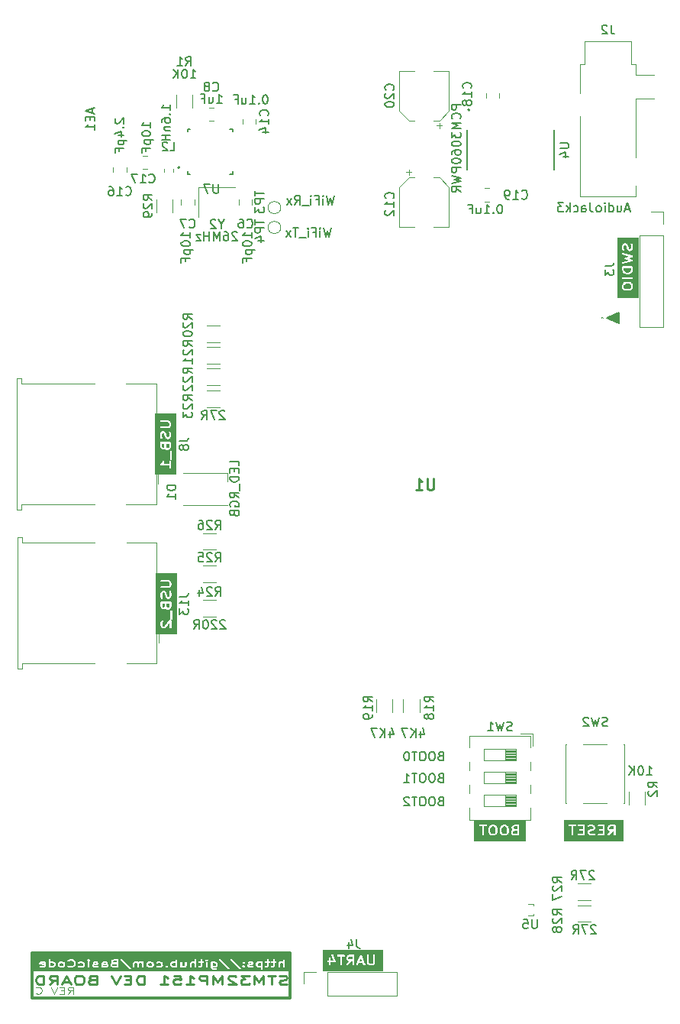
<source format=gbr>
%TF.GenerationSoftware,KiCad,Pcbnew,7.0.1*%
%TF.CreationDate,2023-08-09T19:54:46+10:00*%
%TF.ProjectId,STM32MP151_Dev_Board,53544d33-324d-4503-9135-315f4465765f,rev?*%
%TF.SameCoordinates,Original*%
%TF.FileFunction,Legend,Bot*%
%TF.FilePolarity,Positive*%
%FSLAX46Y46*%
G04 Gerber Fmt 4.6, Leading zero omitted, Abs format (unit mm)*
G04 Created by KiCad (PCBNEW 7.0.1) date 2023-08-09 19:54:46*
%MOMM*%
%LPD*%
G01*
G04 APERTURE LIST*
%ADD10C,0.150000*%
%ADD11C,0.300000*%
%ADD12C,0.187500*%
%ADD13C,0.100000*%
%ADD14C,0.250000*%
%ADD15C,0.200000*%
%ADD16C,0.254000*%
%ADD17C,0.120000*%
%ADD18C,0.127000*%
G04 APERTURE END LIST*
D10*
X81000000Y-45600000D02*
X79700000Y-45000000D01*
X81000000Y-44400000D01*
X81000000Y-45600000D01*
G36*
X81000000Y-45600000D02*
G01*
X79700000Y-45000000D01*
X81000000Y-44400000D01*
X81000000Y-45600000D01*
G37*
D11*
X15900000Y-115400000D02*
X44500000Y-115400000D01*
X44500000Y-120400000D01*
X15900000Y-120400000D01*
X15900000Y-115400000D01*
D10*
X61228571Y-98553809D02*
X61085714Y-98601428D01*
X61085714Y-98601428D02*
X61038095Y-98649047D01*
X61038095Y-98649047D02*
X60990476Y-98744285D01*
X60990476Y-98744285D02*
X60990476Y-98887142D01*
X60990476Y-98887142D02*
X61038095Y-98982380D01*
X61038095Y-98982380D02*
X61085714Y-99030000D01*
X61085714Y-99030000D02*
X61180952Y-99077619D01*
X61180952Y-99077619D02*
X61561904Y-99077619D01*
X61561904Y-99077619D02*
X61561904Y-98077619D01*
X61561904Y-98077619D02*
X61228571Y-98077619D01*
X61228571Y-98077619D02*
X61133333Y-98125238D01*
X61133333Y-98125238D02*
X61085714Y-98172857D01*
X61085714Y-98172857D02*
X61038095Y-98268095D01*
X61038095Y-98268095D02*
X61038095Y-98363333D01*
X61038095Y-98363333D02*
X61085714Y-98458571D01*
X61085714Y-98458571D02*
X61133333Y-98506190D01*
X61133333Y-98506190D02*
X61228571Y-98553809D01*
X61228571Y-98553809D02*
X61561904Y-98553809D01*
X60371428Y-98077619D02*
X60180952Y-98077619D01*
X60180952Y-98077619D02*
X60085714Y-98125238D01*
X60085714Y-98125238D02*
X59990476Y-98220476D01*
X59990476Y-98220476D02*
X59942857Y-98410952D01*
X59942857Y-98410952D02*
X59942857Y-98744285D01*
X59942857Y-98744285D02*
X59990476Y-98934761D01*
X59990476Y-98934761D02*
X60085714Y-99030000D01*
X60085714Y-99030000D02*
X60180952Y-99077619D01*
X60180952Y-99077619D02*
X60371428Y-99077619D01*
X60371428Y-99077619D02*
X60466666Y-99030000D01*
X60466666Y-99030000D02*
X60561904Y-98934761D01*
X60561904Y-98934761D02*
X60609523Y-98744285D01*
X60609523Y-98744285D02*
X60609523Y-98410952D01*
X60609523Y-98410952D02*
X60561904Y-98220476D01*
X60561904Y-98220476D02*
X60466666Y-98125238D01*
X60466666Y-98125238D02*
X60371428Y-98077619D01*
X59323809Y-98077619D02*
X59133333Y-98077619D01*
X59133333Y-98077619D02*
X59038095Y-98125238D01*
X59038095Y-98125238D02*
X58942857Y-98220476D01*
X58942857Y-98220476D02*
X58895238Y-98410952D01*
X58895238Y-98410952D02*
X58895238Y-98744285D01*
X58895238Y-98744285D02*
X58942857Y-98934761D01*
X58942857Y-98934761D02*
X59038095Y-99030000D01*
X59038095Y-99030000D02*
X59133333Y-99077619D01*
X59133333Y-99077619D02*
X59323809Y-99077619D01*
X59323809Y-99077619D02*
X59419047Y-99030000D01*
X59419047Y-99030000D02*
X59514285Y-98934761D01*
X59514285Y-98934761D02*
X59561904Y-98744285D01*
X59561904Y-98744285D02*
X59561904Y-98410952D01*
X59561904Y-98410952D02*
X59514285Y-98220476D01*
X59514285Y-98220476D02*
X59419047Y-98125238D01*
X59419047Y-98125238D02*
X59323809Y-98077619D01*
X58609523Y-98077619D02*
X58038095Y-98077619D01*
X58323809Y-99077619D02*
X58323809Y-98077619D01*
X57752380Y-98172857D02*
X57704761Y-98125238D01*
X57704761Y-98125238D02*
X57609523Y-98077619D01*
X57609523Y-98077619D02*
X57371428Y-98077619D01*
X57371428Y-98077619D02*
X57276190Y-98125238D01*
X57276190Y-98125238D02*
X57228571Y-98172857D01*
X57228571Y-98172857D02*
X57180952Y-98268095D01*
X57180952Y-98268095D02*
X57180952Y-98363333D01*
X57180952Y-98363333D02*
X57228571Y-98506190D01*
X57228571Y-98506190D02*
X57799999Y-99077619D01*
X57799999Y-99077619D02*
X57180952Y-99077619D01*
X61228571Y-93553809D02*
X61085714Y-93601428D01*
X61085714Y-93601428D02*
X61038095Y-93649047D01*
X61038095Y-93649047D02*
X60990476Y-93744285D01*
X60990476Y-93744285D02*
X60990476Y-93887142D01*
X60990476Y-93887142D02*
X61038095Y-93982380D01*
X61038095Y-93982380D02*
X61085714Y-94030000D01*
X61085714Y-94030000D02*
X61180952Y-94077619D01*
X61180952Y-94077619D02*
X61561904Y-94077619D01*
X61561904Y-94077619D02*
X61561904Y-93077619D01*
X61561904Y-93077619D02*
X61228571Y-93077619D01*
X61228571Y-93077619D02*
X61133333Y-93125238D01*
X61133333Y-93125238D02*
X61085714Y-93172857D01*
X61085714Y-93172857D02*
X61038095Y-93268095D01*
X61038095Y-93268095D02*
X61038095Y-93363333D01*
X61038095Y-93363333D02*
X61085714Y-93458571D01*
X61085714Y-93458571D02*
X61133333Y-93506190D01*
X61133333Y-93506190D02*
X61228571Y-93553809D01*
X61228571Y-93553809D02*
X61561904Y-93553809D01*
X60371428Y-93077619D02*
X60180952Y-93077619D01*
X60180952Y-93077619D02*
X60085714Y-93125238D01*
X60085714Y-93125238D02*
X59990476Y-93220476D01*
X59990476Y-93220476D02*
X59942857Y-93410952D01*
X59942857Y-93410952D02*
X59942857Y-93744285D01*
X59942857Y-93744285D02*
X59990476Y-93934761D01*
X59990476Y-93934761D02*
X60085714Y-94030000D01*
X60085714Y-94030000D02*
X60180952Y-94077619D01*
X60180952Y-94077619D02*
X60371428Y-94077619D01*
X60371428Y-94077619D02*
X60466666Y-94030000D01*
X60466666Y-94030000D02*
X60561904Y-93934761D01*
X60561904Y-93934761D02*
X60609523Y-93744285D01*
X60609523Y-93744285D02*
X60609523Y-93410952D01*
X60609523Y-93410952D02*
X60561904Y-93220476D01*
X60561904Y-93220476D02*
X60466666Y-93125238D01*
X60466666Y-93125238D02*
X60371428Y-93077619D01*
X59323809Y-93077619D02*
X59133333Y-93077619D01*
X59133333Y-93077619D02*
X59038095Y-93125238D01*
X59038095Y-93125238D02*
X58942857Y-93220476D01*
X58942857Y-93220476D02*
X58895238Y-93410952D01*
X58895238Y-93410952D02*
X58895238Y-93744285D01*
X58895238Y-93744285D02*
X58942857Y-93934761D01*
X58942857Y-93934761D02*
X59038095Y-94030000D01*
X59038095Y-94030000D02*
X59133333Y-94077619D01*
X59133333Y-94077619D02*
X59323809Y-94077619D01*
X59323809Y-94077619D02*
X59419047Y-94030000D01*
X59419047Y-94030000D02*
X59514285Y-93934761D01*
X59514285Y-93934761D02*
X59561904Y-93744285D01*
X59561904Y-93744285D02*
X59561904Y-93410952D01*
X59561904Y-93410952D02*
X59514285Y-93220476D01*
X59514285Y-93220476D02*
X59419047Y-93125238D01*
X59419047Y-93125238D02*
X59323809Y-93077619D01*
X58609523Y-93077619D02*
X58038095Y-93077619D01*
X58323809Y-94077619D02*
X58323809Y-93077619D01*
X57514285Y-93077619D02*
X57419047Y-93077619D01*
X57419047Y-93077619D02*
X57323809Y-93125238D01*
X57323809Y-93125238D02*
X57276190Y-93172857D01*
X57276190Y-93172857D02*
X57228571Y-93268095D01*
X57228571Y-93268095D02*
X57180952Y-93458571D01*
X57180952Y-93458571D02*
X57180952Y-93696666D01*
X57180952Y-93696666D02*
X57228571Y-93887142D01*
X57228571Y-93887142D02*
X57276190Y-93982380D01*
X57276190Y-93982380D02*
X57323809Y-94030000D01*
X57323809Y-94030000D02*
X57419047Y-94077619D01*
X57419047Y-94077619D02*
X57514285Y-94077619D01*
X57514285Y-94077619D02*
X57609523Y-94030000D01*
X57609523Y-94030000D02*
X57657142Y-93982380D01*
X57657142Y-93982380D02*
X57704761Y-93887142D01*
X57704761Y-93887142D02*
X57752380Y-93696666D01*
X57752380Y-93696666D02*
X57752380Y-93458571D01*
X57752380Y-93458571D02*
X57704761Y-93268095D01*
X57704761Y-93268095D02*
X57657142Y-93172857D01*
X57657142Y-93172857D02*
X57609523Y-93125238D01*
X57609523Y-93125238D02*
X57514285Y-93077619D01*
D12*
G36*
X36249517Y-116529583D02*
G01*
X36281922Y-116550180D01*
X36308155Y-116583527D01*
X36308155Y-116732901D01*
X36281922Y-116766246D01*
X36249518Y-116786843D01*
X36162605Y-116814464D01*
X35966920Y-116814464D01*
X35933750Y-116803923D01*
X35933750Y-116512505D01*
X35966918Y-116501964D01*
X36162606Y-116501964D01*
X36249517Y-116529583D01*
G37*
G36*
X41309106Y-116512505D02*
G01*
X41309106Y-116803923D01*
X41275937Y-116814464D01*
X41080252Y-116814464D01*
X40993337Y-116786843D01*
X40960933Y-116766247D01*
X40934701Y-116732901D01*
X40934701Y-116583527D01*
X40960934Y-116550179D01*
X40993337Y-116529584D01*
X41080250Y-116501964D01*
X41275938Y-116501964D01*
X41309106Y-116512505D01*
G37*
G36*
X31812916Y-116512505D02*
G01*
X31812916Y-116803923D01*
X31779747Y-116814464D01*
X31584062Y-116814464D01*
X31497147Y-116786843D01*
X31464743Y-116766247D01*
X31438511Y-116732901D01*
X31438511Y-116583527D01*
X31464744Y-116550179D01*
X31497147Y-116529584D01*
X31584060Y-116501964D01*
X31779748Y-116501964D01*
X31812916Y-116512505D01*
G37*
G36*
X29169516Y-116529583D02*
G01*
X29201921Y-116550180D01*
X29228154Y-116583527D01*
X29228154Y-116732901D01*
X29201921Y-116766246D01*
X29169517Y-116786843D01*
X29082604Y-116814464D01*
X28943109Y-116814464D01*
X28856194Y-116786843D01*
X28823790Y-116766247D01*
X28797558Y-116732901D01*
X28797558Y-116583527D01*
X28823791Y-116550179D01*
X28856194Y-116529584D01*
X28943107Y-116501964D01*
X29082605Y-116501964D01*
X29169516Y-116529583D01*
G37*
G36*
X23840687Y-116716836D02*
G01*
X23841645Y-116716250D01*
X24081653Y-116716250D01*
X24152708Y-116738831D01*
X24171012Y-116762098D01*
X24171012Y-116768615D01*
X24152707Y-116791882D01*
X24081652Y-116814464D01*
X23829777Y-116814464D01*
X23796607Y-116803923D01*
X23796607Y-116716250D01*
X23814200Y-116716250D01*
X23840687Y-116716836D01*
G37*
G36*
X19336183Y-116529583D02*
G01*
X19368588Y-116550180D01*
X19394821Y-116583527D01*
X19394821Y-116732901D01*
X19368588Y-116766246D01*
X19336184Y-116786843D01*
X19249271Y-116814464D01*
X19109776Y-116814464D01*
X19022861Y-116786843D01*
X18990457Y-116766247D01*
X18964225Y-116732901D01*
X18964225Y-116583527D01*
X18990458Y-116550179D01*
X19022861Y-116529584D01*
X19109774Y-116501964D01*
X19249272Y-116501964D01*
X19336183Y-116529583D01*
G37*
G36*
X18268564Y-116529583D02*
G01*
X18300969Y-116550180D01*
X18327202Y-116583527D01*
X18327202Y-116732901D01*
X18300969Y-116766246D01*
X18268565Y-116786843D01*
X18181652Y-116814464D01*
X17985967Y-116814464D01*
X17952797Y-116803923D01*
X17952797Y-116512505D01*
X17985965Y-116501964D01*
X18181653Y-116501964D01*
X18268564Y-116529583D01*
G37*
G36*
X17241278Y-116524544D02*
G01*
X17259583Y-116547813D01*
X17259583Y-116551792D01*
X16943983Y-116511673D01*
X16974536Y-116501964D01*
X17170224Y-116501964D01*
X17241278Y-116524544D01*
G37*
G36*
X25294821Y-116814464D02*
G01*
X24953586Y-116814464D01*
X24866671Y-116786843D01*
X24834267Y-116766247D01*
X24808035Y-116732901D01*
X24808035Y-116690670D01*
X24834268Y-116657322D01*
X24862662Y-116639275D01*
X25004031Y-116609324D01*
X25020687Y-116609693D01*
X25021645Y-116609107D01*
X25294821Y-116609107D01*
X25294821Y-116814464D01*
G37*
G36*
X25294821Y-116421607D02*
G01*
X25012416Y-116421607D01*
X25002738Y-116417937D01*
X25000032Y-116418510D01*
X24922862Y-116393985D01*
X24890458Y-116373390D01*
X24864226Y-116340044D01*
X24864226Y-116333527D01*
X24890457Y-116300181D01*
X24922864Y-116279583D01*
X25009775Y-116251964D01*
X25294821Y-116251964D01*
X25294821Y-116421607D01*
G37*
G36*
X44488393Y-117388393D02*
G01*
X15945523Y-117388393D01*
X15945523Y-116588383D01*
X16693734Y-116588383D01*
X16701681Y-116613897D01*
X16709231Y-116639610D01*
X16709859Y-116640154D01*
X16710106Y-116640947D01*
X16730624Y-116658147D01*
X16750839Y-116675663D01*
X16751660Y-116675781D01*
X16752297Y-116676315D01*
X16778855Y-116679691D01*
X16805333Y-116683498D01*
X16806088Y-116683152D01*
X17259583Y-116740801D01*
X17259583Y-116768615D01*
X17241278Y-116791882D01*
X17170223Y-116814464D01*
X16974538Y-116814464D01*
X16863165Y-116779071D01*
X16822169Y-116778165D01*
X16775207Y-116806899D01*
X16751236Y-116856461D01*
X16757864Y-116911115D01*
X16792989Y-116953509D01*
X16919762Y-116993796D01*
X16932471Y-117001964D01*
X16958977Y-117001964D01*
X16985448Y-117002549D01*
X16986404Y-117001964D01*
X17172338Y-117001964D01*
X17186920Y-117005898D01*
X17212156Y-116997877D01*
X17237586Y-116990411D01*
X17238320Y-116989563D01*
X17300525Y-116969794D01*
X17301775Y-116970098D01*
X17326684Y-116961481D01*
X17338382Y-116957764D01*
X17339383Y-116957088D01*
X17353805Y-116952100D01*
X17361740Y-116942012D01*
X17372380Y-116934838D01*
X17378409Y-116920823D01*
X17412959Y-116876904D01*
X17417318Y-116874914D01*
X17429780Y-116855522D01*
X17435351Y-116848441D01*
X17437037Y-116844229D01*
X17447083Y-116828599D01*
X17447083Y-116819148D01*
X17450597Y-116810374D01*
X17447083Y-116792127D01*
X17447083Y-116670912D01*
X17451028Y-116656616D01*
X17447083Y-116643951D01*
X17447083Y-116538092D01*
X17449278Y-116533833D01*
X17447083Y-116510884D01*
X17447083Y-116501877D01*
X17445805Y-116497525D01*
X17444036Y-116479028D01*
X17438192Y-116471600D01*
X17435530Y-116462532D01*
X17421486Y-116450363D01*
X17407170Y-116432164D01*
X17762050Y-116432164D01*
X17765297Y-116451674D01*
X17765297Y-116851019D01*
X17762665Y-116856461D01*
X17765297Y-116878164D01*
X17765297Y-116921694D01*
X17776850Y-116961039D01*
X17818458Y-116997092D01*
X17872952Y-117004927D01*
X17911221Y-116987450D01*
X17931191Y-116993796D01*
X17943900Y-117001964D01*
X17970406Y-117001964D01*
X17996877Y-117002549D01*
X17997833Y-117001964D01*
X18183767Y-117001964D01*
X18198349Y-117005898D01*
X18223585Y-116997877D01*
X18249015Y-116990411D01*
X18249749Y-116989563D01*
X18322878Y-116966323D01*
X18335628Y-116966387D01*
X18348577Y-116958155D01*
X18349811Y-116957764D01*
X18359931Y-116950939D01*
X18405784Y-116921794D01*
X18421423Y-116916385D01*
X18436918Y-116896687D01*
X18453435Y-116877818D01*
X18453825Y-116875196D01*
X18480576Y-116841191D01*
X18484937Y-116839200D01*
X18497404Y-116819800D01*
X18502969Y-116812727D01*
X18504654Y-116808519D01*
X18514702Y-116792885D01*
X18514702Y-116783434D01*
X18518216Y-116774661D01*
X18514702Y-116756414D01*
X18514702Y-116573806D01*
X18516897Y-116569547D01*
X18514702Y-116546598D01*
X18514702Y-116541768D01*
X18773211Y-116541768D01*
X18776725Y-116560015D01*
X18776725Y-116742622D01*
X18774530Y-116746881D01*
X18776725Y-116769830D01*
X18776725Y-116778837D01*
X18778002Y-116783188D01*
X18779772Y-116801686D01*
X18785615Y-116809113D01*
X18788278Y-116818182D01*
X18802322Y-116830351D01*
X18846192Y-116886117D01*
X18853144Y-116901139D01*
X18874307Y-116914590D01*
X18894724Y-116929124D01*
X18897370Y-116929249D01*
X18920093Y-116943692D01*
X18928227Y-116953509D01*
X18942849Y-116958155D01*
X18943943Y-116958851D01*
X18955690Y-116962236D01*
X19055000Y-116993796D01*
X19067709Y-117001964D01*
X19094215Y-117001964D01*
X19120686Y-117002549D01*
X19121642Y-117001964D01*
X19251386Y-117001964D01*
X19265968Y-117005898D01*
X19291204Y-116997877D01*
X19316634Y-116990411D01*
X19317368Y-116989563D01*
X19390497Y-116966323D01*
X19403247Y-116966387D01*
X19416196Y-116958155D01*
X19417430Y-116957764D01*
X19427550Y-116950939D01*
X19473403Y-116921794D01*
X19489042Y-116916385D01*
X19504537Y-116896687D01*
X19521054Y-116877818D01*
X19521444Y-116875196D01*
X19548195Y-116841191D01*
X19552556Y-116839200D01*
X19565023Y-116819800D01*
X19570588Y-116812727D01*
X19572273Y-116808519D01*
X19582321Y-116792885D01*
X19582321Y-116783434D01*
X19585835Y-116774661D01*
X19582321Y-116756414D01*
X19582321Y-116573806D01*
X19584516Y-116569547D01*
X19582321Y-116546598D01*
X19582321Y-116537591D01*
X19581043Y-116533239D01*
X19579274Y-116514742D01*
X19573430Y-116507314D01*
X19570768Y-116498246D01*
X19556724Y-116486077D01*
X19512850Y-116430305D01*
X19505901Y-116415287D01*
X19484742Y-116401838D01*
X19464322Y-116387303D01*
X19461674Y-116387177D01*
X19438952Y-116372735D01*
X19430819Y-116362918D01*
X19416194Y-116358270D01*
X19415102Y-116357576D01*
X19403369Y-116354194D01*
X19304044Y-116322630D01*
X19291337Y-116314464D01*
X19264831Y-116314464D01*
X19238360Y-116313879D01*
X19237404Y-116314464D01*
X19107660Y-116314464D01*
X19093078Y-116310530D01*
X19067839Y-116318550D01*
X19042412Y-116326017D01*
X19041677Y-116326864D01*
X18968547Y-116350104D01*
X18955799Y-116350041D01*
X18942849Y-116358271D01*
X18941615Y-116358664D01*
X18931494Y-116365488D01*
X18885643Y-116394631D01*
X18870003Y-116400042D01*
X18854501Y-116419746D01*
X18837993Y-116438607D01*
X18837602Y-116441228D01*
X18810848Y-116475237D01*
X18806490Y-116477228D01*
X18794027Y-116496619D01*
X18788457Y-116503701D01*
X18786770Y-116507912D01*
X18776725Y-116523543D01*
X18776725Y-116532994D01*
X18773211Y-116541768D01*
X18514702Y-116541768D01*
X18514702Y-116537591D01*
X18513424Y-116533239D01*
X18511655Y-116514742D01*
X18505811Y-116507314D01*
X18503149Y-116498246D01*
X18489105Y-116486077D01*
X18445231Y-116430305D01*
X18438282Y-116415287D01*
X18417123Y-116401838D01*
X18396703Y-116387303D01*
X18394055Y-116387177D01*
X18371333Y-116372735D01*
X18363200Y-116362918D01*
X18348575Y-116358270D01*
X18347483Y-116357576D01*
X18335750Y-116354194D01*
X18236425Y-116322630D01*
X18223718Y-116314464D01*
X18197212Y-116314464D01*
X18170741Y-116313879D01*
X18169785Y-116314464D01*
X17983851Y-116314464D01*
X17969269Y-116310530D01*
X17952797Y-116315765D01*
X17952797Y-116243061D01*
X19841312Y-116243061D01*
X19863931Y-116293255D01*
X19910095Y-116323253D01*
X19965150Y-116323529D01*
X20030282Y-116282132D01*
X20172677Y-116251964D01*
X20265414Y-116251964D01*
X20407812Y-116282132D01*
X20492399Y-116335896D01*
X20530179Y-116383921D01*
X20574821Y-116497416D01*
X20574821Y-116569010D01*
X20530178Y-116682506D01*
X20492398Y-116730532D01*
X20407811Y-116784295D01*
X20265417Y-116814464D01*
X20172679Y-116814464D01*
X20030283Y-116784295D01*
X19977007Y-116750433D01*
X19937604Y-116739078D01*
X19884858Y-116754854D01*
X19849014Y-116796642D01*
X19841451Y-116851175D01*
X19864573Y-116901139D01*
X19935504Y-116946223D01*
X19947924Y-116958509D01*
X19971556Y-116963515D01*
X19994775Y-116970207D01*
X19998243Y-116969169D01*
X20126619Y-116996367D01*
X20135328Y-117001964D01*
X20153035Y-117001964D01*
X20156613Y-117002722D01*
X20166461Y-117001964D01*
X20258059Y-117001964D01*
X20267738Y-117005634D01*
X20285060Y-117001964D01*
X20288717Y-117001964D01*
X20298191Y-116999181D01*
X20453396Y-116966299D01*
X20470866Y-116966387D01*
X20491258Y-116953425D01*
X20512524Y-116941963D01*
X20514275Y-116938795D01*
X20597211Y-116886081D01*
X20612854Y-116880671D01*
X20628358Y-116860961D01*
X20644864Y-116842105D01*
X20645254Y-116839483D01*
X20677913Y-116797966D01*
X20689547Y-116789576D01*
X20699492Y-116764291D01*
X20709644Y-116738945D01*
X20709584Y-116738634D01*
X20752432Y-116629700D01*
X20762321Y-116614313D01*
X20762321Y-116590970D01*
X20764400Y-116567713D01*
X20762321Y-116563740D01*
X20762321Y-116488882D01*
X20765891Y-116470944D01*
X20757346Y-116449221D01*
X20752338Y-116432164D01*
X21021098Y-116432164D01*
X21030136Y-116486471D01*
X21067099Y-116527272D01*
X21120254Y-116541612D01*
X21245013Y-116501964D01*
X21440701Y-116501964D01*
X21527612Y-116529583D01*
X21560017Y-116550180D01*
X21586250Y-116583527D01*
X21586250Y-116732901D01*
X21560017Y-116766246D01*
X21527613Y-116786843D01*
X21440700Y-116814464D01*
X21245015Y-116814464D01*
X21133642Y-116779071D01*
X21092646Y-116778165D01*
X21045684Y-116806899D01*
X21021713Y-116856461D01*
X21028341Y-116911115D01*
X21063466Y-116953509D01*
X21190239Y-116993796D01*
X21202948Y-117001964D01*
X21229454Y-117001964D01*
X21255925Y-117002549D01*
X21256881Y-117001964D01*
X21442815Y-117001964D01*
X21457397Y-117005898D01*
X21482633Y-116997877D01*
X21508063Y-116990411D01*
X21508797Y-116989563D01*
X21581926Y-116966323D01*
X21594676Y-116966387D01*
X21607625Y-116958155D01*
X21608859Y-116957764D01*
X21618979Y-116950939D01*
X21664832Y-116921794D01*
X21680471Y-116916385D01*
X21695966Y-116896687D01*
X21712483Y-116877818D01*
X21712873Y-116875196D01*
X21739624Y-116841191D01*
X21743985Y-116839200D01*
X21756452Y-116819800D01*
X21762017Y-116812727D01*
X21763702Y-116808519D01*
X21773750Y-116792885D01*
X21773750Y-116783434D01*
X21777264Y-116774661D01*
X21773750Y-116756414D01*
X21773750Y-116573806D01*
X21775945Y-116569547D01*
X21773750Y-116546598D01*
X21773750Y-116537591D01*
X21772472Y-116533239D01*
X21770703Y-116514742D01*
X21764859Y-116507314D01*
X21762197Y-116498246D01*
X21748153Y-116486077D01*
X21704279Y-116430305D01*
X21697330Y-116415287D01*
X21676171Y-116401838D01*
X21655751Y-116387303D01*
X21653103Y-116387177D01*
X21630381Y-116372735D01*
X21622248Y-116362918D01*
X21607623Y-116358270D01*
X21606531Y-116357576D01*
X21594798Y-116354194D01*
X21495473Y-116322630D01*
X21482766Y-116314464D01*
X21456260Y-116314464D01*
X21429789Y-116313879D01*
X21428833Y-116314464D01*
X21242899Y-116314464D01*
X21228317Y-116310530D01*
X21203078Y-116318550D01*
X21177651Y-116326017D01*
X21176916Y-116326864D01*
X21076854Y-116358664D01*
X21042856Y-116381591D01*
X21021098Y-116432164D01*
X20752338Y-116432164D01*
X20750768Y-116426817D01*
X20747379Y-116423880D01*
X20704450Y-116314740D01*
X20703084Y-116300457D01*
X20686201Y-116278996D01*
X20669536Y-116257539D01*
X20669239Y-116257434D01*
X20636660Y-116216020D01*
X20632647Y-116207348D01*
X22032742Y-116207348D01*
X22032951Y-116207812D01*
X22032881Y-116208318D01*
X22044252Y-116232889D01*
X22055361Y-116257541D01*
X22055788Y-116257818D01*
X22056003Y-116258282D01*
X22078811Y-116272778D01*
X22101526Y-116287539D01*
X22102037Y-116287541D01*
X22129568Y-116305040D01*
X22145125Y-116318520D01*
X22151939Y-116319499D01*
X22152910Y-116320131D01*
X22121729Y-116334371D01*
X22091964Y-116380686D01*
X22091964Y-116921694D01*
X22103517Y-116961039D01*
X22145125Y-116997092D01*
X22199619Y-117004927D01*
X22249699Y-116982057D01*
X22279464Y-116935742D01*
X22279464Y-116756054D01*
X22594164Y-116756054D01*
X22597678Y-116774301D01*
X22597678Y-116778336D01*
X22595483Y-116782595D01*
X22597678Y-116805544D01*
X22597678Y-116814551D01*
X22598955Y-116818902D01*
X22600725Y-116837400D01*
X22606568Y-116844827D01*
X22609231Y-116853896D01*
X22623274Y-116866064D01*
X22657710Y-116909838D01*
X22657865Y-116911115D01*
X22674666Y-116931393D01*
X22682270Y-116941059D01*
X22683256Y-116941761D01*
X22692990Y-116953509D01*
X22705220Y-116957395D01*
X22715677Y-116964839D01*
X22730919Y-116965562D01*
X22819763Y-116993796D01*
X22832472Y-117001964D01*
X22858978Y-117001964D01*
X22885449Y-117002549D01*
X22886405Y-117001964D01*
X23072339Y-117001964D01*
X23086921Y-117005898D01*
X23112157Y-116997877D01*
X23137587Y-116990411D01*
X23138321Y-116989563D01*
X23238383Y-116957764D01*
X23272381Y-116934838D01*
X23294139Y-116884264D01*
X23285102Y-116829957D01*
X23248138Y-116789156D01*
X23194984Y-116774816D01*
X23070224Y-116814464D01*
X22874539Y-116814464D01*
X22803482Y-116791882D01*
X22796662Y-116783214D01*
X22803482Y-116774544D01*
X22874537Y-116751964D01*
X23016148Y-116751964D01*
X23030730Y-116755898D01*
X23055966Y-116747877D01*
X23081396Y-116740411D01*
X23082130Y-116739563D01*
X23144335Y-116719794D01*
X23145585Y-116720098D01*
X23170494Y-116711481D01*
X23182192Y-116707764D01*
X23183193Y-116707088D01*
X23197615Y-116702100D01*
X23205550Y-116692012D01*
X23216190Y-116684838D01*
X23222219Y-116670823D01*
X23256769Y-116626904D01*
X23261128Y-116624914D01*
X23273590Y-116605522D01*
X23279161Y-116598441D01*
X23280847Y-116594229D01*
X23290893Y-116578599D01*
X23290893Y-116569148D01*
X23294407Y-116560374D01*
X23290893Y-116542127D01*
X23290893Y-116538092D01*
X23293088Y-116533833D01*
X23290893Y-116510884D01*
X23290893Y-116506055D01*
X23605593Y-116506055D01*
X23609107Y-116524302D01*
X23609107Y-116565303D01*
X23606475Y-116570745D01*
X23609107Y-116592448D01*
X23609107Y-116851019D01*
X23606475Y-116856461D01*
X23609107Y-116878164D01*
X23609107Y-116921694D01*
X23620660Y-116961039D01*
X23662268Y-116997092D01*
X23716762Y-117004927D01*
X23755031Y-116987450D01*
X23775001Y-116993796D01*
X23787710Y-117001964D01*
X23814216Y-117001964D01*
X23840687Y-117002549D01*
X23841643Y-117001964D01*
X24083767Y-117001964D01*
X24098349Y-117005898D01*
X24123585Y-116997877D01*
X24149015Y-116990411D01*
X24149749Y-116989563D01*
X24211954Y-116969794D01*
X24213204Y-116970098D01*
X24238113Y-116961481D01*
X24249811Y-116957764D01*
X24250812Y-116957088D01*
X24265234Y-116952100D01*
X24273169Y-116942012D01*
X24283809Y-116934838D01*
X24289838Y-116920823D01*
X24324388Y-116876904D01*
X24328747Y-116874914D01*
X24341209Y-116855522D01*
X24346780Y-116848441D01*
X24348466Y-116844229D01*
X24358512Y-116828599D01*
X24358512Y-116819148D01*
X24362026Y-116810374D01*
X24358512Y-116792127D01*
X24358512Y-116752376D01*
X24360707Y-116748117D01*
X24358512Y-116725169D01*
X24358512Y-116716162D01*
X24357234Y-116711810D01*
X24355465Y-116693313D01*
X24349621Y-116685885D01*
X24346959Y-116676817D01*
X24332914Y-116664647D01*
X24320535Y-116648911D01*
X24617021Y-116648911D01*
X24620535Y-116667158D01*
X24620535Y-116742622D01*
X24618340Y-116746881D01*
X24620535Y-116769830D01*
X24620535Y-116778837D01*
X24621812Y-116783188D01*
X24623582Y-116801686D01*
X24629425Y-116809113D01*
X24632088Y-116818182D01*
X24646132Y-116830351D01*
X24690002Y-116886117D01*
X24696954Y-116901139D01*
X24718117Y-116914590D01*
X24738534Y-116929124D01*
X24741180Y-116929249D01*
X24763903Y-116943692D01*
X24772037Y-116953509D01*
X24786659Y-116958155D01*
X24787753Y-116958851D01*
X24799500Y-116962236D01*
X24898810Y-116993796D01*
X24911519Y-117001964D01*
X24938025Y-117001964D01*
X24964496Y-117002549D01*
X24965452Y-117001964D01*
X25381868Y-117001964D01*
X25402476Y-117004927D01*
X25421415Y-116996277D01*
X25441396Y-116990411D01*
X25446066Y-116985020D01*
X25452556Y-116982057D01*
X25463815Y-116964537D01*
X25477449Y-116948803D01*
X25478463Y-116941743D01*
X25482321Y-116935742D01*
X25482321Y-116914917D01*
X25485284Y-116894309D01*
X25482321Y-116887821D01*
X25482321Y-116522060D01*
X25485284Y-116501452D01*
X25482321Y-116494964D01*
X25482321Y-116164917D01*
X25485284Y-116144309D01*
X25476634Y-116125369D01*
X25474428Y-116117856D01*
X25684306Y-116117856D01*
X25697289Y-116171358D01*
X26738398Y-117163940D01*
X26774847Y-117182728D01*
X26829652Y-117177491D01*
X26872926Y-117143456D01*
X26890930Y-117091428D01*
X26877948Y-117037926D01*
X26320073Y-116506055D01*
X27089402Y-116506055D01*
X27092916Y-116524302D01*
X27092916Y-116921694D01*
X27104469Y-116961039D01*
X27146077Y-116997092D01*
X27200571Y-117004927D01*
X27250651Y-116982057D01*
X27280416Y-116935742D01*
X27280416Y-116547813D01*
X27298719Y-116524544D01*
X27369774Y-116501964D01*
X27509271Y-116501964D01*
X27580325Y-116524544D01*
X27598630Y-116547813D01*
X27598630Y-116921694D01*
X27610183Y-116961039D01*
X27651791Y-116997092D01*
X27706285Y-117004927D01*
X27756365Y-116982057D01*
X27786130Y-116935742D01*
X27786130Y-116547813D01*
X27804433Y-116524544D01*
X27875488Y-116501964D01*
X28014986Y-116501964D01*
X28101897Y-116529583D01*
X28104344Y-116531139D01*
X28104344Y-116921694D01*
X28115897Y-116961039D01*
X28157505Y-116997092D01*
X28211999Y-117004927D01*
X28262079Y-116982057D01*
X28291844Y-116935742D01*
X28291844Y-116541768D01*
X28606544Y-116541768D01*
X28610058Y-116560015D01*
X28610058Y-116742622D01*
X28607863Y-116746881D01*
X28610058Y-116769830D01*
X28610058Y-116778837D01*
X28611335Y-116783188D01*
X28613105Y-116801686D01*
X28618948Y-116809113D01*
X28621611Y-116818182D01*
X28635655Y-116830351D01*
X28679525Y-116886117D01*
X28686477Y-116901139D01*
X28707640Y-116914590D01*
X28728057Y-116929124D01*
X28730703Y-116929249D01*
X28753426Y-116943692D01*
X28761560Y-116953509D01*
X28776182Y-116958155D01*
X28777276Y-116958851D01*
X28789023Y-116962236D01*
X28888333Y-116993796D01*
X28901042Y-117001964D01*
X28927548Y-117001964D01*
X28954019Y-117002549D01*
X28954975Y-117001964D01*
X29084719Y-117001964D01*
X29099301Y-117005898D01*
X29124537Y-116997877D01*
X29149967Y-116990411D01*
X29150701Y-116989563D01*
X29223830Y-116966323D01*
X29236580Y-116966387D01*
X29249529Y-116958155D01*
X29250763Y-116957764D01*
X29260883Y-116950939D01*
X29306736Y-116921794D01*
X29322375Y-116916385D01*
X29337870Y-116896687D01*
X29354387Y-116877818D01*
X29354777Y-116875196D01*
X29381528Y-116841191D01*
X29385889Y-116839200D01*
X29398356Y-116819800D01*
X29403921Y-116812727D01*
X29405606Y-116808519D01*
X29415654Y-116792885D01*
X29415654Y-116783434D01*
X29419168Y-116774661D01*
X29415654Y-116756414D01*
X29415654Y-116573806D01*
X29417849Y-116569547D01*
X29415654Y-116546598D01*
X29415654Y-116537591D01*
X29414376Y-116533239D01*
X29412607Y-116514742D01*
X29406763Y-116507314D01*
X29404101Y-116498246D01*
X29390057Y-116486077D01*
X29347645Y-116432164D01*
X29674431Y-116432164D01*
X29683469Y-116486471D01*
X29720432Y-116527272D01*
X29773587Y-116541612D01*
X29898346Y-116501964D01*
X30094034Y-116501964D01*
X30180945Y-116529583D01*
X30213350Y-116550180D01*
X30239583Y-116583527D01*
X30239583Y-116732901D01*
X30213350Y-116766246D01*
X30180946Y-116786843D01*
X30094033Y-116814464D01*
X29898348Y-116814464D01*
X29786975Y-116779071D01*
X29745979Y-116778165D01*
X29699017Y-116806899D01*
X29675046Y-116856461D01*
X29681674Y-116911115D01*
X29716799Y-116953509D01*
X29843572Y-116993796D01*
X29856281Y-117001964D01*
X29882787Y-117001964D01*
X29909258Y-117002549D01*
X29910214Y-117001964D01*
X30096148Y-117001964D01*
X30110730Y-117005898D01*
X30135966Y-116997877D01*
X30161396Y-116990411D01*
X30162130Y-116989563D01*
X30235259Y-116966323D01*
X30248009Y-116966387D01*
X30260958Y-116958155D01*
X30262192Y-116957764D01*
X30272312Y-116950939D01*
X30318165Y-116921794D01*
X30333804Y-116916385D01*
X30349299Y-116896687D01*
X30358723Y-116885921D01*
X30686076Y-116885921D01*
X30686284Y-116886383D01*
X30686214Y-116886890D01*
X30697606Y-116911507D01*
X30708695Y-116936114D01*
X30709121Y-116936391D01*
X30709336Y-116936854D01*
X30732155Y-116951357D01*
X30754860Y-116966111D01*
X30755370Y-116966113D01*
X30782901Y-116983612D01*
X30798458Y-116997092D01*
X30805272Y-116998071D01*
X30811048Y-117001825D01*
X30825578Y-117001897D01*
X30839537Y-117005920D01*
X30846134Y-117003946D01*
X30852952Y-117004927D01*
X30859215Y-117002066D01*
X30866103Y-117002101D01*
X30878367Y-116994306D01*
X30892283Y-116990144D01*
X30896764Y-116984918D01*
X30903032Y-116982057D01*
X30906755Y-116976263D01*
X30934556Y-116958593D01*
X30948475Y-116954431D01*
X30966058Y-116933930D01*
X30983911Y-116913535D01*
X30983986Y-116913029D01*
X30984318Y-116912643D01*
X30988035Y-116885837D01*
X30992020Y-116859081D01*
X30991810Y-116858616D01*
X30991881Y-116858110D01*
X30980483Y-116833479D01*
X30969401Y-116808887D01*
X30968974Y-116808610D01*
X30968760Y-116808146D01*
X30945899Y-116793615D01*
X30923236Y-116778889D01*
X30922725Y-116778886D01*
X30895190Y-116761384D01*
X30879636Y-116747907D01*
X30872819Y-116746926D01*
X30867044Y-116743174D01*
X30852517Y-116743101D01*
X30838557Y-116739078D01*
X30831957Y-116741051D01*
X30825142Y-116740072D01*
X30818878Y-116742932D01*
X30811990Y-116742898D01*
X30799729Y-116750691D01*
X30785811Y-116754854D01*
X30781327Y-116760080D01*
X30775062Y-116762942D01*
X30771337Y-116768737D01*
X30743539Y-116786405D01*
X30729620Y-116790569D01*
X30712014Y-116811094D01*
X30694183Y-116831466D01*
X30694107Y-116831971D01*
X30693777Y-116832357D01*
X30690056Y-116859186D01*
X30686076Y-116885921D01*
X30358723Y-116885921D01*
X30365816Y-116877818D01*
X30366206Y-116875196D01*
X30392957Y-116841191D01*
X30397318Y-116839200D01*
X30409785Y-116819800D01*
X30415350Y-116812727D01*
X30417035Y-116808519D01*
X30427083Y-116792885D01*
X30427083Y-116783434D01*
X30430597Y-116774661D01*
X30427083Y-116756414D01*
X30427083Y-116573806D01*
X30429278Y-116569547D01*
X30427083Y-116546598D01*
X30427083Y-116541768D01*
X31247497Y-116541768D01*
X31251011Y-116560015D01*
X31251011Y-116742622D01*
X31248816Y-116746881D01*
X31251011Y-116769830D01*
X31251011Y-116778837D01*
X31252288Y-116783188D01*
X31254058Y-116801686D01*
X31259901Y-116809113D01*
X31262564Y-116818182D01*
X31276608Y-116830351D01*
X31320478Y-116886117D01*
X31327430Y-116901139D01*
X31348593Y-116914590D01*
X31369010Y-116929124D01*
X31371656Y-116929249D01*
X31394379Y-116943692D01*
X31402513Y-116953509D01*
X31417135Y-116958155D01*
X31418229Y-116958851D01*
X31429976Y-116962236D01*
X31529286Y-116993796D01*
X31541995Y-117001964D01*
X31568501Y-117001964D01*
X31594972Y-117002549D01*
X31595928Y-117001964D01*
X31781862Y-117001964D01*
X31796444Y-117005898D01*
X31821680Y-116997877D01*
X31847110Y-116990411D01*
X31847844Y-116989563D01*
X31854827Y-116987344D01*
X31866077Y-116997092D01*
X31920571Y-117004927D01*
X31970651Y-116982057D01*
X32000416Y-116935742D01*
X32000416Y-116891809D01*
X32003662Y-116884264D01*
X32000416Y-116864757D01*
X32000416Y-116851174D01*
X32371928Y-116851174D01*
X32374821Y-116857426D01*
X32374821Y-116921694D01*
X32386374Y-116961039D01*
X32427982Y-116997092D01*
X32482476Y-117004927D01*
X32532556Y-116982057D01*
X32537204Y-116974824D01*
X32596905Y-116993796D01*
X32609614Y-117001964D01*
X32636120Y-117001964D01*
X32662591Y-117002549D01*
X32663547Y-117001964D01*
X32793291Y-117001964D01*
X32807873Y-117005898D01*
X32833109Y-116997877D01*
X32858539Y-116990411D01*
X32859273Y-116989563D01*
X32921478Y-116969794D01*
X32922729Y-116970098D01*
X32947649Y-116961477D01*
X32959335Y-116957764D01*
X32960335Y-116957089D01*
X32974759Y-116952100D01*
X32982695Y-116942011D01*
X32993333Y-116934838D01*
X32999361Y-116920824D01*
X33033911Y-116876904D01*
X33038270Y-116874914D01*
X33050735Y-116855517D01*
X33056303Y-116848440D01*
X33057990Y-116844229D01*
X33068035Y-116828599D01*
X33068035Y-116819148D01*
X33071549Y-116810374D01*
X33068035Y-116792128D01*
X33068035Y-116506055D01*
X33438926Y-116506055D01*
X33442440Y-116524302D01*
X33442440Y-116921694D01*
X33453993Y-116961039D01*
X33495601Y-116997092D01*
X33550095Y-117004927D01*
X33600175Y-116982057D01*
X33629940Y-116935742D01*
X33629940Y-116547813D01*
X33648243Y-116524544D01*
X33719298Y-116501964D01*
X33858796Y-116501964D01*
X33945707Y-116529583D01*
X33948154Y-116531139D01*
X33948154Y-116921694D01*
X33959707Y-116961039D01*
X34001315Y-116997092D01*
X34055809Y-117004927D01*
X34105889Y-116982057D01*
X34135654Y-116935742D01*
X34135654Y-116922119D01*
X34338525Y-116922119D01*
X34361395Y-116972199D01*
X34407710Y-117001964D01*
X34535196Y-117001964D01*
X34549778Y-117005898D01*
X34575014Y-116997877D01*
X34600444Y-116990411D01*
X34601178Y-116989563D01*
X34663383Y-116969794D01*
X34664634Y-116970098D01*
X34689554Y-116961477D01*
X34701240Y-116957764D01*
X34702240Y-116957089D01*
X34716664Y-116952100D01*
X34724600Y-116942011D01*
X34735238Y-116934838D01*
X34741266Y-116920824D01*
X34775816Y-116876904D01*
X34780175Y-116874914D01*
X34792640Y-116855517D01*
X34798208Y-116848440D01*
X34799895Y-116844229D01*
X34809940Y-116828599D01*
X34809940Y-116819148D01*
X34813454Y-116810374D01*
X34809940Y-116792128D01*
X34809940Y-116501964D01*
X34898242Y-116501964D01*
X34937587Y-116490411D01*
X34973640Y-116448803D01*
X34981475Y-116394309D01*
X34958605Y-116344229D01*
X34912290Y-116314464D01*
X34809940Y-116314464D01*
X34809940Y-116207348D01*
X35125123Y-116207348D01*
X35125332Y-116207812D01*
X35125262Y-116208318D01*
X35136633Y-116232889D01*
X35147742Y-116257541D01*
X35148169Y-116257818D01*
X35148384Y-116258282D01*
X35171192Y-116272778D01*
X35193907Y-116287539D01*
X35194418Y-116287541D01*
X35221949Y-116305040D01*
X35237506Y-116318520D01*
X35244320Y-116319499D01*
X35245291Y-116320131D01*
X35214110Y-116334371D01*
X35184345Y-116380686D01*
X35184345Y-116921694D01*
X35195898Y-116961039D01*
X35237506Y-116997092D01*
X35292000Y-117004927D01*
X35342080Y-116982057D01*
X35371845Y-116935742D01*
X35371845Y-116432164D01*
X35743003Y-116432164D01*
X35746250Y-116451674D01*
X35746250Y-116851019D01*
X35743618Y-116856461D01*
X35746250Y-116878164D01*
X35746250Y-116992622D01*
X35744055Y-116996881D01*
X35746250Y-117019829D01*
X35746250Y-117028837D01*
X35747527Y-117033188D01*
X35749297Y-117051685D01*
X35755139Y-117059112D01*
X35757803Y-117068182D01*
X35771847Y-117080351D01*
X35815719Y-117136120D01*
X35822669Y-117151139D01*
X35843813Y-117164578D01*
X35864248Y-117179125D01*
X35866897Y-117179250D01*
X35889618Y-117193692D01*
X35897752Y-117203509D01*
X35912373Y-117208155D01*
X35913469Y-117208852D01*
X35925229Y-117212241D01*
X36024525Y-117243796D01*
X36037234Y-117251964D01*
X36063740Y-117251964D01*
X36090211Y-117252549D01*
X36091167Y-117251964D01*
X36220910Y-117251964D01*
X36235492Y-117255898D01*
X36260728Y-117247877D01*
X36286158Y-117240411D01*
X36286892Y-117239563D01*
X36386954Y-117207764D01*
X36420952Y-117184838D01*
X36442710Y-117134264D01*
X36433673Y-117079957D01*
X36396709Y-117039156D01*
X36343555Y-117024816D01*
X36218795Y-117064464D01*
X36079301Y-117064464D01*
X35992389Y-117036844D01*
X35959981Y-117016245D01*
X35948746Y-117001964D01*
X35951359Y-117001964D01*
X35977830Y-117002549D01*
X35978786Y-117001964D01*
X36164720Y-117001964D01*
X36179302Y-117005898D01*
X36204538Y-116997877D01*
X36229968Y-116990411D01*
X36230702Y-116989563D01*
X36303831Y-116966323D01*
X36316581Y-116966387D01*
X36329530Y-116958155D01*
X36330764Y-116957764D01*
X36340884Y-116950939D01*
X36386737Y-116921794D01*
X36402376Y-116916385D01*
X36417871Y-116896687D01*
X36434388Y-116877818D01*
X36434778Y-116875196D01*
X36461529Y-116841191D01*
X36465890Y-116839200D01*
X36478357Y-116819800D01*
X36483922Y-116812727D01*
X36485607Y-116808519D01*
X36495655Y-116792885D01*
X36495655Y-116783434D01*
X36499169Y-116774661D01*
X36495655Y-116756414D01*
X36495655Y-116573806D01*
X36497850Y-116569547D01*
X36495655Y-116546598D01*
X36495655Y-116537591D01*
X36494377Y-116533239D01*
X36492608Y-116514742D01*
X36486764Y-116507314D01*
X36484102Y-116498246D01*
X36470058Y-116486077D01*
X36426184Y-116430305D01*
X36419235Y-116415287D01*
X36398076Y-116401838D01*
X36377656Y-116387303D01*
X36375008Y-116387177D01*
X36352286Y-116372735D01*
X36344153Y-116362918D01*
X36329528Y-116358270D01*
X36328436Y-116357576D01*
X36316703Y-116354194D01*
X36217378Y-116322630D01*
X36204671Y-116314464D01*
X36178165Y-116314464D01*
X36151694Y-116313879D01*
X36150738Y-116314464D01*
X35964804Y-116314464D01*
X35950222Y-116310530D01*
X35924983Y-116318550D01*
X35899556Y-116326017D01*
X35898821Y-116326864D01*
X35891838Y-116329083D01*
X35880589Y-116319336D01*
X35826095Y-116311501D01*
X35776015Y-116334371D01*
X35746250Y-116380686D01*
X35746250Y-116424617D01*
X35743003Y-116432164D01*
X35371845Y-116432164D01*
X35371845Y-116394734D01*
X35360292Y-116355389D01*
X35318684Y-116319336D01*
X35313027Y-116318522D01*
X35317415Y-116315734D01*
X35331331Y-116311572D01*
X35335812Y-116306346D01*
X35342080Y-116303485D01*
X35345803Y-116297691D01*
X35373606Y-116280020D01*
X35387523Y-116275858D01*
X35405063Y-116255407D01*
X35422959Y-116234963D01*
X35423034Y-116234456D01*
X35423366Y-116234070D01*
X35427074Y-116207326D01*
X35431068Y-116180509D01*
X35430857Y-116180042D01*
X35430928Y-116179537D01*
X35419569Y-116154992D01*
X35408449Y-116130315D01*
X35408020Y-116130036D01*
X35407806Y-116129573D01*
X35389371Y-116117856D01*
X36641449Y-116117856D01*
X36654432Y-116171358D01*
X37695541Y-117163940D01*
X37731990Y-117182728D01*
X37786795Y-117177491D01*
X37830069Y-117143456D01*
X37848073Y-117091428D01*
X37835091Y-117037926D01*
X36870038Y-116117856D01*
X37877639Y-116117856D01*
X37890622Y-116171358D01*
X38931731Y-117163940D01*
X38968180Y-117182728D01*
X39022985Y-117177491D01*
X39066259Y-117143456D01*
X39084263Y-117091428D01*
X39071281Y-117037926D01*
X38911844Y-116885921D01*
X39227028Y-116885921D01*
X39227236Y-116886383D01*
X39227166Y-116886890D01*
X39238558Y-116911507D01*
X39249647Y-116936114D01*
X39250073Y-116936391D01*
X39250288Y-116936854D01*
X39273107Y-116951357D01*
X39295812Y-116966111D01*
X39296322Y-116966113D01*
X39323853Y-116983612D01*
X39339410Y-116997092D01*
X39346224Y-116998071D01*
X39352000Y-117001825D01*
X39366530Y-117001897D01*
X39380489Y-117005920D01*
X39387086Y-117003946D01*
X39393904Y-117004927D01*
X39400167Y-117002066D01*
X39407055Y-117002101D01*
X39419319Y-116994306D01*
X39433235Y-116990144D01*
X39437716Y-116984918D01*
X39443984Y-116982057D01*
X39447707Y-116976263D01*
X39475508Y-116958593D01*
X39489427Y-116954431D01*
X39507010Y-116933930D01*
X39524863Y-116913535D01*
X39524938Y-116913029D01*
X39525270Y-116912643D01*
X39528987Y-116885837D01*
X39532972Y-116859081D01*
X39532762Y-116858616D01*
X39532833Y-116858110D01*
X39521435Y-116833479D01*
X39510353Y-116808887D01*
X39509926Y-116808610D01*
X39509712Y-116808146D01*
X39486851Y-116793615D01*
X39464188Y-116778889D01*
X39463677Y-116778886D01*
X39436142Y-116761384D01*
X39429991Y-116756054D01*
X39788449Y-116756054D01*
X39791963Y-116774301D01*
X39791963Y-116778336D01*
X39789768Y-116782595D01*
X39791963Y-116805544D01*
X39791963Y-116814551D01*
X39793240Y-116818902D01*
X39795010Y-116837400D01*
X39800853Y-116844827D01*
X39803516Y-116853896D01*
X39817559Y-116866064D01*
X39851995Y-116909838D01*
X39852150Y-116911115D01*
X39868951Y-116931393D01*
X39876555Y-116941059D01*
X39877541Y-116941761D01*
X39887275Y-116953509D01*
X39899505Y-116957395D01*
X39909962Y-116964839D01*
X39925204Y-116965562D01*
X40014048Y-116993796D01*
X40026757Y-117001964D01*
X40053263Y-117001964D01*
X40079734Y-117002549D01*
X40080690Y-117001964D01*
X40266624Y-117001964D01*
X40281206Y-117005898D01*
X40306442Y-116997877D01*
X40331872Y-116990411D01*
X40332606Y-116989563D01*
X40432668Y-116957764D01*
X40466666Y-116934838D01*
X40488424Y-116884264D01*
X40479387Y-116829957D01*
X40442423Y-116789156D01*
X40389269Y-116774816D01*
X40264509Y-116814464D01*
X40068824Y-116814464D01*
X39997767Y-116791882D01*
X39990947Y-116783214D01*
X39997767Y-116774544D01*
X40068822Y-116751964D01*
X40210433Y-116751964D01*
X40225015Y-116755898D01*
X40250251Y-116747877D01*
X40275681Y-116740411D01*
X40276415Y-116739563D01*
X40338620Y-116719794D01*
X40339870Y-116720098D01*
X40364779Y-116711481D01*
X40376477Y-116707764D01*
X40377478Y-116707088D01*
X40391900Y-116702100D01*
X40399835Y-116692012D01*
X40410475Y-116684838D01*
X40416504Y-116670823D01*
X40451054Y-116626904D01*
X40455413Y-116624914D01*
X40467875Y-116605522D01*
X40473446Y-116598441D01*
X40475132Y-116594229D01*
X40485178Y-116578599D01*
X40485178Y-116569148D01*
X40488692Y-116560374D01*
X40485178Y-116542127D01*
X40485178Y-116541768D01*
X40743687Y-116541768D01*
X40747201Y-116560015D01*
X40747201Y-116742622D01*
X40745006Y-116746881D01*
X40747201Y-116769830D01*
X40747201Y-116778837D01*
X40748478Y-116783188D01*
X40750248Y-116801686D01*
X40756091Y-116809113D01*
X40758754Y-116818182D01*
X40772798Y-116830351D01*
X40816668Y-116886117D01*
X40823620Y-116901139D01*
X40844783Y-116914590D01*
X40865200Y-116929124D01*
X40867846Y-116929249D01*
X40890569Y-116943692D01*
X40898703Y-116953509D01*
X40913325Y-116958155D01*
X40914419Y-116958851D01*
X40926166Y-116962236D01*
X41025476Y-116993796D01*
X41038185Y-117001964D01*
X41064691Y-117001964D01*
X41091162Y-117002549D01*
X41092118Y-117001964D01*
X41278052Y-117001964D01*
X41292634Y-117005898D01*
X41309106Y-117000663D01*
X41309106Y-117171694D01*
X41320659Y-117211039D01*
X41362267Y-117247092D01*
X41416761Y-117254927D01*
X41466841Y-117232057D01*
X41496606Y-117185742D01*
X41496606Y-116922119D01*
X41699477Y-116922119D01*
X41722347Y-116972199D01*
X41768662Y-117001964D01*
X41896148Y-117001964D01*
X41910730Y-117005898D01*
X41935966Y-116997877D01*
X41961396Y-116990411D01*
X41962130Y-116989563D01*
X42024335Y-116969794D01*
X42025586Y-116970098D01*
X42050506Y-116961477D01*
X42062192Y-116957764D01*
X42063192Y-116957089D01*
X42077616Y-116952100D01*
X42085552Y-116942011D01*
X42096190Y-116934838D01*
X42101661Y-116922119D01*
X42373763Y-116922119D01*
X42396633Y-116972199D01*
X42442948Y-117001964D01*
X42570434Y-117001964D01*
X42585016Y-117005898D01*
X42610252Y-116997877D01*
X42635682Y-116990411D01*
X42636416Y-116989563D01*
X42698621Y-116969794D01*
X42699872Y-116970098D01*
X42724792Y-116961477D01*
X42736478Y-116957764D01*
X42737478Y-116957089D01*
X42751902Y-116952100D01*
X42759838Y-116942011D01*
X42770476Y-116934838D01*
X42776504Y-116920824D01*
X42811054Y-116876904D01*
X42815413Y-116874914D01*
X42827878Y-116855517D01*
X42833446Y-116848440D01*
X42835133Y-116844229D01*
X42845178Y-116828599D01*
X42845178Y-116819148D01*
X42848692Y-116810374D01*
X42845178Y-116792128D01*
X42845178Y-116506055D01*
X43216069Y-116506055D01*
X43219583Y-116524302D01*
X43219583Y-116921694D01*
X43231136Y-116961039D01*
X43272744Y-116997092D01*
X43327238Y-117004927D01*
X43377318Y-116982057D01*
X43407083Y-116935742D01*
X43407083Y-116547813D01*
X43425386Y-116524544D01*
X43496441Y-116501964D01*
X43635939Y-116501964D01*
X43722850Y-116529583D01*
X43725297Y-116531139D01*
X43725297Y-116921694D01*
X43736850Y-116961039D01*
X43778458Y-116997092D01*
X43832952Y-117004927D01*
X43883032Y-116982057D01*
X43912797Y-116935742D01*
X43912797Y-116486108D01*
X43915689Y-116465252D01*
X43912797Y-116459002D01*
X43912797Y-116144734D01*
X43901244Y-116105389D01*
X43859636Y-116069336D01*
X43805142Y-116061501D01*
X43755062Y-116084371D01*
X43725297Y-116130686D01*
X43725297Y-116333622D01*
X43690711Y-116322630D01*
X43678004Y-116314464D01*
X43651498Y-116314464D01*
X43625027Y-116313879D01*
X43624071Y-116314464D01*
X43494327Y-116314464D01*
X43479745Y-116310530D01*
X43454506Y-116318550D01*
X43429079Y-116326017D01*
X43428344Y-116326864D01*
X43366138Y-116346633D01*
X43364889Y-116346330D01*
X43339995Y-116354941D01*
X43328282Y-116358664D01*
X43327278Y-116359340D01*
X43312859Y-116364329D01*
X43304924Y-116374415D01*
X43294284Y-116381591D01*
X43288253Y-116395607D01*
X43253706Y-116439523D01*
X43249348Y-116441514D01*
X43236882Y-116460910D01*
X43231315Y-116467988D01*
X43229629Y-116472196D01*
X43219583Y-116487829D01*
X43219583Y-116497281D01*
X43216069Y-116506055D01*
X42845178Y-116506055D01*
X42845178Y-116501964D01*
X42933480Y-116501964D01*
X42972825Y-116490411D01*
X43008878Y-116448803D01*
X43016713Y-116394309D01*
X42993843Y-116344229D01*
X42947528Y-116314464D01*
X42845178Y-116314464D01*
X42845178Y-116144734D01*
X42833625Y-116105389D01*
X42792017Y-116069336D01*
X42737523Y-116061501D01*
X42687443Y-116084371D01*
X42657678Y-116130686D01*
X42657678Y-116314464D01*
X42456996Y-116314464D01*
X42417651Y-116326017D01*
X42381598Y-116367625D01*
X42373763Y-116422119D01*
X42396633Y-116472199D01*
X42442948Y-116501964D01*
X42657678Y-116501964D01*
X42657678Y-116768616D01*
X42639374Y-116791882D01*
X42568319Y-116814464D01*
X42456996Y-116814464D01*
X42417651Y-116826017D01*
X42381598Y-116867625D01*
X42373763Y-116922119D01*
X42101661Y-116922119D01*
X42102218Y-116920824D01*
X42136768Y-116876904D01*
X42141127Y-116874914D01*
X42153592Y-116855517D01*
X42159160Y-116848440D01*
X42160847Y-116844229D01*
X42170892Y-116828599D01*
X42170892Y-116819148D01*
X42174406Y-116810374D01*
X42170892Y-116792128D01*
X42170892Y-116501964D01*
X42259194Y-116501964D01*
X42298539Y-116490411D01*
X42334592Y-116448803D01*
X42342427Y-116394309D01*
X42319557Y-116344229D01*
X42273242Y-116314464D01*
X42170892Y-116314464D01*
X42170892Y-116144734D01*
X42159339Y-116105389D01*
X42117731Y-116069336D01*
X42063237Y-116061501D01*
X42013157Y-116084371D01*
X41983392Y-116130686D01*
X41983392Y-116314464D01*
X41782710Y-116314464D01*
X41743365Y-116326017D01*
X41707312Y-116367625D01*
X41699477Y-116422119D01*
X41722347Y-116472199D01*
X41768662Y-116501964D01*
X41983392Y-116501964D01*
X41983392Y-116768616D01*
X41965088Y-116791882D01*
X41894033Y-116814464D01*
X41782710Y-116814464D01*
X41743365Y-116826017D01*
X41707312Y-116867625D01*
X41699477Y-116922119D01*
X41496606Y-116922119D01*
X41496606Y-116891809D01*
X41499852Y-116884264D01*
X41496606Y-116864757D01*
X41496606Y-116465409D01*
X41499238Y-116459967D01*
X41496606Y-116438267D01*
X41496606Y-116394734D01*
X41485053Y-116355389D01*
X41443445Y-116319336D01*
X41388951Y-116311501D01*
X41350681Y-116328977D01*
X41330710Y-116322630D01*
X41318003Y-116314464D01*
X41291497Y-116314464D01*
X41265026Y-116313879D01*
X41264070Y-116314464D01*
X41078136Y-116314464D01*
X41063554Y-116310530D01*
X41038315Y-116318550D01*
X41012888Y-116326017D01*
X41012153Y-116326864D01*
X40939023Y-116350104D01*
X40926275Y-116350041D01*
X40913325Y-116358271D01*
X40912091Y-116358664D01*
X40901970Y-116365488D01*
X40856119Y-116394631D01*
X40840479Y-116400042D01*
X40824977Y-116419746D01*
X40808469Y-116438607D01*
X40808078Y-116441228D01*
X40781324Y-116475237D01*
X40776966Y-116477228D01*
X40764503Y-116496619D01*
X40758933Y-116503701D01*
X40757246Y-116507912D01*
X40747201Y-116523543D01*
X40747201Y-116532994D01*
X40743687Y-116541768D01*
X40485178Y-116541768D01*
X40485178Y-116538092D01*
X40487373Y-116533833D01*
X40485178Y-116510884D01*
X40485178Y-116501877D01*
X40483900Y-116497525D01*
X40482131Y-116479028D01*
X40476287Y-116471600D01*
X40473625Y-116462532D01*
X40459581Y-116450363D01*
X40425144Y-116406587D01*
X40424990Y-116405313D01*
X40408192Y-116385037D01*
X40400586Y-116375369D01*
X40399600Y-116374667D01*
X40389866Y-116362918D01*
X40377633Y-116359030D01*
X40367179Y-116351589D01*
X40351939Y-116350865D01*
X40263091Y-116322630D01*
X40250384Y-116314464D01*
X40223878Y-116314464D01*
X40197407Y-116313879D01*
X40196451Y-116314464D01*
X40066708Y-116314464D01*
X40052126Y-116310530D01*
X40026887Y-116318550D01*
X40001460Y-116326017D01*
X40000725Y-116326864D01*
X39900663Y-116358664D01*
X39866665Y-116381591D01*
X39844907Y-116432164D01*
X39853945Y-116486471D01*
X39890908Y-116527272D01*
X39944063Y-116541612D01*
X40068822Y-116501964D01*
X40208319Y-116501964D01*
X40279373Y-116524544D01*
X40286193Y-116533213D01*
X40279373Y-116541882D01*
X40208318Y-116564464D01*
X40066708Y-116564464D01*
X40052126Y-116560530D01*
X40026887Y-116568550D01*
X40001460Y-116576017D01*
X40000725Y-116576864D01*
X39938520Y-116596633D01*
X39937271Y-116596330D01*
X39912372Y-116604942D01*
X39900663Y-116608664D01*
X39899660Y-116609340D01*
X39885241Y-116614328D01*
X39877305Y-116624415D01*
X39866665Y-116631591D01*
X39860635Y-116645606D01*
X39826086Y-116689523D01*
X39821728Y-116691514D01*
X39809265Y-116710905D01*
X39803695Y-116717987D01*
X39802008Y-116722198D01*
X39791963Y-116737829D01*
X39791963Y-116747280D01*
X39788449Y-116756054D01*
X39429991Y-116756054D01*
X39420588Y-116747907D01*
X39413771Y-116746926D01*
X39407996Y-116743174D01*
X39393469Y-116743101D01*
X39379509Y-116739078D01*
X39372909Y-116741051D01*
X39366094Y-116740072D01*
X39359830Y-116742932D01*
X39352942Y-116742898D01*
X39340681Y-116750691D01*
X39326763Y-116754854D01*
X39322279Y-116760080D01*
X39316014Y-116762942D01*
X39312289Y-116768737D01*
X39284491Y-116786405D01*
X39270572Y-116790569D01*
X39252966Y-116811094D01*
X39235135Y-116831466D01*
X39235059Y-116831971D01*
X39234729Y-116832357D01*
X39231008Y-116859186D01*
X39227028Y-116885921D01*
X38911844Y-116885921D01*
X38499778Y-116493062D01*
X39227027Y-116493062D01*
X39227236Y-116493525D01*
X39227166Y-116494031D01*
X39238546Y-116518624D01*
X39249646Y-116543255D01*
X39250072Y-116543532D01*
X39250287Y-116543996D01*
X39273130Y-116558515D01*
X39295811Y-116573253D01*
X39296321Y-116573255D01*
X39323851Y-116590753D01*
X39339410Y-116604235D01*
X39346226Y-116605215D01*
X39352002Y-116608968D01*
X39366528Y-116609040D01*
X39380488Y-116613064D01*
X39387088Y-116611090D01*
X39393904Y-116612070D01*
X39400167Y-116609209D01*
X39407056Y-116609244D01*
X39419317Y-116601450D01*
X39433235Y-116597288D01*
X39437718Y-116592061D01*
X39443984Y-116589200D01*
X39447707Y-116583406D01*
X39475510Y-116565734D01*
X39489427Y-116561572D01*
X39506961Y-116541128D01*
X39524864Y-116520676D01*
X39524939Y-116520169D01*
X39525270Y-116519784D01*
X39528974Y-116493067D01*
X39532972Y-116466221D01*
X39532762Y-116465755D01*
X39532832Y-116465251D01*
X39521498Y-116440761D01*
X39510353Y-116416028D01*
X39509923Y-116415749D01*
X39509710Y-116415287D01*
X39486940Y-116400815D01*
X39464188Y-116386031D01*
X39463675Y-116386028D01*
X39436146Y-116368531D01*
X39420588Y-116355050D01*
X39413772Y-116354070D01*
X39407997Y-116350317D01*
X39393468Y-116350244D01*
X39379508Y-116346221D01*
X39372909Y-116348194D01*
X39366094Y-116347215D01*
X39359830Y-116350075D01*
X39352942Y-116350041D01*
X39340679Y-116357835D01*
X39326762Y-116361998D01*
X39322279Y-116367223D01*
X39316014Y-116370085D01*
X39312290Y-116375879D01*
X39284491Y-116393548D01*
X39270573Y-116397711D01*
X39252964Y-116418239D01*
X39235136Y-116438607D01*
X39235060Y-116439111D01*
X39234729Y-116439498D01*
X39231008Y-116466325D01*
X39227027Y-116493062D01*
X38499778Y-116493062D01*
X38030172Y-116045345D01*
X37993723Y-116026557D01*
X37938917Y-116031794D01*
X37895644Y-116065828D01*
X37877639Y-116117856D01*
X36870038Y-116117856D01*
X36793982Y-116045345D01*
X36757533Y-116026557D01*
X36702727Y-116031794D01*
X36659454Y-116065828D01*
X36641449Y-116117856D01*
X35389371Y-116117856D01*
X35385002Y-116115079D01*
X35362284Y-116100317D01*
X35361771Y-116100314D01*
X35334242Y-116082817D01*
X35318684Y-116069336D01*
X35311868Y-116068356D01*
X35306093Y-116064603D01*
X35291564Y-116064530D01*
X35277604Y-116060507D01*
X35271005Y-116062480D01*
X35264190Y-116061501D01*
X35257926Y-116064361D01*
X35251038Y-116064327D01*
X35238775Y-116072121D01*
X35224858Y-116076284D01*
X35220375Y-116081509D01*
X35214110Y-116084371D01*
X35210386Y-116090165D01*
X35182587Y-116107833D01*
X35168668Y-116111997D01*
X35151056Y-116132530D01*
X35133232Y-116152893D01*
X35133156Y-116153398D01*
X35132825Y-116153785D01*
X35129106Y-116180598D01*
X35125123Y-116207348D01*
X34809940Y-116207348D01*
X34809940Y-116144734D01*
X34798387Y-116105389D01*
X34756779Y-116069336D01*
X34702285Y-116061501D01*
X34652205Y-116084371D01*
X34622440Y-116130686D01*
X34622440Y-116314464D01*
X34421758Y-116314464D01*
X34382413Y-116326017D01*
X34346360Y-116367625D01*
X34338525Y-116422119D01*
X34361395Y-116472199D01*
X34407710Y-116501964D01*
X34622440Y-116501964D01*
X34622440Y-116768616D01*
X34604136Y-116791882D01*
X34533081Y-116814464D01*
X34421758Y-116814464D01*
X34382413Y-116826017D01*
X34346360Y-116867625D01*
X34338525Y-116922119D01*
X34135654Y-116922119D01*
X34135654Y-116486108D01*
X34138546Y-116465252D01*
X34135654Y-116459002D01*
X34135654Y-116144734D01*
X34124101Y-116105389D01*
X34082493Y-116069336D01*
X34027999Y-116061501D01*
X33977919Y-116084371D01*
X33948154Y-116130686D01*
X33948154Y-116333622D01*
X33913568Y-116322630D01*
X33900861Y-116314464D01*
X33874355Y-116314464D01*
X33847884Y-116313879D01*
X33846928Y-116314464D01*
X33717184Y-116314464D01*
X33702602Y-116310530D01*
X33677363Y-116318550D01*
X33651936Y-116326017D01*
X33651201Y-116326864D01*
X33588995Y-116346633D01*
X33587746Y-116346330D01*
X33562852Y-116354941D01*
X33551139Y-116358664D01*
X33550135Y-116359340D01*
X33535716Y-116364329D01*
X33527781Y-116374415D01*
X33517141Y-116381591D01*
X33511110Y-116395607D01*
X33476563Y-116439523D01*
X33472205Y-116441514D01*
X33459739Y-116460910D01*
X33454172Y-116467988D01*
X33452486Y-116472196D01*
X33442440Y-116487829D01*
X33442440Y-116497281D01*
X33438926Y-116506055D01*
X33068035Y-116506055D01*
X33068035Y-116394734D01*
X33056482Y-116355389D01*
X33014874Y-116319336D01*
X32960380Y-116311501D01*
X32910300Y-116334371D01*
X32880535Y-116380686D01*
X32880535Y-116768616D01*
X32862231Y-116791882D01*
X32791176Y-116814464D01*
X32651681Y-116814464D01*
X32564766Y-116786843D01*
X32562321Y-116785289D01*
X32562321Y-116394734D01*
X32550768Y-116355389D01*
X32509160Y-116319336D01*
X32454666Y-116311501D01*
X32404586Y-116334371D01*
X32374821Y-116380686D01*
X32374821Y-116830314D01*
X32371928Y-116851174D01*
X32000416Y-116851174D01*
X32000416Y-116465409D01*
X32003048Y-116459967D01*
X32000416Y-116438267D01*
X32000416Y-116144734D01*
X31988863Y-116105389D01*
X31947255Y-116069336D01*
X31892761Y-116061501D01*
X31842681Y-116084371D01*
X31812916Y-116130686D01*
X31812916Y-116314464D01*
X31795307Y-116314464D01*
X31768836Y-116313879D01*
X31767880Y-116314464D01*
X31581946Y-116314464D01*
X31567364Y-116310530D01*
X31542125Y-116318550D01*
X31516698Y-116326017D01*
X31515963Y-116326864D01*
X31442833Y-116350104D01*
X31430085Y-116350041D01*
X31417135Y-116358271D01*
X31415901Y-116358664D01*
X31405780Y-116365488D01*
X31359929Y-116394631D01*
X31344289Y-116400042D01*
X31328787Y-116419746D01*
X31312279Y-116438607D01*
X31311888Y-116441228D01*
X31285134Y-116475237D01*
X31280776Y-116477228D01*
X31268313Y-116496619D01*
X31262743Y-116503701D01*
X31261056Y-116507912D01*
X31251011Y-116523543D01*
X31251011Y-116532994D01*
X31247497Y-116541768D01*
X30427083Y-116541768D01*
X30427083Y-116537591D01*
X30425805Y-116533239D01*
X30424036Y-116514742D01*
X30418192Y-116507314D01*
X30415530Y-116498246D01*
X30401486Y-116486077D01*
X30357612Y-116430305D01*
X30350663Y-116415287D01*
X30329504Y-116401838D01*
X30309084Y-116387303D01*
X30306436Y-116387177D01*
X30283714Y-116372735D01*
X30275581Y-116362918D01*
X30260956Y-116358270D01*
X30259864Y-116357576D01*
X30248131Y-116354194D01*
X30148806Y-116322630D01*
X30136099Y-116314464D01*
X30109593Y-116314464D01*
X30083122Y-116313879D01*
X30082166Y-116314464D01*
X29896232Y-116314464D01*
X29881650Y-116310530D01*
X29856411Y-116318550D01*
X29830984Y-116326017D01*
X29830249Y-116326864D01*
X29730187Y-116358664D01*
X29696189Y-116381591D01*
X29674431Y-116432164D01*
X29347645Y-116432164D01*
X29346183Y-116430305D01*
X29339234Y-116415287D01*
X29318075Y-116401838D01*
X29297655Y-116387303D01*
X29295007Y-116387177D01*
X29272285Y-116372735D01*
X29264152Y-116362918D01*
X29249527Y-116358270D01*
X29248435Y-116357576D01*
X29236702Y-116354194D01*
X29137377Y-116322630D01*
X29124670Y-116314464D01*
X29098164Y-116314464D01*
X29071693Y-116313879D01*
X29070737Y-116314464D01*
X28940993Y-116314464D01*
X28926411Y-116310530D01*
X28901172Y-116318550D01*
X28875745Y-116326017D01*
X28875010Y-116326864D01*
X28801880Y-116350104D01*
X28789132Y-116350041D01*
X28776182Y-116358271D01*
X28774948Y-116358664D01*
X28764827Y-116365488D01*
X28718976Y-116394631D01*
X28703336Y-116400042D01*
X28687834Y-116419746D01*
X28671326Y-116438607D01*
X28670935Y-116441228D01*
X28644181Y-116475237D01*
X28639823Y-116477228D01*
X28627360Y-116496619D01*
X28621790Y-116503701D01*
X28620103Y-116507912D01*
X28610058Y-116523543D01*
X28610058Y-116532994D01*
X28606544Y-116541768D01*
X28291844Y-116541768D01*
X28291844Y-116486108D01*
X28294736Y-116465252D01*
X28291844Y-116459002D01*
X28291844Y-116394734D01*
X28280291Y-116355389D01*
X28238683Y-116319336D01*
X28184189Y-116311501D01*
X28134109Y-116334371D01*
X28129461Y-116341603D01*
X28069758Y-116322630D01*
X28057051Y-116314464D01*
X28030545Y-116314464D01*
X28004074Y-116313879D01*
X28003118Y-116314464D01*
X27873374Y-116314464D01*
X27858792Y-116310530D01*
X27833553Y-116318550D01*
X27808126Y-116326017D01*
X27807391Y-116326864D01*
X27745185Y-116346633D01*
X27743936Y-116346330D01*
X27719042Y-116354941D01*
X27707329Y-116358664D01*
X27706325Y-116359340D01*
X27691968Y-116364307D01*
X27690818Y-116362918D01*
X27678585Y-116359030D01*
X27668131Y-116351589D01*
X27652891Y-116350865D01*
X27564043Y-116322630D01*
X27551336Y-116314464D01*
X27524830Y-116314464D01*
X27498359Y-116313879D01*
X27497403Y-116314464D01*
X27367660Y-116314464D01*
X27353078Y-116310530D01*
X27327839Y-116318550D01*
X27302412Y-116326017D01*
X27301677Y-116326864D01*
X27239471Y-116346633D01*
X27238222Y-116346330D01*
X27213328Y-116354941D01*
X27201615Y-116358664D01*
X27200611Y-116359340D01*
X27186192Y-116364329D01*
X27178257Y-116374415D01*
X27167617Y-116381591D01*
X27161586Y-116395607D01*
X27127039Y-116439523D01*
X27122681Y-116441514D01*
X27110215Y-116460910D01*
X27104648Y-116467988D01*
X27102962Y-116472196D01*
X27092916Y-116487829D01*
X27092916Y-116497281D01*
X27089402Y-116506055D01*
X26320073Y-116506055D01*
X25836839Y-116045345D01*
X25800390Y-116026557D01*
X25745584Y-116031794D01*
X25702311Y-116065828D01*
X25684306Y-116117856D01*
X25474428Y-116117856D01*
X25470768Y-116105389D01*
X25465377Y-116100718D01*
X25462414Y-116094229D01*
X25444894Y-116082969D01*
X25429160Y-116069336D01*
X25422100Y-116068321D01*
X25416099Y-116064464D01*
X25395274Y-116064464D01*
X25374666Y-116061501D01*
X25368178Y-116064464D01*
X25007661Y-116064464D01*
X24993079Y-116060530D01*
X24967840Y-116068550D01*
X24942413Y-116076017D01*
X24941678Y-116076864D01*
X24868548Y-116100104D01*
X24855801Y-116100041D01*
X24842851Y-116108271D01*
X24841616Y-116108664D01*
X24831495Y-116115489D01*
X24785640Y-116144633D01*
X24770002Y-116150043D01*
X24754508Y-116169738D01*
X24737993Y-116188607D01*
X24737602Y-116191229D01*
X24710849Y-116225237D01*
X24706491Y-116227228D01*
X24694025Y-116246624D01*
X24688458Y-116253702D01*
X24686772Y-116257910D01*
X24676726Y-116273543D01*
X24676726Y-116282995D01*
X24673212Y-116291769D01*
X24676726Y-116310016D01*
X24676726Y-116349765D01*
X24674531Y-116354024D01*
X24676726Y-116376972D01*
X24676726Y-116385980D01*
X24678003Y-116390331D01*
X24679773Y-116408828D01*
X24685615Y-116416255D01*
X24688279Y-116425325D01*
X24702323Y-116437494D01*
X24745077Y-116491843D01*
X24729453Y-116501774D01*
X24713813Y-116507185D01*
X24698311Y-116526889D01*
X24681803Y-116545750D01*
X24681412Y-116548371D01*
X24654658Y-116582380D01*
X24650300Y-116584371D01*
X24637837Y-116603762D01*
X24632267Y-116610844D01*
X24630580Y-116615055D01*
X24620535Y-116630686D01*
X24620535Y-116640137D01*
X24617021Y-116648911D01*
X24320535Y-116648911D01*
X24298478Y-116620874D01*
X24298324Y-116619599D01*
X24281509Y-116599303D01*
X24273919Y-116589655D01*
X24272935Y-116588955D01*
X24263200Y-116577204D01*
X24250965Y-116573315D01*
X24240512Y-116565875D01*
X24225274Y-116565151D01*
X24136425Y-116536916D01*
X24123718Y-116528750D01*
X24097212Y-116528750D01*
X24070741Y-116528165D01*
X24069785Y-116528750D01*
X23829777Y-116528750D01*
X23815727Y-116524285D01*
X23885965Y-116501964D01*
X24081653Y-116501964D01*
X24193024Y-116537357D01*
X24234020Y-116538263D01*
X24280981Y-116509529D01*
X24304953Y-116459967D01*
X24298324Y-116405313D01*
X24263200Y-116362918D01*
X24136425Y-116322630D01*
X24123718Y-116314464D01*
X24097212Y-116314464D01*
X24070741Y-116313879D01*
X24069785Y-116314464D01*
X23883851Y-116314464D01*
X23869269Y-116310530D01*
X23844030Y-116318550D01*
X23818603Y-116326017D01*
X23817868Y-116326864D01*
X23755662Y-116346633D01*
X23754413Y-116346330D01*
X23729519Y-116354941D01*
X23717806Y-116358664D01*
X23716802Y-116359340D01*
X23702383Y-116364329D01*
X23694448Y-116374415D01*
X23683808Y-116381591D01*
X23677777Y-116395607D01*
X23643230Y-116439523D01*
X23638872Y-116441514D01*
X23626406Y-116460910D01*
X23620839Y-116467988D01*
X23619153Y-116472196D01*
X23609107Y-116487829D01*
X23609107Y-116497281D01*
X23605593Y-116506055D01*
X23290893Y-116506055D01*
X23290893Y-116501877D01*
X23289615Y-116497525D01*
X23287846Y-116479028D01*
X23282002Y-116471600D01*
X23279340Y-116462532D01*
X23265296Y-116450363D01*
X23230859Y-116406587D01*
X23230705Y-116405313D01*
X23213907Y-116385037D01*
X23206301Y-116375369D01*
X23205315Y-116374667D01*
X23195581Y-116362918D01*
X23183348Y-116359030D01*
X23172894Y-116351589D01*
X23157654Y-116350865D01*
X23068806Y-116322630D01*
X23056099Y-116314464D01*
X23029593Y-116314464D01*
X23003122Y-116313879D01*
X23002166Y-116314464D01*
X22872423Y-116314464D01*
X22857841Y-116310530D01*
X22832602Y-116318550D01*
X22807175Y-116326017D01*
X22806440Y-116326864D01*
X22706378Y-116358664D01*
X22672380Y-116381591D01*
X22650622Y-116432164D01*
X22659660Y-116486471D01*
X22696623Y-116527272D01*
X22749778Y-116541612D01*
X22874537Y-116501964D01*
X23014034Y-116501964D01*
X23085088Y-116524544D01*
X23091908Y-116533213D01*
X23085088Y-116541882D01*
X23014033Y-116564464D01*
X22872423Y-116564464D01*
X22857841Y-116560530D01*
X22832602Y-116568550D01*
X22807175Y-116576017D01*
X22806440Y-116576864D01*
X22744235Y-116596633D01*
X22742986Y-116596330D01*
X22718087Y-116604942D01*
X22706378Y-116608664D01*
X22705375Y-116609340D01*
X22690956Y-116614328D01*
X22683020Y-116624415D01*
X22672380Y-116631591D01*
X22666350Y-116645606D01*
X22631801Y-116689523D01*
X22627443Y-116691514D01*
X22614980Y-116710905D01*
X22609410Y-116717987D01*
X22607723Y-116722198D01*
X22597678Y-116737829D01*
X22597678Y-116747280D01*
X22594164Y-116756054D01*
X22279464Y-116756054D01*
X22279464Y-116394734D01*
X22267911Y-116355389D01*
X22226303Y-116319336D01*
X22220646Y-116318522D01*
X22225034Y-116315734D01*
X22238950Y-116311572D01*
X22243431Y-116306346D01*
X22249699Y-116303485D01*
X22253422Y-116297691D01*
X22281225Y-116280020D01*
X22295142Y-116275858D01*
X22312682Y-116255407D01*
X22330578Y-116234963D01*
X22330653Y-116234456D01*
X22330985Y-116234070D01*
X22334693Y-116207326D01*
X22338687Y-116180509D01*
X22338476Y-116180042D01*
X22338547Y-116179537D01*
X22327188Y-116154992D01*
X22316068Y-116130315D01*
X22315639Y-116130036D01*
X22315425Y-116129573D01*
X22292621Y-116115079D01*
X22269903Y-116100317D01*
X22269390Y-116100314D01*
X22241861Y-116082817D01*
X22226303Y-116069336D01*
X22219487Y-116068356D01*
X22213712Y-116064603D01*
X22199183Y-116064530D01*
X22185223Y-116060507D01*
X22178624Y-116062480D01*
X22171809Y-116061501D01*
X22165545Y-116064361D01*
X22158657Y-116064327D01*
X22146394Y-116072121D01*
X22132477Y-116076284D01*
X22127994Y-116081509D01*
X22121729Y-116084371D01*
X22118005Y-116090165D01*
X22090206Y-116107833D01*
X22076287Y-116111997D01*
X22058675Y-116132530D01*
X22040851Y-116152893D01*
X22040775Y-116153398D01*
X22040444Y-116153785D01*
X22036725Y-116180598D01*
X22032742Y-116207348D01*
X20632647Y-116207348D01*
X20629711Y-116201003D01*
X20608562Y-116187561D01*
X20588132Y-116173018D01*
X20585484Y-116172892D01*
X20502589Y-116120204D01*
X20490170Y-116107919D01*
X20466538Y-116102912D01*
X20443319Y-116096221D01*
X20439850Y-116097258D01*
X20311472Y-116070060D01*
X20302765Y-116064464D01*
X20285058Y-116064464D01*
X20281480Y-116063706D01*
X20271632Y-116064464D01*
X20180035Y-116064464D01*
X20170356Y-116060794D01*
X20153034Y-116064464D01*
X20149376Y-116064464D01*
X20139898Y-116067246D01*
X19984697Y-116100128D01*
X19967229Y-116100041D01*
X19946834Y-116113003D01*
X19925571Y-116124465D01*
X19923820Y-116127630D01*
X19876429Y-116157751D01*
X19849421Y-116188607D01*
X19841312Y-116243061D01*
X17952797Y-116243061D01*
X17952797Y-116144734D01*
X17941244Y-116105389D01*
X17899636Y-116069336D01*
X17845142Y-116061501D01*
X17795062Y-116084371D01*
X17765297Y-116130686D01*
X17765297Y-116424617D01*
X17762050Y-116432164D01*
X17407170Y-116432164D01*
X17387049Y-116406587D01*
X17386895Y-116405313D01*
X17370097Y-116385037D01*
X17362491Y-116375369D01*
X17361505Y-116374667D01*
X17351771Y-116362918D01*
X17339538Y-116359030D01*
X17329084Y-116351589D01*
X17313844Y-116350865D01*
X17224996Y-116322630D01*
X17212289Y-116314464D01*
X17185783Y-116314464D01*
X17159312Y-116313879D01*
X17158356Y-116314464D01*
X16972422Y-116314464D01*
X16957840Y-116310530D01*
X16932601Y-116318550D01*
X16907174Y-116326017D01*
X16906439Y-116326864D01*
X16844233Y-116346633D01*
X16842984Y-116346330D01*
X16818090Y-116354941D01*
X16806377Y-116358664D01*
X16805373Y-116359340D01*
X16790954Y-116364329D01*
X16783019Y-116374415D01*
X16772379Y-116381591D01*
X16766348Y-116395607D01*
X16731801Y-116439523D01*
X16727443Y-116441514D01*
X16714977Y-116460910D01*
X16709410Y-116467988D01*
X16707724Y-116472196D01*
X16697678Y-116487829D01*
X16697678Y-116497281D01*
X16694164Y-116506055D01*
X16697678Y-116524302D01*
X16697678Y-116574090D01*
X16693734Y-116588383D01*
X15945523Y-116588383D01*
X15945523Y-115392857D01*
X44488393Y-115392857D01*
X44488393Y-117388393D01*
G37*
D10*
X61228571Y-95953809D02*
X61085714Y-96001428D01*
X61085714Y-96001428D02*
X61038095Y-96049047D01*
X61038095Y-96049047D02*
X60990476Y-96144285D01*
X60990476Y-96144285D02*
X60990476Y-96287142D01*
X60990476Y-96287142D02*
X61038095Y-96382380D01*
X61038095Y-96382380D02*
X61085714Y-96430000D01*
X61085714Y-96430000D02*
X61180952Y-96477619D01*
X61180952Y-96477619D02*
X61561904Y-96477619D01*
X61561904Y-96477619D02*
X61561904Y-95477619D01*
X61561904Y-95477619D02*
X61228571Y-95477619D01*
X61228571Y-95477619D02*
X61133333Y-95525238D01*
X61133333Y-95525238D02*
X61085714Y-95572857D01*
X61085714Y-95572857D02*
X61038095Y-95668095D01*
X61038095Y-95668095D02*
X61038095Y-95763333D01*
X61038095Y-95763333D02*
X61085714Y-95858571D01*
X61085714Y-95858571D02*
X61133333Y-95906190D01*
X61133333Y-95906190D02*
X61228571Y-95953809D01*
X61228571Y-95953809D02*
X61561904Y-95953809D01*
X60371428Y-95477619D02*
X60180952Y-95477619D01*
X60180952Y-95477619D02*
X60085714Y-95525238D01*
X60085714Y-95525238D02*
X59990476Y-95620476D01*
X59990476Y-95620476D02*
X59942857Y-95810952D01*
X59942857Y-95810952D02*
X59942857Y-96144285D01*
X59942857Y-96144285D02*
X59990476Y-96334761D01*
X59990476Y-96334761D02*
X60085714Y-96430000D01*
X60085714Y-96430000D02*
X60180952Y-96477619D01*
X60180952Y-96477619D02*
X60371428Y-96477619D01*
X60371428Y-96477619D02*
X60466666Y-96430000D01*
X60466666Y-96430000D02*
X60561904Y-96334761D01*
X60561904Y-96334761D02*
X60609523Y-96144285D01*
X60609523Y-96144285D02*
X60609523Y-95810952D01*
X60609523Y-95810952D02*
X60561904Y-95620476D01*
X60561904Y-95620476D02*
X60466666Y-95525238D01*
X60466666Y-95525238D02*
X60371428Y-95477619D01*
X59323809Y-95477619D02*
X59133333Y-95477619D01*
X59133333Y-95477619D02*
X59038095Y-95525238D01*
X59038095Y-95525238D02*
X58942857Y-95620476D01*
X58942857Y-95620476D02*
X58895238Y-95810952D01*
X58895238Y-95810952D02*
X58895238Y-96144285D01*
X58895238Y-96144285D02*
X58942857Y-96334761D01*
X58942857Y-96334761D02*
X59038095Y-96430000D01*
X59038095Y-96430000D02*
X59133333Y-96477619D01*
X59133333Y-96477619D02*
X59323809Y-96477619D01*
X59323809Y-96477619D02*
X59419047Y-96430000D01*
X59419047Y-96430000D02*
X59514285Y-96334761D01*
X59514285Y-96334761D02*
X59561904Y-96144285D01*
X59561904Y-96144285D02*
X59561904Y-95810952D01*
X59561904Y-95810952D02*
X59514285Y-95620476D01*
X59514285Y-95620476D02*
X59419047Y-95525238D01*
X59419047Y-95525238D02*
X59323809Y-95477619D01*
X58609523Y-95477619D02*
X58038095Y-95477619D01*
X58323809Y-96477619D02*
X58323809Y-95477619D01*
X57180952Y-96477619D02*
X57752380Y-96477619D01*
X57466666Y-96477619D02*
X57466666Y-95477619D01*
X57466666Y-95477619D02*
X57561904Y-95620476D01*
X57561904Y-95620476D02*
X57657142Y-95715714D01*
X57657142Y-95715714D02*
X57752380Y-95763333D01*
D13*
X19890476Y-119908214D02*
X20223809Y-119551071D01*
X20461904Y-119908214D02*
X20461904Y-119158214D01*
X20461904Y-119158214D02*
X20080952Y-119158214D01*
X20080952Y-119158214D02*
X19985714Y-119193928D01*
X19985714Y-119193928D02*
X19938095Y-119229642D01*
X19938095Y-119229642D02*
X19890476Y-119301071D01*
X19890476Y-119301071D02*
X19890476Y-119408214D01*
X19890476Y-119408214D02*
X19938095Y-119479642D01*
X19938095Y-119479642D02*
X19985714Y-119515357D01*
X19985714Y-119515357D02*
X20080952Y-119551071D01*
X20080952Y-119551071D02*
X20461904Y-119551071D01*
X19461904Y-119515357D02*
X19128571Y-119515357D01*
X18985714Y-119908214D02*
X19461904Y-119908214D01*
X19461904Y-119908214D02*
X19461904Y-119158214D01*
X19461904Y-119158214D02*
X18985714Y-119158214D01*
X18699999Y-119158214D02*
X18366666Y-119908214D01*
X18366666Y-119908214D02*
X18033333Y-119158214D01*
X16366666Y-119836785D02*
X16414285Y-119872500D01*
X16414285Y-119872500D02*
X16557142Y-119908214D01*
X16557142Y-119908214D02*
X16652380Y-119908214D01*
X16652380Y-119908214D02*
X16795237Y-119872500D01*
X16795237Y-119872500D02*
X16890475Y-119801071D01*
X16890475Y-119801071D02*
X16938094Y-119729642D01*
X16938094Y-119729642D02*
X16985713Y-119586785D01*
X16985713Y-119586785D02*
X16985713Y-119479642D01*
X16985713Y-119479642D02*
X16938094Y-119336785D01*
X16938094Y-119336785D02*
X16890475Y-119265357D01*
X16890475Y-119265357D02*
X16795237Y-119193928D01*
X16795237Y-119193928D02*
X16652380Y-119158214D01*
X16652380Y-119158214D02*
X16557142Y-119158214D01*
X16557142Y-119158214D02*
X16414285Y-119193928D01*
X16414285Y-119193928D02*
X16366666Y-119229642D01*
D14*
X44214285Y-118830000D02*
X44000000Y-118877619D01*
X44000000Y-118877619D02*
X43642857Y-118877619D01*
X43642857Y-118877619D02*
X43500000Y-118830000D01*
X43500000Y-118830000D02*
X43428571Y-118782380D01*
X43428571Y-118782380D02*
X43357142Y-118687142D01*
X43357142Y-118687142D02*
X43357142Y-118591904D01*
X43357142Y-118591904D02*
X43428571Y-118496666D01*
X43428571Y-118496666D02*
X43500000Y-118449047D01*
X43500000Y-118449047D02*
X43642857Y-118401428D01*
X43642857Y-118401428D02*
X43928571Y-118353809D01*
X43928571Y-118353809D02*
X44071428Y-118306190D01*
X44071428Y-118306190D02*
X44142857Y-118258571D01*
X44142857Y-118258571D02*
X44214285Y-118163333D01*
X44214285Y-118163333D02*
X44214285Y-118068095D01*
X44214285Y-118068095D02*
X44142857Y-117972857D01*
X44142857Y-117972857D02*
X44071428Y-117925238D01*
X44071428Y-117925238D02*
X43928571Y-117877619D01*
X43928571Y-117877619D02*
X43571428Y-117877619D01*
X43571428Y-117877619D02*
X43357142Y-117925238D01*
X42928571Y-117877619D02*
X42071429Y-117877619D01*
X42500000Y-118877619D02*
X42500000Y-117877619D01*
X41571429Y-118877619D02*
X41571429Y-117877619D01*
X41571429Y-117877619D02*
X41071429Y-118591904D01*
X41071429Y-118591904D02*
X40571429Y-117877619D01*
X40571429Y-117877619D02*
X40571429Y-118877619D01*
X40000000Y-117877619D02*
X39071428Y-117877619D01*
X39071428Y-117877619D02*
X39571428Y-118258571D01*
X39571428Y-118258571D02*
X39357143Y-118258571D01*
X39357143Y-118258571D02*
X39214286Y-118306190D01*
X39214286Y-118306190D02*
X39142857Y-118353809D01*
X39142857Y-118353809D02*
X39071428Y-118449047D01*
X39071428Y-118449047D02*
X39071428Y-118687142D01*
X39071428Y-118687142D02*
X39142857Y-118782380D01*
X39142857Y-118782380D02*
X39214286Y-118830000D01*
X39214286Y-118830000D02*
X39357143Y-118877619D01*
X39357143Y-118877619D02*
X39785714Y-118877619D01*
X39785714Y-118877619D02*
X39928571Y-118830000D01*
X39928571Y-118830000D02*
X40000000Y-118782380D01*
X38500000Y-117972857D02*
X38428572Y-117925238D01*
X38428572Y-117925238D02*
X38285715Y-117877619D01*
X38285715Y-117877619D02*
X37928572Y-117877619D01*
X37928572Y-117877619D02*
X37785715Y-117925238D01*
X37785715Y-117925238D02*
X37714286Y-117972857D01*
X37714286Y-117972857D02*
X37642857Y-118068095D01*
X37642857Y-118068095D02*
X37642857Y-118163333D01*
X37642857Y-118163333D02*
X37714286Y-118306190D01*
X37714286Y-118306190D02*
X38571429Y-118877619D01*
X38571429Y-118877619D02*
X37642857Y-118877619D01*
X37000001Y-118877619D02*
X37000001Y-117877619D01*
X37000001Y-117877619D02*
X36500001Y-118591904D01*
X36500001Y-118591904D02*
X36000001Y-117877619D01*
X36000001Y-117877619D02*
X36000001Y-118877619D01*
X35285715Y-118877619D02*
X35285715Y-117877619D01*
X35285715Y-117877619D02*
X34714286Y-117877619D01*
X34714286Y-117877619D02*
X34571429Y-117925238D01*
X34571429Y-117925238D02*
X34500000Y-117972857D01*
X34500000Y-117972857D02*
X34428572Y-118068095D01*
X34428572Y-118068095D02*
X34428572Y-118210952D01*
X34428572Y-118210952D02*
X34500000Y-118306190D01*
X34500000Y-118306190D02*
X34571429Y-118353809D01*
X34571429Y-118353809D02*
X34714286Y-118401428D01*
X34714286Y-118401428D02*
X35285715Y-118401428D01*
X33000000Y-118877619D02*
X33857143Y-118877619D01*
X33428572Y-118877619D02*
X33428572Y-117877619D01*
X33428572Y-117877619D02*
X33571429Y-118020476D01*
X33571429Y-118020476D02*
X33714286Y-118115714D01*
X33714286Y-118115714D02*
X33857143Y-118163333D01*
X31642858Y-117877619D02*
X32357144Y-117877619D01*
X32357144Y-117877619D02*
X32428572Y-118353809D01*
X32428572Y-118353809D02*
X32357144Y-118306190D01*
X32357144Y-118306190D02*
X32214287Y-118258571D01*
X32214287Y-118258571D02*
X31857144Y-118258571D01*
X31857144Y-118258571D02*
X31714287Y-118306190D01*
X31714287Y-118306190D02*
X31642858Y-118353809D01*
X31642858Y-118353809D02*
X31571429Y-118449047D01*
X31571429Y-118449047D02*
X31571429Y-118687142D01*
X31571429Y-118687142D02*
X31642858Y-118782380D01*
X31642858Y-118782380D02*
X31714287Y-118830000D01*
X31714287Y-118830000D02*
X31857144Y-118877619D01*
X31857144Y-118877619D02*
X32214287Y-118877619D01*
X32214287Y-118877619D02*
X32357144Y-118830000D01*
X32357144Y-118830000D02*
X32428572Y-118782380D01*
X30142858Y-118877619D02*
X31000001Y-118877619D01*
X30571430Y-118877619D02*
X30571430Y-117877619D01*
X30571430Y-117877619D02*
X30714287Y-118020476D01*
X30714287Y-118020476D02*
X30857144Y-118115714D01*
X30857144Y-118115714D02*
X31000001Y-118163333D01*
X28357145Y-118877619D02*
X28357145Y-117877619D01*
X28357145Y-117877619D02*
X28000002Y-117877619D01*
X28000002Y-117877619D02*
X27785716Y-117925238D01*
X27785716Y-117925238D02*
X27642859Y-118020476D01*
X27642859Y-118020476D02*
X27571430Y-118115714D01*
X27571430Y-118115714D02*
X27500002Y-118306190D01*
X27500002Y-118306190D02*
X27500002Y-118449047D01*
X27500002Y-118449047D02*
X27571430Y-118639523D01*
X27571430Y-118639523D02*
X27642859Y-118734761D01*
X27642859Y-118734761D02*
X27785716Y-118830000D01*
X27785716Y-118830000D02*
X28000002Y-118877619D01*
X28000002Y-118877619D02*
X28357145Y-118877619D01*
X26857145Y-118353809D02*
X26357145Y-118353809D01*
X26142859Y-118877619D02*
X26857145Y-118877619D01*
X26857145Y-118877619D02*
X26857145Y-117877619D01*
X26857145Y-117877619D02*
X26142859Y-117877619D01*
X25714287Y-117877619D02*
X25214287Y-118877619D01*
X25214287Y-118877619D02*
X24714287Y-117877619D01*
X22571431Y-118353809D02*
X22357145Y-118401428D01*
X22357145Y-118401428D02*
X22285716Y-118449047D01*
X22285716Y-118449047D02*
X22214288Y-118544285D01*
X22214288Y-118544285D02*
X22214288Y-118687142D01*
X22214288Y-118687142D02*
X22285716Y-118782380D01*
X22285716Y-118782380D02*
X22357145Y-118830000D01*
X22357145Y-118830000D02*
X22500002Y-118877619D01*
X22500002Y-118877619D02*
X23071431Y-118877619D01*
X23071431Y-118877619D02*
X23071431Y-117877619D01*
X23071431Y-117877619D02*
X22571431Y-117877619D01*
X22571431Y-117877619D02*
X22428574Y-117925238D01*
X22428574Y-117925238D02*
X22357145Y-117972857D01*
X22357145Y-117972857D02*
X22285716Y-118068095D01*
X22285716Y-118068095D02*
X22285716Y-118163333D01*
X22285716Y-118163333D02*
X22357145Y-118258571D01*
X22357145Y-118258571D02*
X22428574Y-118306190D01*
X22428574Y-118306190D02*
X22571431Y-118353809D01*
X22571431Y-118353809D02*
X23071431Y-118353809D01*
X21285716Y-117877619D02*
X21000002Y-117877619D01*
X21000002Y-117877619D02*
X20857145Y-117925238D01*
X20857145Y-117925238D02*
X20714288Y-118020476D01*
X20714288Y-118020476D02*
X20642859Y-118210952D01*
X20642859Y-118210952D02*
X20642859Y-118544285D01*
X20642859Y-118544285D02*
X20714288Y-118734761D01*
X20714288Y-118734761D02*
X20857145Y-118830000D01*
X20857145Y-118830000D02*
X21000002Y-118877619D01*
X21000002Y-118877619D02*
X21285716Y-118877619D01*
X21285716Y-118877619D02*
X21428574Y-118830000D01*
X21428574Y-118830000D02*
X21571431Y-118734761D01*
X21571431Y-118734761D02*
X21642859Y-118544285D01*
X21642859Y-118544285D02*
X21642859Y-118210952D01*
X21642859Y-118210952D02*
X21571431Y-118020476D01*
X21571431Y-118020476D02*
X21428574Y-117925238D01*
X21428574Y-117925238D02*
X21285716Y-117877619D01*
X20071430Y-118591904D02*
X19357145Y-118591904D01*
X20214287Y-118877619D02*
X19714287Y-117877619D01*
X19714287Y-117877619D02*
X19214287Y-118877619D01*
X17857145Y-118877619D02*
X18357145Y-118401428D01*
X18714288Y-118877619D02*
X18714288Y-117877619D01*
X18714288Y-117877619D02*
X18142859Y-117877619D01*
X18142859Y-117877619D02*
X18000002Y-117925238D01*
X18000002Y-117925238D02*
X17928573Y-117972857D01*
X17928573Y-117972857D02*
X17857145Y-118068095D01*
X17857145Y-118068095D02*
X17857145Y-118210952D01*
X17857145Y-118210952D02*
X17928573Y-118306190D01*
X17928573Y-118306190D02*
X18000002Y-118353809D01*
X18000002Y-118353809D02*
X18142859Y-118401428D01*
X18142859Y-118401428D02*
X18714288Y-118401428D01*
X17214288Y-118877619D02*
X17214288Y-117877619D01*
X17214288Y-117877619D02*
X16857145Y-117877619D01*
X16857145Y-117877619D02*
X16642859Y-117925238D01*
X16642859Y-117925238D02*
X16500002Y-118020476D01*
X16500002Y-118020476D02*
X16428573Y-118115714D01*
X16428573Y-118115714D02*
X16357145Y-118306190D01*
X16357145Y-118306190D02*
X16357145Y-118449047D01*
X16357145Y-118449047D02*
X16428573Y-118639523D01*
X16428573Y-118639523D02*
X16500002Y-118734761D01*
X16500002Y-118734761D02*
X16642859Y-118830000D01*
X16642859Y-118830000D02*
X16857145Y-118877619D01*
X16857145Y-118877619D02*
X17214288Y-118877619D01*
D10*
%TO.C,R27*%
X74662619Y-107557142D02*
X74186428Y-107223809D01*
X74662619Y-106985714D02*
X73662619Y-106985714D01*
X73662619Y-106985714D02*
X73662619Y-107366666D01*
X73662619Y-107366666D02*
X73710238Y-107461904D01*
X73710238Y-107461904D02*
X73757857Y-107509523D01*
X73757857Y-107509523D02*
X73853095Y-107557142D01*
X73853095Y-107557142D02*
X73995952Y-107557142D01*
X73995952Y-107557142D02*
X74091190Y-107509523D01*
X74091190Y-107509523D02*
X74138809Y-107461904D01*
X74138809Y-107461904D02*
X74186428Y-107366666D01*
X74186428Y-107366666D02*
X74186428Y-106985714D01*
X73757857Y-107938095D02*
X73710238Y-107985714D01*
X73710238Y-107985714D02*
X73662619Y-108080952D01*
X73662619Y-108080952D02*
X73662619Y-108319047D01*
X73662619Y-108319047D02*
X73710238Y-108414285D01*
X73710238Y-108414285D02*
X73757857Y-108461904D01*
X73757857Y-108461904D02*
X73853095Y-108509523D01*
X73853095Y-108509523D02*
X73948333Y-108509523D01*
X73948333Y-108509523D02*
X74091190Y-108461904D01*
X74091190Y-108461904D02*
X74662619Y-107890476D01*
X74662619Y-107890476D02*
X74662619Y-108509523D01*
X73662619Y-108842857D02*
X73662619Y-109509523D01*
X73662619Y-109509523D02*
X74662619Y-109080952D01*
X78261904Y-106337857D02*
X78214285Y-106290238D01*
X78214285Y-106290238D02*
X78119047Y-106242619D01*
X78119047Y-106242619D02*
X77880952Y-106242619D01*
X77880952Y-106242619D02*
X77785714Y-106290238D01*
X77785714Y-106290238D02*
X77738095Y-106337857D01*
X77738095Y-106337857D02*
X77690476Y-106433095D01*
X77690476Y-106433095D02*
X77690476Y-106528333D01*
X77690476Y-106528333D02*
X77738095Y-106671190D01*
X77738095Y-106671190D02*
X78309523Y-107242619D01*
X78309523Y-107242619D02*
X77690476Y-107242619D01*
X77357142Y-106242619D02*
X76690476Y-106242619D01*
X76690476Y-106242619D02*
X77119047Y-107242619D01*
X75738095Y-107242619D02*
X76071428Y-106766428D01*
X76309523Y-107242619D02*
X76309523Y-106242619D01*
X76309523Y-106242619D02*
X75928571Y-106242619D01*
X75928571Y-106242619D02*
X75833333Y-106290238D01*
X75833333Y-106290238D02*
X75785714Y-106337857D01*
X75785714Y-106337857D02*
X75738095Y-106433095D01*
X75738095Y-106433095D02*
X75738095Y-106575952D01*
X75738095Y-106575952D02*
X75785714Y-106671190D01*
X75785714Y-106671190D02*
X75833333Y-106718809D01*
X75833333Y-106718809D02*
X75928571Y-106766428D01*
X75928571Y-106766428D02*
X76309523Y-106766428D01*
%TO.C,R23*%
X33662619Y-54157142D02*
X33186428Y-53823809D01*
X33662619Y-53585714D02*
X32662619Y-53585714D01*
X32662619Y-53585714D02*
X32662619Y-53966666D01*
X32662619Y-53966666D02*
X32710238Y-54061904D01*
X32710238Y-54061904D02*
X32757857Y-54109523D01*
X32757857Y-54109523D02*
X32853095Y-54157142D01*
X32853095Y-54157142D02*
X32995952Y-54157142D01*
X32995952Y-54157142D02*
X33091190Y-54109523D01*
X33091190Y-54109523D02*
X33138809Y-54061904D01*
X33138809Y-54061904D02*
X33186428Y-53966666D01*
X33186428Y-53966666D02*
X33186428Y-53585714D01*
X32757857Y-54538095D02*
X32710238Y-54585714D01*
X32710238Y-54585714D02*
X32662619Y-54680952D01*
X32662619Y-54680952D02*
X32662619Y-54919047D01*
X32662619Y-54919047D02*
X32710238Y-55014285D01*
X32710238Y-55014285D02*
X32757857Y-55061904D01*
X32757857Y-55061904D02*
X32853095Y-55109523D01*
X32853095Y-55109523D02*
X32948333Y-55109523D01*
X32948333Y-55109523D02*
X33091190Y-55061904D01*
X33091190Y-55061904D02*
X33662619Y-54490476D01*
X33662619Y-54490476D02*
X33662619Y-55109523D01*
X32662619Y-55442857D02*
X32662619Y-56061904D01*
X32662619Y-56061904D02*
X33043571Y-55728571D01*
X33043571Y-55728571D02*
X33043571Y-55871428D01*
X33043571Y-55871428D02*
X33091190Y-55966666D01*
X33091190Y-55966666D02*
X33138809Y-56014285D01*
X33138809Y-56014285D02*
X33234047Y-56061904D01*
X33234047Y-56061904D02*
X33472142Y-56061904D01*
X33472142Y-56061904D02*
X33567380Y-56014285D01*
X33567380Y-56014285D02*
X33615000Y-55966666D01*
X33615000Y-55966666D02*
X33662619Y-55871428D01*
X33662619Y-55871428D02*
X33662619Y-55585714D01*
X33662619Y-55585714D02*
X33615000Y-55490476D01*
X33615000Y-55490476D02*
X33567380Y-55442857D01*
X37261904Y-55377857D02*
X37214285Y-55330238D01*
X37214285Y-55330238D02*
X37119047Y-55282619D01*
X37119047Y-55282619D02*
X36880952Y-55282619D01*
X36880952Y-55282619D02*
X36785714Y-55330238D01*
X36785714Y-55330238D02*
X36738095Y-55377857D01*
X36738095Y-55377857D02*
X36690476Y-55473095D01*
X36690476Y-55473095D02*
X36690476Y-55568333D01*
X36690476Y-55568333D02*
X36738095Y-55711190D01*
X36738095Y-55711190D02*
X37309523Y-56282619D01*
X37309523Y-56282619D02*
X36690476Y-56282619D01*
X36357142Y-55282619D02*
X35690476Y-55282619D01*
X35690476Y-55282619D02*
X36119047Y-56282619D01*
X34738095Y-56282619D02*
X35071428Y-55806428D01*
X35309523Y-56282619D02*
X35309523Y-55282619D01*
X35309523Y-55282619D02*
X34928571Y-55282619D01*
X34928571Y-55282619D02*
X34833333Y-55330238D01*
X34833333Y-55330238D02*
X34785714Y-55377857D01*
X34785714Y-55377857D02*
X34738095Y-55473095D01*
X34738095Y-55473095D02*
X34738095Y-55615952D01*
X34738095Y-55615952D02*
X34785714Y-55711190D01*
X34785714Y-55711190D02*
X34833333Y-55758809D01*
X34833333Y-55758809D02*
X34928571Y-55806428D01*
X34928571Y-55806428D02*
X35309523Y-55806428D01*
%TO.C,U7*%
X36581904Y-30197619D02*
X36581904Y-31007142D01*
X36581904Y-31007142D02*
X36534285Y-31102380D01*
X36534285Y-31102380D02*
X36486666Y-31150000D01*
X36486666Y-31150000D02*
X36391428Y-31197619D01*
X36391428Y-31197619D02*
X36200952Y-31197619D01*
X36200952Y-31197619D02*
X36105714Y-31150000D01*
X36105714Y-31150000D02*
X36058095Y-31102380D01*
X36058095Y-31102380D02*
X36010476Y-31007142D01*
X36010476Y-31007142D02*
X36010476Y-30197619D01*
X35629523Y-30197619D02*
X34962857Y-30197619D01*
X34962857Y-30197619D02*
X35391428Y-31197619D01*
%TO.C,J8*%
X32262619Y-58666666D02*
X32976904Y-58666666D01*
X32976904Y-58666666D02*
X33119761Y-58619047D01*
X33119761Y-58619047D02*
X33215000Y-58523809D01*
X33215000Y-58523809D02*
X33262619Y-58380952D01*
X33262619Y-58380952D02*
X33262619Y-58285714D01*
X32691190Y-59285714D02*
X32643571Y-59190476D01*
X32643571Y-59190476D02*
X32595952Y-59142857D01*
X32595952Y-59142857D02*
X32500714Y-59095238D01*
X32500714Y-59095238D02*
X32453095Y-59095238D01*
X32453095Y-59095238D02*
X32357857Y-59142857D01*
X32357857Y-59142857D02*
X32310238Y-59190476D01*
X32310238Y-59190476D02*
X32262619Y-59285714D01*
X32262619Y-59285714D02*
X32262619Y-59476190D01*
X32262619Y-59476190D02*
X32310238Y-59571428D01*
X32310238Y-59571428D02*
X32357857Y-59619047D01*
X32357857Y-59619047D02*
X32453095Y-59666666D01*
X32453095Y-59666666D02*
X32500714Y-59666666D01*
X32500714Y-59666666D02*
X32595952Y-59619047D01*
X32595952Y-59619047D02*
X32643571Y-59571428D01*
X32643571Y-59571428D02*
X32691190Y-59476190D01*
X32691190Y-59476190D02*
X32691190Y-59285714D01*
X32691190Y-59285714D02*
X32738809Y-59190476D01*
X32738809Y-59190476D02*
X32786428Y-59142857D01*
X32786428Y-59142857D02*
X32881666Y-59095238D01*
X32881666Y-59095238D02*
X33072142Y-59095238D01*
X33072142Y-59095238D02*
X33167380Y-59142857D01*
X33167380Y-59142857D02*
X33215000Y-59190476D01*
X33215000Y-59190476D02*
X33262619Y-59285714D01*
X33262619Y-59285714D02*
X33262619Y-59476190D01*
X33262619Y-59476190D02*
X33215000Y-59571428D01*
X33215000Y-59571428D02*
X33167380Y-59619047D01*
X33167380Y-59619047D02*
X33072142Y-59666666D01*
X33072142Y-59666666D02*
X32881666Y-59666666D01*
X32881666Y-59666666D02*
X32786428Y-59619047D01*
X32786428Y-59619047D02*
X32738809Y-59571428D01*
X32738809Y-59571428D02*
X32691190Y-59476190D01*
D15*
G36*
X31112619Y-59294286D02*
G01*
X31078504Y-59376160D01*
X31051403Y-59408680D01*
X30994443Y-59442857D01*
X30906983Y-59442857D01*
X30850024Y-59408681D01*
X30827022Y-59381079D01*
X30790310Y-59248917D01*
X30791414Y-59238852D01*
X30788809Y-59233621D01*
X30788809Y-58957143D01*
X31112619Y-58957143D01*
X31112619Y-59294286D01*
G37*
G36*
X30588809Y-59237144D02*
G01*
X30554694Y-59319017D01*
X30527594Y-59351537D01*
X30470634Y-59385714D01*
X30430793Y-59385714D01*
X30373833Y-59351538D01*
X30346733Y-59319018D01*
X30312619Y-59237144D01*
X30312619Y-58957143D01*
X30588809Y-58957143D01*
X30588809Y-59237144D01*
G37*
G36*
X31942857Y-62401428D02*
G01*
X29557143Y-62401428D01*
X29557143Y-61271975D01*
X30109458Y-61271975D01*
X30111760Y-61277017D01*
X30111543Y-61282559D01*
X30123809Y-61303401D01*
X30133853Y-61325394D01*
X30138517Y-61328391D01*
X30141329Y-61333169D01*
X30162914Y-61344070D01*
X30183256Y-61357143D01*
X30188799Y-61357143D01*
X30193749Y-61359643D01*
X30217806Y-61357143D01*
X31112619Y-61357143D01*
X31112619Y-61614379D01*
X31124942Y-61656347D01*
X31169324Y-61694804D01*
X31227451Y-61703161D01*
X31280870Y-61678766D01*
X31312619Y-61629363D01*
X31312619Y-61264297D01*
X31315780Y-61242311D01*
X31312619Y-61235389D01*
X31312619Y-60899907D01*
X31300296Y-60857939D01*
X31255914Y-60819482D01*
X31197787Y-60811125D01*
X31144368Y-60835520D01*
X31112619Y-60884923D01*
X31112619Y-61157143D01*
X30473742Y-61157143D01*
X30518798Y-61103075D01*
X30531728Y-61094138D01*
X30542735Y-61067720D01*
X30554142Y-61041415D01*
X30554016Y-61040645D01*
X30596171Y-60939474D01*
X30600938Y-60895995D01*
X30574761Y-60843426D01*
X30524319Y-60813356D01*
X30465627Y-60815328D01*
X30417319Y-60848720D01*
X30364218Y-60976161D01*
X30285119Y-61071080D01*
X30165538Y-61166745D01*
X30156272Y-61169466D01*
X30143019Y-61184760D01*
X30138921Y-61188039D01*
X30133650Y-61195572D01*
X30117815Y-61213848D01*
X30117025Y-61219336D01*
X30113848Y-61223879D01*
X30112898Y-61248042D01*
X30109458Y-61271975D01*
X29557143Y-61271975D01*
X29557143Y-60700093D01*
X31207857Y-60700093D01*
X31220180Y-60742061D01*
X31264562Y-60780518D01*
X31322689Y-60788875D01*
X31376108Y-60764480D01*
X31407857Y-60715077D01*
X31407857Y-59757050D01*
X31395534Y-59715082D01*
X31351152Y-59676625D01*
X31293025Y-59668268D01*
X31239606Y-59692663D01*
X31207857Y-59742066D01*
X31207857Y-60700093D01*
X29557143Y-60700093D01*
X29557143Y-59268500D01*
X30109018Y-59268500D01*
X30118207Y-59290555D01*
X30124942Y-59313490D01*
X30129358Y-59317316D01*
X30162680Y-59397291D01*
X30164618Y-59412891D01*
X30182942Y-59434879D01*
X30200977Y-59457164D01*
X30201717Y-59457408D01*
X30223459Y-59483498D01*
X30231229Y-59499213D01*
X30254256Y-59513029D01*
X30276575Y-59527988D01*
X30279273Y-59528039D01*
X30350314Y-59570664D01*
X30373732Y-59585714D01*
X30390283Y-59585714D01*
X30406303Y-59589887D01*
X30419050Y-59585714D01*
X30496783Y-59585714D01*
X30524604Y-59586570D01*
X30538795Y-59578055D01*
X30554680Y-59573391D01*
X30563463Y-59563254D01*
X30634872Y-59520408D01*
X30651595Y-59515147D01*
X30663573Y-59500772D01*
X30667031Y-59506329D01*
X30673687Y-59509487D01*
X30699648Y-59540640D01*
X30707419Y-59556356D01*
X30730451Y-59570175D01*
X30752764Y-59585130D01*
X30755462Y-59585181D01*
X30826504Y-59627807D01*
X30849922Y-59642857D01*
X30866473Y-59642857D01*
X30882493Y-59647030D01*
X30895240Y-59642857D01*
X31020592Y-59642857D01*
X31048413Y-59643713D01*
X31062604Y-59635198D01*
X31078489Y-59630534D01*
X31087272Y-59620397D01*
X31158681Y-59577551D01*
X31175404Y-59572290D01*
X31192595Y-59551660D01*
X31210807Y-59531906D01*
X31211273Y-59529247D01*
X31233085Y-59503073D01*
X31246014Y-59494137D01*
X31257024Y-59467714D01*
X31268428Y-59441414D01*
X31268302Y-59440645D01*
X31301524Y-59360912D01*
X31312619Y-59343649D01*
X31312619Y-59319755D01*
X31315224Y-59295995D01*
X31312619Y-59290764D01*
X31312619Y-58864297D01*
X31315780Y-58842311D01*
X31306553Y-58822107D01*
X31300296Y-58800796D01*
X31294545Y-58795813D01*
X31291385Y-58788892D01*
X31272699Y-58776883D01*
X31255914Y-58762339D01*
X31248382Y-58761256D01*
X31241982Y-58757143D01*
X31219773Y-58757143D01*
X31197787Y-58753982D01*
X31190865Y-58757143D01*
X30695963Y-58757143D01*
X30673977Y-58753982D01*
X30667055Y-58757143D01*
X30219773Y-58757143D01*
X30197787Y-58753982D01*
X30177583Y-58763208D01*
X30156272Y-58769466D01*
X30151289Y-58775216D01*
X30144368Y-58778377D01*
X30132359Y-58797062D01*
X30117815Y-58813848D01*
X30116732Y-58821379D01*
X30112619Y-58827780D01*
X30112619Y-58849989D01*
X30109458Y-58871975D01*
X30112619Y-58878897D01*
X30112619Y-59248299D01*
X30109018Y-59268500D01*
X29557143Y-59268500D01*
X29557143Y-58169902D01*
X30108408Y-58169902D01*
X30112619Y-58185061D01*
X30112619Y-58185808D01*
X30116462Y-58198896D01*
X30167735Y-58383476D01*
X30190841Y-58420615D01*
X30243896Y-58445790D01*
X30302139Y-58438285D01*
X30347080Y-58400483D01*
X30364449Y-58344384D01*
X30312619Y-58157799D01*
X30312619Y-57905714D01*
X30346733Y-57823839D01*
X30373834Y-57791318D01*
X30430793Y-57757143D01*
X30470635Y-57757143D01*
X30527594Y-57791318D01*
X30554694Y-57823838D01*
X30592847Y-57915406D01*
X30634588Y-58115761D01*
X30632827Y-58125643D01*
X30640467Y-58143979D01*
X30641463Y-58148759D01*
X30645974Y-58157196D01*
X30686489Y-58254434D01*
X30688427Y-58270034D01*
X30706751Y-58292022D01*
X30724786Y-58314307D01*
X30725526Y-58314551D01*
X30747268Y-58340641D01*
X30755038Y-58356356D01*
X30778065Y-58370172D01*
X30800384Y-58385131D01*
X30803082Y-58385182D01*
X30874123Y-58427807D01*
X30897541Y-58442857D01*
X30914092Y-58442857D01*
X30930112Y-58447030D01*
X30942859Y-58442857D01*
X31020592Y-58442857D01*
X31048413Y-58443713D01*
X31062604Y-58435198D01*
X31078489Y-58430534D01*
X31087272Y-58420397D01*
X31158680Y-58377552D01*
X31175403Y-58372291D01*
X31192595Y-58351660D01*
X31210807Y-58331906D01*
X31211273Y-58329248D01*
X31233084Y-58303074D01*
X31246014Y-58294138D01*
X31257028Y-58267703D01*
X31268427Y-58241416D01*
X31268301Y-58240647D01*
X31301523Y-58160913D01*
X31312619Y-58143649D01*
X31312619Y-58119755D01*
X31315224Y-58095995D01*
X31312619Y-58090764D01*
X31312619Y-57843701D01*
X31316830Y-57830100D01*
X31312619Y-57814940D01*
X31312619Y-57814193D01*
X31308772Y-57801092D01*
X31257503Y-57616524D01*
X31234398Y-57579386D01*
X31181342Y-57554210D01*
X31123099Y-57561715D01*
X31078158Y-57599517D01*
X31060789Y-57655616D01*
X31112619Y-57842202D01*
X31112619Y-58094287D01*
X31078505Y-58176160D01*
X31051404Y-58208679D01*
X30994443Y-58242857D01*
X30954602Y-58242857D01*
X30897642Y-58208681D01*
X30870542Y-58176161D01*
X30832389Y-58084594D01*
X30790648Y-57884239D01*
X30792410Y-57874357D01*
X30784769Y-57856019D01*
X30783774Y-57851242D01*
X30779263Y-57842806D01*
X30738746Y-57745565D01*
X30736810Y-57729968D01*
X30718491Y-57707985D01*
X30700451Y-57685694D01*
X30699711Y-57685449D01*
X30677968Y-57659357D01*
X30670199Y-57643644D01*
X30647175Y-57629829D01*
X30624854Y-57614870D01*
X30622155Y-57614818D01*
X30551113Y-57572192D01*
X30527696Y-57557143D01*
X30511145Y-57557143D01*
X30495125Y-57552970D01*
X30482378Y-57557143D01*
X30404663Y-57557143D01*
X30376824Y-57556286D01*
X30362629Y-57564802D01*
X30346748Y-57569466D01*
X30337965Y-57579601D01*
X30266553Y-57622448D01*
X30249832Y-57627711D01*
X30232644Y-57648336D01*
X30214430Y-57668094D01*
X30213963Y-57670753D01*
X30192153Y-57696925D01*
X30179224Y-57705863D01*
X30168209Y-57732297D01*
X30156810Y-57758587D01*
X30156935Y-57759354D01*
X30123713Y-57839087D01*
X30112619Y-57856351D01*
X30112619Y-57880245D01*
X30110014Y-57904005D01*
X30112619Y-57909236D01*
X30112619Y-58156301D01*
X30108408Y-58169902D01*
X29557143Y-58169902D01*
X29557143Y-57157689D01*
X30109458Y-57157689D01*
X30133853Y-57211108D01*
X30183256Y-57242857D01*
X31020592Y-57242857D01*
X31048413Y-57243713D01*
X31062604Y-57235198D01*
X31078489Y-57230534D01*
X31087272Y-57220397D01*
X31158681Y-57177551D01*
X31175404Y-57172290D01*
X31192595Y-57151660D01*
X31210807Y-57131906D01*
X31211273Y-57129247D01*
X31233085Y-57103073D01*
X31246014Y-57094137D01*
X31257017Y-57067727D01*
X31268428Y-57041414D01*
X31268302Y-57040645D01*
X31301524Y-56960912D01*
X31312619Y-56943649D01*
X31312619Y-56919755D01*
X31315224Y-56895995D01*
X31312619Y-56890764D01*
X31312619Y-56694560D01*
X31316220Y-56674357D01*
X31307030Y-56652301D01*
X31300296Y-56629367D01*
X31295879Y-56625540D01*
X31262556Y-56545563D01*
X31260619Y-56529967D01*
X31242322Y-56508011D01*
X31224261Y-56485694D01*
X31223520Y-56485449D01*
X31201778Y-56459359D01*
X31194008Y-56443644D01*
X31170980Y-56429827D01*
X31148662Y-56414869D01*
X31145963Y-56414817D01*
X31074922Y-56372192D01*
X31051505Y-56357143D01*
X31034954Y-56357143D01*
X31018934Y-56352970D01*
X31006187Y-56357143D01*
X30198240Y-56357143D01*
X30156272Y-56369466D01*
X30117815Y-56413848D01*
X30109458Y-56471975D01*
X30133853Y-56525394D01*
X30183256Y-56557143D01*
X30994444Y-56557143D01*
X31051403Y-56591318D01*
X31078504Y-56623839D01*
X31112619Y-56705714D01*
X31112619Y-56894286D01*
X31078504Y-56976160D01*
X31051403Y-57008680D01*
X30994443Y-57042857D01*
X30198240Y-57042857D01*
X30156272Y-57055180D01*
X30117815Y-57099562D01*
X30109458Y-57157689D01*
X29557143Y-57157689D01*
X29557143Y-55598571D01*
X31942857Y-55598571D01*
X31942857Y-62401428D01*
G37*
D10*
%TO.C,R22*%
X33662619Y-51157142D02*
X33186428Y-50823809D01*
X33662619Y-50585714D02*
X32662619Y-50585714D01*
X32662619Y-50585714D02*
X32662619Y-50966666D01*
X32662619Y-50966666D02*
X32710238Y-51061904D01*
X32710238Y-51061904D02*
X32757857Y-51109523D01*
X32757857Y-51109523D02*
X32853095Y-51157142D01*
X32853095Y-51157142D02*
X32995952Y-51157142D01*
X32995952Y-51157142D02*
X33091190Y-51109523D01*
X33091190Y-51109523D02*
X33138809Y-51061904D01*
X33138809Y-51061904D02*
X33186428Y-50966666D01*
X33186428Y-50966666D02*
X33186428Y-50585714D01*
X32757857Y-51538095D02*
X32710238Y-51585714D01*
X32710238Y-51585714D02*
X32662619Y-51680952D01*
X32662619Y-51680952D02*
X32662619Y-51919047D01*
X32662619Y-51919047D02*
X32710238Y-52014285D01*
X32710238Y-52014285D02*
X32757857Y-52061904D01*
X32757857Y-52061904D02*
X32853095Y-52109523D01*
X32853095Y-52109523D02*
X32948333Y-52109523D01*
X32948333Y-52109523D02*
X33091190Y-52061904D01*
X33091190Y-52061904D02*
X33662619Y-51490476D01*
X33662619Y-51490476D02*
X33662619Y-52109523D01*
X32757857Y-52490476D02*
X32710238Y-52538095D01*
X32710238Y-52538095D02*
X32662619Y-52633333D01*
X32662619Y-52633333D02*
X32662619Y-52871428D01*
X32662619Y-52871428D02*
X32710238Y-52966666D01*
X32710238Y-52966666D02*
X32757857Y-53014285D01*
X32757857Y-53014285D02*
X32853095Y-53061904D01*
X32853095Y-53061904D02*
X32948333Y-53061904D01*
X32948333Y-53061904D02*
X33091190Y-53014285D01*
X33091190Y-53014285D02*
X33662619Y-52442857D01*
X33662619Y-52442857D02*
X33662619Y-53061904D01*
%TO.C,J3*%
X79462619Y-39266666D02*
X80176904Y-39266666D01*
X80176904Y-39266666D02*
X80319761Y-39219047D01*
X80319761Y-39219047D02*
X80415000Y-39123809D01*
X80415000Y-39123809D02*
X80462619Y-38980952D01*
X80462619Y-38980952D02*
X80462619Y-38885714D01*
X79462619Y-39647619D02*
X79462619Y-40266666D01*
X79462619Y-40266666D02*
X79843571Y-39933333D01*
X79843571Y-39933333D02*
X79843571Y-40076190D01*
X79843571Y-40076190D02*
X79891190Y-40171428D01*
X79891190Y-40171428D02*
X79938809Y-40219047D01*
X79938809Y-40219047D02*
X80034047Y-40266666D01*
X80034047Y-40266666D02*
X80272142Y-40266666D01*
X80272142Y-40266666D02*
X80367380Y-40219047D01*
X80367380Y-40219047D02*
X80415000Y-40171428D01*
X80415000Y-40171428D02*
X80462619Y-40076190D01*
X80462619Y-40076190D02*
X80462619Y-39790476D01*
X80462619Y-39790476D02*
X80415000Y-39695238D01*
X80415000Y-39695238D02*
X80367380Y-39647619D01*
D15*
G36*
X82262202Y-41258564D02*
G01*
X82328505Y-41338126D01*
X82362619Y-41420000D01*
X82362619Y-41608572D01*
X82328504Y-41690447D01*
X82262203Y-41770007D01*
X82114608Y-41814286D01*
X81810629Y-41814286D01*
X81663034Y-41770007D01*
X81596733Y-41690445D01*
X81562619Y-41608572D01*
X81562619Y-41420000D01*
X81596733Y-41338126D01*
X81663034Y-41258564D01*
X81810630Y-41214286D01*
X82114608Y-41214286D01*
X82262202Y-41258564D01*
G37*
G36*
X82362619Y-39672083D02*
G01*
X82324406Y-39809649D01*
X82253784Y-39894394D01*
X82183802Y-39936384D01*
X82019370Y-39985714D01*
X81905867Y-39985714D01*
X81741434Y-39936384D01*
X81671452Y-39894395D01*
X81600832Y-39809650D01*
X81562619Y-39672084D01*
X81562619Y-39500000D01*
X82362619Y-39500000D01*
X82362619Y-39672083D01*
G37*
G36*
X83192857Y-42845715D02*
G01*
X80807143Y-42845715D01*
X80807143Y-41639929D01*
X81359018Y-41639929D01*
X81368207Y-41661984D01*
X81374942Y-41684919D01*
X81379358Y-41688745D01*
X81412681Y-41768720D01*
X81414618Y-41784318D01*
X81432947Y-41806313D01*
X81450978Y-41828592D01*
X81451716Y-41828835D01*
X81510320Y-41899161D01*
X81510420Y-41899882D01*
X81529090Y-41921686D01*
X81537859Y-41932208D01*
X81538426Y-41932588D01*
X81548616Y-41944488D01*
X81562313Y-41948597D01*
X81574193Y-41956559D01*
X81589858Y-41956860D01*
X81753729Y-42006021D01*
X81766589Y-42014286D01*
X81795626Y-42014286D01*
X81824729Y-42014457D01*
X81824999Y-42014286D01*
X82115205Y-42014286D01*
X82129895Y-42018506D01*
X82157683Y-42010169D01*
X82185632Y-42001963D01*
X82185840Y-42001722D01*
X82321066Y-41961154D01*
X82321768Y-41961346D01*
X82349146Y-41952730D01*
X82362269Y-41948794D01*
X82362841Y-41948421D01*
X82377785Y-41943719D01*
X82386938Y-41932734D01*
X82398926Y-41924931D01*
X82405351Y-41910638D01*
X82483085Y-41817359D01*
X82496014Y-41808423D01*
X82507026Y-41781993D01*
X82518427Y-41755700D01*
X82518301Y-41754933D01*
X82551524Y-41675198D01*
X82562619Y-41657935D01*
X82562619Y-41634041D01*
X82565224Y-41610281D01*
X82562619Y-41605050D01*
X82562619Y-41408846D01*
X82566220Y-41388643D01*
X82557030Y-41366587D01*
X82550296Y-41343653D01*
X82545879Y-41339826D01*
X82512555Y-41259848D01*
X82510619Y-41244253D01*
X82492312Y-41222284D01*
X82474261Y-41199980D01*
X82473520Y-41199735D01*
X82414916Y-41129409D01*
X82414817Y-41128690D01*
X82396148Y-41106888D01*
X82387378Y-41096364D01*
X82386810Y-41095983D01*
X82376621Y-41084084D01*
X82362925Y-41079975D01*
X82351044Y-41072012D01*
X82335375Y-41071710D01*
X82171507Y-41022550D01*
X82158648Y-41014286D01*
X82129611Y-41014286D01*
X82100508Y-41014115D01*
X82100238Y-41014286D01*
X81810032Y-41014286D01*
X81795342Y-41010066D01*
X81767559Y-41018400D01*
X81739605Y-41026609D01*
X81739396Y-41026849D01*
X81604170Y-41067417D01*
X81603469Y-41067226D01*
X81576070Y-41075847D01*
X81562969Y-41079778D01*
X81562397Y-41080150D01*
X81547452Y-41084853D01*
X81538297Y-41095837D01*
X81526311Y-41103641D01*
X81519884Y-41117934D01*
X81442153Y-41211211D01*
X81429224Y-41220149D01*
X81418209Y-41246583D01*
X81406810Y-41272873D01*
X81406935Y-41273640D01*
X81373713Y-41353373D01*
X81362619Y-41370637D01*
X81362619Y-41394531D01*
X81360014Y-41418291D01*
X81362619Y-41423522D01*
X81362619Y-41619726D01*
X81359018Y-41639929D01*
X80807143Y-41639929D01*
X80807143Y-40614832D01*
X81359458Y-40614832D01*
X81383853Y-40668251D01*
X81433256Y-40700000D01*
X82476998Y-40700000D01*
X82518966Y-40687677D01*
X82557423Y-40643295D01*
X82565780Y-40585168D01*
X82541385Y-40531749D01*
X82491982Y-40500000D01*
X81448240Y-40500000D01*
X81406272Y-40512323D01*
X81367815Y-40556705D01*
X81359458Y-40614832D01*
X80807143Y-40614832D01*
X80807143Y-39684187D01*
X81358408Y-39684187D01*
X81362619Y-39699346D01*
X81362619Y-39700093D01*
X81366461Y-39713178D01*
X81411908Y-39876787D01*
X81414618Y-39898604D01*
X81428984Y-39915844D01*
X81440841Y-39934901D01*
X81447497Y-39938059D01*
X81521078Y-40026356D01*
X81528848Y-40042070D01*
X81551871Y-40055884D01*
X81574193Y-40070844D01*
X81576891Y-40070895D01*
X81635326Y-40105957D01*
X81643854Y-40115916D01*
X81659993Y-40120757D01*
X81661594Y-40121718D01*
X81673743Y-40124882D01*
X81848967Y-40177449D01*
X81861827Y-40185714D01*
X81890864Y-40185714D01*
X81919967Y-40185885D01*
X81920237Y-40185714D01*
X82019967Y-40185714D01*
X82034657Y-40189934D01*
X82062445Y-40181597D01*
X82090394Y-40173391D01*
X82090602Y-40173150D01*
X82237691Y-40129023D01*
X82250794Y-40129427D01*
X82265240Y-40120759D01*
X82267031Y-40120222D01*
X82277567Y-40113362D01*
X82361062Y-40063265D01*
X82377785Y-40058004D01*
X82394976Y-40037374D01*
X82413188Y-40017620D01*
X82413654Y-40014961D01*
X82487094Y-39926834D01*
X82503493Y-39912199D01*
X82509498Y-39890579D01*
X82518428Y-39869986D01*
X82517238Y-39862713D01*
X82554921Y-39727054D01*
X82562619Y-39715077D01*
X82562619Y-39699344D01*
X82562819Y-39698624D01*
X82562619Y-39684978D01*
X82562619Y-39407154D01*
X82565780Y-39385168D01*
X82556553Y-39364964D01*
X82550296Y-39343653D01*
X82544545Y-39338670D01*
X82541385Y-39331749D01*
X82522699Y-39319740D01*
X82505914Y-39305196D01*
X82498382Y-39304113D01*
X82491982Y-39300000D01*
X82469773Y-39300000D01*
X82447787Y-39296839D01*
X82440865Y-39300000D01*
X81469773Y-39300000D01*
X81447787Y-39296839D01*
X81427583Y-39306065D01*
X81406272Y-39312323D01*
X81401289Y-39318073D01*
X81394368Y-39321234D01*
X81382359Y-39339919D01*
X81367815Y-39356705D01*
X81366732Y-39364236D01*
X81362619Y-39370637D01*
X81362619Y-39392846D01*
X81359458Y-39414832D01*
X81362619Y-39421754D01*
X81362619Y-39670586D01*
X81358408Y-39684187D01*
X80807143Y-39684187D01*
X80807143Y-37900206D01*
X81359353Y-37900206D01*
X81368134Y-37958271D01*
X81406914Y-38002371D01*
X82117577Y-38205417D01*
X81733901Y-38328193D01*
X81721389Y-38327892D01*
X81706496Y-38336963D01*
X81704160Y-38337711D01*
X81694248Y-38344423D01*
X81671235Y-38358442D01*
X81670098Y-38360780D01*
X81667945Y-38362239D01*
X81657341Y-38387021D01*
X81645560Y-38411256D01*
X81645867Y-38413837D01*
X81644844Y-38416230D01*
X81649323Y-38442816D01*
X81652513Y-38469569D01*
X81654168Y-38471574D01*
X81654600Y-38474138D01*
X81672732Y-38494072D01*
X81689889Y-38514864D01*
X81692365Y-38515656D01*
X81694116Y-38517581D01*
X81720164Y-38524552D01*
X82117577Y-38651724D01*
X81421321Y-38850655D01*
X81384353Y-38874033D01*
X81359569Y-38927273D01*
X81367502Y-38985459D01*
X81405634Y-39030121D01*
X81461858Y-39047076D01*
X82475439Y-38757480D01*
X82489563Y-38757821D01*
X82503093Y-38749579D01*
X82503917Y-38749344D01*
X82515368Y-38742102D01*
X82539717Y-38727271D01*
X82540114Y-38726453D01*
X82540885Y-38725966D01*
X82552928Y-38700095D01*
X82565392Y-38674457D01*
X82565284Y-38673552D01*
X82565669Y-38672726D01*
X82561815Y-38644461D01*
X82558439Y-38616144D01*
X82557858Y-38615440D01*
X82557736Y-38614540D01*
X82539209Y-38592840D01*
X82521062Y-38570849D01*
X82520196Y-38570572D01*
X82519604Y-38569878D01*
X82492246Y-38561628D01*
X82076443Y-38428570D01*
X82478583Y-38299885D01*
X82492712Y-38299782D01*
X82505977Y-38291119D01*
X82506791Y-38290859D01*
X82517973Y-38283285D01*
X82541882Y-38267673D01*
X82542254Y-38266841D01*
X82543007Y-38266332D01*
X82554204Y-38240159D01*
X82565886Y-38214078D01*
X82565749Y-38213175D01*
X82566107Y-38212340D01*
X82561380Y-38184286D01*
X82557105Y-38156013D01*
X82556501Y-38155327D01*
X82556351Y-38154432D01*
X82537198Y-38133375D01*
X82518325Y-38111913D01*
X82517448Y-38111662D01*
X82516836Y-38110989D01*
X82489303Y-38103621D01*
X81476265Y-37814182D01*
X81432527Y-37814502D01*
X81383357Y-37846611D01*
X81359353Y-37900206D01*
X80807143Y-37900206D01*
X80807143Y-37341330D01*
X81358408Y-37341330D01*
X81362619Y-37356489D01*
X81362619Y-37357236D01*
X81366462Y-37370324D01*
X81417735Y-37554904D01*
X81440841Y-37592043D01*
X81493896Y-37617218D01*
X81552139Y-37609713D01*
X81597080Y-37571911D01*
X81614449Y-37515812D01*
X81562619Y-37329227D01*
X81562619Y-37077142D01*
X81596733Y-36995267D01*
X81623834Y-36962746D01*
X81680793Y-36928571D01*
X81720635Y-36928571D01*
X81777594Y-36962746D01*
X81804694Y-36995266D01*
X81842847Y-37086834D01*
X81884588Y-37287189D01*
X81882827Y-37297071D01*
X81890467Y-37315407D01*
X81891463Y-37320187D01*
X81895974Y-37328624D01*
X81936489Y-37425862D01*
X81938427Y-37441462D01*
X81956751Y-37463450D01*
X81974786Y-37485735D01*
X81975526Y-37485979D01*
X81997268Y-37512069D01*
X82005038Y-37527784D01*
X82028065Y-37541600D01*
X82050384Y-37556559D01*
X82053082Y-37556610D01*
X82124123Y-37599235D01*
X82147541Y-37614285D01*
X82164092Y-37614285D01*
X82180112Y-37618458D01*
X82192859Y-37614285D01*
X82270592Y-37614285D01*
X82298413Y-37615141D01*
X82312604Y-37606626D01*
X82328489Y-37601962D01*
X82337272Y-37591825D01*
X82408680Y-37548980D01*
X82425403Y-37543719D01*
X82442595Y-37523088D01*
X82460807Y-37503334D01*
X82461273Y-37500676D01*
X82483084Y-37474502D01*
X82496014Y-37465566D01*
X82507028Y-37439131D01*
X82518427Y-37412844D01*
X82518301Y-37412075D01*
X82551523Y-37332341D01*
X82562619Y-37315077D01*
X82562619Y-37291183D01*
X82565224Y-37267423D01*
X82562619Y-37262192D01*
X82562619Y-37015129D01*
X82566830Y-37001528D01*
X82562619Y-36986368D01*
X82562619Y-36985621D01*
X82558772Y-36972520D01*
X82507503Y-36787952D01*
X82484398Y-36750814D01*
X82431342Y-36725638D01*
X82373099Y-36733143D01*
X82328158Y-36770945D01*
X82310789Y-36827044D01*
X82362619Y-37013630D01*
X82362619Y-37265715D01*
X82328505Y-37347588D01*
X82301404Y-37380107D01*
X82244443Y-37414285D01*
X82204602Y-37414285D01*
X82147642Y-37380109D01*
X82120542Y-37347589D01*
X82082389Y-37256022D01*
X82040648Y-37055667D01*
X82042410Y-37045785D01*
X82034769Y-37027447D01*
X82033774Y-37022670D01*
X82029263Y-37014234D01*
X81988746Y-36916993D01*
X81986810Y-36901396D01*
X81968491Y-36879413D01*
X81950451Y-36857122D01*
X81949711Y-36856877D01*
X81927968Y-36830785D01*
X81920199Y-36815072D01*
X81897175Y-36801257D01*
X81874854Y-36786298D01*
X81872155Y-36786246D01*
X81801113Y-36743620D01*
X81777696Y-36728571D01*
X81761145Y-36728571D01*
X81745125Y-36724398D01*
X81732378Y-36728571D01*
X81654663Y-36728571D01*
X81626824Y-36727714D01*
X81612629Y-36736230D01*
X81596748Y-36740894D01*
X81587965Y-36751029D01*
X81516553Y-36793876D01*
X81499832Y-36799139D01*
X81482644Y-36819764D01*
X81464430Y-36839522D01*
X81463963Y-36842181D01*
X81442153Y-36868353D01*
X81429224Y-36877291D01*
X81418209Y-36903725D01*
X81406810Y-36930015D01*
X81406935Y-36930782D01*
X81373713Y-37010515D01*
X81362619Y-37027779D01*
X81362619Y-37051673D01*
X81360014Y-37075433D01*
X81362619Y-37080664D01*
X81362619Y-37327729D01*
X81358408Y-37341330D01*
X80807143Y-37341330D01*
X80807143Y-36157143D01*
X83192857Y-36157143D01*
X83192857Y-42845715D01*
G37*
D10*
%TO.C,J13*%
X32262619Y-75890476D02*
X32976904Y-75890476D01*
X32976904Y-75890476D02*
X33119761Y-75842857D01*
X33119761Y-75842857D02*
X33215000Y-75747619D01*
X33215000Y-75747619D02*
X33262619Y-75604762D01*
X33262619Y-75604762D02*
X33262619Y-75509524D01*
X33262619Y-76890476D02*
X33262619Y-76319048D01*
X33262619Y-76604762D02*
X32262619Y-76604762D01*
X32262619Y-76604762D02*
X32405476Y-76509524D01*
X32405476Y-76509524D02*
X32500714Y-76414286D01*
X32500714Y-76414286D02*
X32548333Y-76319048D01*
X32262619Y-77223810D02*
X32262619Y-77842857D01*
X32262619Y-77842857D02*
X32643571Y-77509524D01*
X32643571Y-77509524D02*
X32643571Y-77652381D01*
X32643571Y-77652381D02*
X32691190Y-77747619D01*
X32691190Y-77747619D02*
X32738809Y-77795238D01*
X32738809Y-77795238D02*
X32834047Y-77842857D01*
X32834047Y-77842857D02*
X33072142Y-77842857D01*
X33072142Y-77842857D02*
X33167380Y-77795238D01*
X33167380Y-77795238D02*
X33215000Y-77747619D01*
X33215000Y-77747619D02*
X33262619Y-77652381D01*
X33262619Y-77652381D02*
X33262619Y-77366667D01*
X33262619Y-77366667D02*
X33215000Y-77271429D01*
X33215000Y-77271429D02*
X33167380Y-77223810D01*
D15*
G36*
X31162619Y-76994286D02*
G01*
X31128504Y-77076160D01*
X31101403Y-77108680D01*
X31044443Y-77142857D01*
X30956983Y-77142857D01*
X30900024Y-77108681D01*
X30877022Y-77081079D01*
X30840310Y-76948917D01*
X30841414Y-76938852D01*
X30838809Y-76933621D01*
X30838809Y-76657143D01*
X31162619Y-76657143D01*
X31162619Y-76994286D01*
G37*
G36*
X30638809Y-76937144D02*
G01*
X30604694Y-77019017D01*
X30577594Y-77051537D01*
X30520634Y-77085714D01*
X30480793Y-77085714D01*
X30423833Y-77051538D01*
X30396733Y-77019018D01*
X30362619Y-76937144D01*
X30362619Y-76657143D01*
X30638809Y-76657143D01*
X30638809Y-76937144D01*
G37*
G36*
X31992857Y-80101428D02*
G01*
X29607143Y-80101428D01*
X29607143Y-79082786D01*
X30159018Y-79082786D01*
X30168207Y-79104841D01*
X30174942Y-79127776D01*
X30179358Y-79131602D01*
X30212680Y-79211577D01*
X30214618Y-79227177D01*
X30232942Y-79249165D01*
X30250977Y-79271450D01*
X30251717Y-79271694D01*
X30273459Y-79297784D01*
X30281229Y-79313499D01*
X30304256Y-79327315D01*
X30326575Y-79342274D01*
X30329273Y-79342325D01*
X30400314Y-79384950D01*
X30423732Y-79400000D01*
X30440283Y-79400000D01*
X30456303Y-79404173D01*
X30469050Y-79400000D01*
X30538768Y-79400000D01*
X30558209Y-79403753D01*
X30581060Y-79394612D01*
X30604680Y-79387677D01*
X30608012Y-79383831D01*
X30724807Y-79337113D01*
X30749214Y-79329433D01*
X30761265Y-79314971D01*
X30776070Y-79303336D01*
X30779704Y-79292844D01*
X31162619Y-78833347D01*
X31162619Y-79314379D01*
X31174942Y-79356347D01*
X31219324Y-79394804D01*
X31277451Y-79403161D01*
X31330870Y-79378766D01*
X31362619Y-79329363D01*
X31362619Y-78577891D01*
X31366047Y-78569986D01*
X31362619Y-78549020D01*
X31362619Y-78542764D01*
X31360311Y-78534903D01*
X31356571Y-78512029D01*
X31352154Y-78507126D01*
X31350296Y-78500796D01*
X31332780Y-78485618D01*
X31330212Y-78482768D01*
X31372689Y-78488875D01*
X31426108Y-78464480D01*
X31457857Y-78415077D01*
X31457857Y-77457050D01*
X31445534Y-77415082D01*
X31401152Y-77376625D01*
X31343025Y-77368268D01*
X31289606Y-77392663D01*
X31257857Y-77442066D01*
X31257857Y-78400093D01*
X31270180Y-78442061D01*
X31291129Y-78460213D01*
X31282973Y-78459040D01*
X31260612Y-78452940D01*
X31254317Y-78454920D01*
X31247787Y-78453982D01*
X31226704Y-78463609D01*
X31204595Y-78470567D01*
X31200371Y-78475635D01*
X31194368Y-78478377D01*
X31181834Y-78497879D01*
X30630563Y-79159404D01*
X30529075Y-79200000D01*
X30480793Y-79200000D01*
X30423833Y-79165824D01*
X30396733Y-79133304D01*
X30362619Y-79051430D01*
X30362619Y-78805714D01*
X30396733Y-78723840D01*
X30443884Y-78667258D01*
X30461285Y-78627129D01*
X30451809Y-78569172D01*
X30412504Y-78525541D01*
X30355849Y-78510083D01*
X30299832Y-78527711D01*
X30242153Y-78596925D01*
X30229224Y-78605863D01*
X30218213Y-78632289D01*
X30206810Y-78658587D01*
X30206935Y-78659355D01*
X30173714Y-78739087D01*
X30162619Y-78756352D01*
X30162619Y-78780246D01*
X30160014Y-78804006D01*
X30162619Y-78809237D01*
X30162619Y-79062585D01*
X30159018Y-79082786D01*
X29607143Y-79082786D01*
X29607143Y-76968500D01*
X30159018Y-76968500D01*
X30168207Y-76990555D01*
X30174942Y-77013490D01*
X30179358Y-77017316D01*
X30212680Y-77097291D01*
X30214618Y-77112891D01*
X30232942Y-77134879D01*
X30250977Y-77157164D01*
X30251717Y-77157408D01*
X30273459Y-77183498D01*
X30281229Y-77199213D01*
X30304256Y-77213029D01*
X30326575Y-77227988D01*
X30329273Y-77228039D01*
X30400314Y-77270664D01*
X30423732Y-77285714D01*
X30440283Y-77285714D01*
X30456303Y-77289887D01*
X30469050Y-77285714D01*
X30546783Y-77285714D01*
X30574604Y-77286570D01*
X30588795Y-77278055D01*
X30604680Y-77273391D01*
X30613463Y-77263254D01*
X30684872Y-77220408D01*
X30701595Y-77215147D01*
X30713573Y-77200772D01*
X30717031Y-77206329D01*
X30723687Y-77209487D01*
X30749648Y-77240640D01*
X30757419Y-77256356D01*
X30780451Y-77270175D01*
X30802764Y-77285130D01*
X30805462Y-77285181D01*
X30876504Y-77327807D01*
X30899922Y-77342857D01*
X30916473Y-77342857D01*
X30932493Y-77347030D01*
X30945240Y-77342857D01*
X31070592Y-77342857D01*
X31098413Y-77343713D01*
X31112604Y-77335198D01*
X31128489Y-77330534D01*
X31137272Y-77320397D01*
X31208681Y-77277551D01*
X31225404Y-77272290D01*
X31242595Y-77251660D01*
X31260807Y-77231906D01*
X31261273Y-77229247D01*
X31283085Y-77203073D01*
X31296014Y-77194137D01*
X31307024Y-77167714D01*
X31318428Y-77141414D01*
X31318302Y-77140645D01*
X31351524Y-77060912D01*
X31362619Y-77043649D01*
X31362619Y-77019755D01*
X31365224Y-76995995D01*
X31362619Y-76990764D01*
X31362619Y-76564297D01*
X31365780Y-76542311D01*
X31356553Y-76522107D01*
X31350296Y-76500796D01*
X31344545Y-76495813D01*
X31341385Y-76488892D01*
X31322699Y-76476883D01*
X31305914Y-76462339D01*
X31298382Y-76461256D01*
X31291982Y-76457143D01*
X31269773Y-76457143D01*
X31247787Y-76453982D01*
X31240865Y-76457143D01*
X30745963Y-76457143D01*
X30723977Y-76453982D01*
X30717055Y-76457143D01*
X30269773Y-76457143D01*
X30247787Y-76453982D01*
X30227583Y-76463208D01*
X30206272Y-76469466D01*
X30201289Y-76475216D01*
X30194368Y-76478377D01*
X30182359Y-76497062D01*
X30167815Y-76513848D01*
X30166732Y-76521379D01*
X30162619Y-76527780D01*
X30162619Y-76549989D01*
X30159458Y-76571975D01*
X30162619Y-76578897D01*
X30162619Y-76948299D01*
X30159018Y-76968500D01*
X29607143Y-76968500D01*
X29607143Y-75869902D01*
X30158408Y-75869902D01*
X30162619Y-75885061D01*
X30162619Y-75885808D01*
X30166462Y-75898896D01*
X30217735Y-76083476D01*
X30240841Y-76120615D01*
X30293896Y-76145790D01*
X30352139Y-76138285D01*
X30397080Y-76100483D01*
X30414449Y-76044384D01*
X30362619Y-75857799D01*
X30362619Y-75605714D01*
X30396733Y-75523839D01*
X30423834Y-75491318D01*
X30480793Y-75457143D01*
X30520635Y-75457143D01*
X30577594Y-75491318D01*
X30604694Y-75523838D01*
X30642847Y-75615406D01*
X30684588Y-75815761D01*
X30682827Y-75825643D01*
X30690467Y-75843979D01*
X30691463Y-75848759D01*
X30695974Y-75857196D01*
X30736489Y-75954434D01*
X30738427Y-75970034D01*
X30756751Y-75992022D01*
X30774786Y-76014307D01*
X30775526Y-76014551D01*
X30797268Y-76040641D01*
X30805038Y-76056356D01*
X30828065Y-76070172D01*
X30850384Y-76085131D01*
X30853082Y-76085182D01*
X30924123Y-76127807D01*
X30947541Y-76142857D01*
X30964092Y-76142857D01*
X30980112Y-76147030D01*
X30992859Y-76142857D01*
X31070592Y-76142857D01*
X31098413Y-76143713D01*
X31112604Y-76135198D01*
X31128489Y-76130534D01*
X31137272Y-76120397D01*
X31208680Y-76077552D01*
X31225403Y-76072291D01*
X31242595Y-76051660D01*
X31260807Y-76031906D01*
X31261273Y-76029248D01*
X31283084Y-76003074D01*
X31296014Y-75994138D01*
X31307028Y-75967703D01*
X31318427Y-75941416D01*
X31318301Y-75940647D01*
X31351523Y-75860913D01*
X31362619Y-75843649D01*
X31362619Y-75819755D01*
X31365224Y-75795995D01*
X31362619Y-75790764D01*
X31362619Y-75543701D01*
X31366830Y-75530100D01*
X31362619Y-75514940D01*
X31362619Y-75514193D01*
X31358772Y-75501092D01*
X31307503Y-75316524D01*
X31284398Y-75279386D01*
X31231342Y-75254210D01*
X31173099Y-75261715D01*
X31128158Y-75299517D01*
X31110789Y-75355616D01*
X31162619Y-75542202D01*
X31162619Y-75794287D01*
X31128505Y-75876160D01*
X31101404Y-75908679D01*
X31044443Y-75942857D01*
X31004602Y-75942857D01*
X30947642Y-75908681D01*
X30920542Y-75876161D01*
X30882389Y-75784594D01*
X30840648Y-75584239D01*
X30842410Y-75574357D01*
X30834769Y-75556019D01*
X30833774Y-75551242D01*
X30829263Y-75542806D01*
X30788746Y-75445565D01*
X30786810Y-75429968D01*
X30768491Y-75407985D01*
X30750451Y-75385694D01*
X30749711Y-75385449D01*
X30727968Y-75359357D01*
X30720199Y-75343644D01*
X30697175Y-75329829D01*
X30674854Y-75314870D01*
X30672155Y-75314818D01*
X30601113Y-75272192D01*
X30577696Y-75257143D01*
X30561145Y-75257143D01*
X30545125Y-75252970D01*
X30532378Y-75257143D01*
X30454663Y-75257143D01*
X30426824Y-75256286D01*
X30412629Y-75264802D01*
X30396748Y-75269466D01*
X30387965Y-75279601D01*
X30316553Y-75322448D01*
X30299832Y-75327711D01*
X30282644Y-75348336D01*
X30264430Y-75368094D01*
X30263963Y-75370753D01*
X30242153Y-75396925D01*
X30229224Y-75405863D01*
X30218209Y-75432297D01*
X30206810Y-75458587D01*
X30206935Y-75459354D01*
X30173713Y-75539087D01*
X30162619Y-75556351D01*
X30162619Y-75580245D01*
X30160014Y-75604005D01*
X30162619Y-75609236D01*
X30162619Y-75856301D01*
X30158408Y-75869902D01*
X29607143Y-75869902D01*
X29607143Y-74857689D01*
X30159458Y-74857689D01*
X30183853Y-74911108D01*
X30233256Y-74942857D01*
X31070592Y-74942857D01*
X31098413Y-74943713D01*
X31112604Y-74935198D01*
X31128489Y-74930534D01*
X31137272Y-74920397D01*
X31208681Y-74877551D01*
X31225404Y-74872290D01*
X31242595Y-74851660D01*
X31260807Y-74831906D01*
X31261273Y-74829247D01*
X31283085Y-74803073D01*
X31296014Y-74794137D01*
X31307017Y-74767727D01*
X31318428Y-74741414D01*
X31318302Y-74740645D01*
X31351524Y-74660912D01*
X31362619Y-74643649D01*
X31362619Y-74619755D01*
X31365224Y-74595995D01*
X31362619Y-74590764D01*
X31362619Y-74394560D01*
X31366220Y-74374357D01*
X31357030Y-74352301D01*
X31350296Y-74329367D01*
X31345879Y-74325540D01*
X31312556Y-74245563D01*
X31310619Y-74229967D01*
X31292322Y-74208011D01*
X31274261Y-74185694D01*
X31273520Y-74185449D01*
X31251778Y-74159359D01*
X31244008Y-74143644D01*
X31220980Y-74129827D01*
X31198662Y-74114869D01*
X31195963Y-74114817D01*
X31124922Y-74072192D01*
X31101505Y-74057143D01*
X31084954Y-74057143D01*
X31068934Y-74052970D01*
X31056187Y-74057143D01*
X30248240Y-74057143D01*
X30206272Y-74069466D01*
X30167815Y-74113848D01*
X30159458Y-74171975D01*
X30183853Y-74225394D01*
X30233256Y-74257143D01*
X31044444Y-74257143D01*
X31101403Y-74291318D01*
X31128504Y-74323839D01*
X31162619Y-74405714D01*
X31162619Y-74594286D01*
X31128504Y-74676160D01*
X31101403Y-74708680D01*
X31044443Y-74742857D01*
X30248240Y-74742857D01*
X30206272Y-74755180D01*
X30167815Y-74799562D01*
X30159458Y-74857689D01*
X29607143Y-74857689D01*
X29607143Y-73298571D01*
X31992857Y-73298571D01*
X31992857Y-80101428D01*
G37*
D10*
%TO.C,C7*%
X33361666Y-34967380D02*
X33409285Y-35015000D01*
X33409285Y-35015000D02*
X33552142Y-35062619D01*
X33552142Y-35062619D02*
X33647380Y-35062619D01*
X33647380Y-35062619D02*
X33790237Y-35015000D01*
X33790237Y-35015000D02*
X33885475Y-34919761D01*
X33885475Y-34919761D02*
X33933094Y-34824523D01*
X33933094Y-34824523D02*
X33980713Y-34634047D01*
X33980713Y-34634047D02*
X33980713Y-34491190D01*
X33980713Y-34491190D02*
X33933094Y-34300714D01*
X33933094Y-34300714D02*
X33885475Y-34205476D01*
X33885475Y-34205476D02*
X33790237Y-34110238D01*
X33790237Y-34110238D02*
X33647380Y-34062619D01*
X33647380Y-34062619D02*
X33552142Y-34062619D01*
X33552142Y-34062619D02*
X33409285Y-34110238D01*
X33409285Y-34110238D02*
X33361666Y-34157857D01*
X33028332Y-34062619D02*
X32361666Y-34062619D01*
X32361666Y-34062619D02*
X32790237Y-35062619D01*
X33457619Y-36128571D02*
X33457619Y-35557143D01*
X33457619Y-35842857D02*
X32457619Y-35842857D01*
X32457619Y-35842857D02*
X32600476Y-35747619D01*
X32600476Y-35747619D02*
X32695714Y-35652381D01*
X32695714Y-35652381D02*
X32743333Y-35557143D01*
X32457619Y-36747619D02*
X32457619Y-36842857D01*
X32457619Y-36842857D02*
X32505238Y-36938095D01*
X32505238Y-36938095D02*
X32552857Y-36985714D01*
X32552857Y-36985714D02*
X32648095Y-37033333D01*
X32648095Y-37033333D02*
X32838571Y-37080952D01*
X32838571Y-37080952D02*
X33076666Y-37080952D01*
X33076666Y-37080952D02*
X33267142Y-37033333D01*
X33267142Y-37033333D02*
X33362380Y-36985714D01*
X33362380Y-36985714D02*
X33410000Y-36938095D01*
X33410000Y-36938095D02*
X33457619Y-36842857D01*
X33457619Y-36842857D02*
X33457619Y-36747619D01*
X33457619Y-36747619D02*
X33410000Y-36652381D01*
X33410000Y-36652381D02*
X33362380Y-36604762D01*
X33362380Y-36604762D02*
X33267142Y-36557143D01*
X33267142Y-36557143D02*
X33076666Y-36509524D01*
X33076666Y-36509524D02*
X32838571Y-36509524D01*
X32838571Y-36509524D02*
X32648095Y-36557143D01*
X32648095Y-36557143D02*
X32552857Y-36604762D01*
X32552857Y-36604762D02*
X32505238Y-36652381D01*
X32505238Y-36652381D02*
X32457619Y-36747619D01*
X32790952Y-37509524D02*
X33790952Y-37509524D01*
X32838571Y-37509524D02*
X32790952Y-37604762D01*
X32790952Y-37604762D02*
X32790952Y-37795238D01*
X32790952Y-37795238D02*
X32838571Y-37890476D01*
X32838571Y-37890476D02*
X32886190Y-37938095D01*
X32886190Y-37938095D02*
X32981428Y-37985714D01*
X32981428Y-37985714D02*
X33267142Y-37985714D01*
X33267142Y-37985714D02*
X33362380Y-37938095D01*
X33362380Y-37938095D02*
X33410000Y-37890476D01*
X33410000Y-37890476D02*
X33457619Y-37795238D01*
X33457619Y-37795238D02*
X33457619Y-37604762D01*
X33457619Y-37604762D02*
X33410000Y-37509524D01*
X32933809Y-38747619D02*
X32933809Y-38414286D01*
X33457619Y-38414286D02*
X32457619Y-38414286D01*
X32457619Y-38414286D02*
X32457619Y-38890476D01*
%TO.C,AE1*%
X22576904Y-21833333D02*
X22576904Y-22309523D01*
X22862619Y-21738095D02*
X21862619Y-22071428D01*
X21862619Y-22071428D02*
X22862619Y-22404761D01*
X22338809Y-22738095D02*
X22338809Y-23071428D01*
X22862619Y-23214285D02*
X22862619Y-22738095D01*
X22862619Y-22738095D02*
X21862619Y-22738095D01*
X21862619Y-22738095D02*
X21862619Y-23214285D01*
X22862619Y-24166666D02*
X22862619Y-23595238D01*
X22862619Y-23880952D02*
X21862619Y-23880952D01*
X21862619Y-23880952D02*
X22005476Y-23785714D01*
X22005476Y-23785714D02*
X22100714Y-23690476D01*
X22100714Y-23690476D02*
X22148333Y-23595238D01*
%TO.C,C16*%
X26287857Y-31367380D02*
X26335476Y-31415000D01*
X26335476Y-31415000D02*
X26478333Y-31462619D01*
X26478333Y-31462619D02*
X26573571Y-31462619D01*
X26573571Y-31462619D02*
X26716428Y-31415000D01*
X26716428Y-31415000D02*
X26811666Y-31319761D01*
X26811666Y-31319761D02*
X26859285Y-31224523D01*
X26859285Y-31224523D02*
X26906904Y-31034047D01*
X26906904Y-31034047D02*
X26906904Y-30891190D01*
X26906904Y-30891190D02*
X26859285Y-30700714D01*
X26859285Y-30700714D02*
X26811666Y-30605476D01*
X26811666Y-30605476D02*
X26716428Y-30510238D01*
X26716428Y-30510238D02*
X26573571Y-30462619D01*
X26573571Y-30462619D02*
X26478333Y-30462619D01*
X26478333Y-30462619D02*
X26335476Y-30510238D01*
X26335476Y-30510238D02*
X26287857Y-30557857D01*
X25335476Y-31462619D02*
X25906904Y-31462619D01*
X25621190Y-31462619D02*
X25621190Y-30462619D01*
X25621190Y-30462619D02*
X25716428Y-30605476D01*
X25716428Y-30605476D02*
X25811666Y-30700714D01*
X25811666Y-30700714D02*
X25906904Y-30748333D01*
X24478333Y-30462619D02*
X24668809Y-30462619D01*
X24668809Y-30462619D02*
X24764047Y-30510238D01*
X24764047Y-30510238D02*
X24811666Y-30557857D01*
X24811666Y-30557857D02*
X24906904Y-30700714D01*
X24906904Y-30700714D02*
X24954523Y-30891190D01*
X24954523Y-30891190D02*
X24954523Y-31272142D01*
X24954523Y-31272142D02*
X24906904Y-31367380D01*
X24906904Y-31367380D02*
X24859285Y-31415000D01*
X24859285Y-31415000D02*
X24764047Y-31462619D01*
X24764047Y-31462619D02*
X24573571Y-31462619D01*
X24573571Y-31462619D02*
X24478333Y-31415000D01*
X24478333Y-31415000D02*
X24430714Y-31367380D01*
X24430714Y-31367380D02*
X24383095Y-31272142D01*
X24383095Y-31272142D02*
X24383095Y-31034047D01*
X24383095Y-31034047D02*
X24430714Y-30938809D01*
X24430714Y-30938809D02*
X24478333Y-30891190D01*
X24478333Y-30891190D02*
X24573571Y-30843571D01*
X24573571Y-30843571D02*
X24764047Y-30843571D01*
X24764047Y-30843571D02*
X24859285Y-30891190D01*
X24859285Y-30891190D02*
X24906904Y-30938809D01*
X24906904Y-30938809D02*
X24954523Y-31034047D01*
X25202857Y-22919048D02*
X25155238Y-22966667D01*
X25155238Y-22966667D02*
X25107619Y-23061905D01*
X25107619Y-23061905D02*
X25107619Y-23300000D01*
X25107619Y-23300000D02*
X25155238Y-23395238D01*
X25155238Y-23395238D02*
X25202857Y-23442857D01*
X25202857Y-23442857D02*
X25298095Y-23490476D01*
X25298095Y-23490476D02*
X25393333Y-23490476D01*
X25393333Y-23490476D02*
X25536190Y-23442857D01*
X25536190Y-23442857D02*
X26107619Y-22871429D01*
X26107619Y-22871429D02*
X26107619Y-23490476D01*
X26012380Y-23919048D02*
X26060000Y-23966667D01*
X26060000Y-23966667D02*
X26107619Y-23919048D01*
X26107619Y-23919048D02*
X26060000Y-23871429D01*
X26060000Y-23871429D02*
X26012380Y-23919048D01*
X26012380Y-23919048D02*
X26107619Y-23919048D01*
X25440952Y-24823809D02*
X26107619Y-24823809D01*
X25060000Y-24585714D02*
X25774285Y-24347619D01*
X25774285Y-24347619D02*
X25774285Y-24966666D01*
X25440952Y-25347619D02*
X26440952Y-25347619D01*
X25488571Y-25347619D02*
X25440952Y-25442857D01*
X25440952Y-25442857D02*
X25440952Y-25633333D01*
X25440952Y-25633333D02*
X25488571Y-25728571D01*
X25488571Y-25728571D02*
X25536190Y-25776190D01*
X25536190Y-25776190D02*
X25631428Y-25823809D01*
X25631428Y-25823809D02*
X25917142Y-25823809D01*
X25917142Y-25823809D02*
X26012380Y-25776190D01*
X26012380Y-25776190D02*
X26060000Y-25728571D01*
X26060000Y-25728571D02*
X26107619Y-25633333D01*
X26107619Y-25633333D02*
X26107619Y-25442857D01*
X26107619Y-25442857D02*
X26060000Y-25347619D01*
X25583809Y-26585714D02*
X25583809Y-26252381D01*
X26107619Y-26252381D02*
X25107619Y-26252381D01*
X25107619Y-26252381D02*
X25107619Y-26728571D01*
%TO.C,R20*%
X33662619Y-45157142D02*
X33186428Y-44823809D01*
X33662619Y-44585714D02*
X32662619Y-44585714D01*
X32662619Y-44585714D02*
X32662619Y-44966666D01*
X32662619Y-44966666D02*
X32710238Y-45061904D01*
X32710238Y-45061904D02*
X32757857Y-45109523D01*
X32757857Y-45109523D02*
X32853095Y-45157142D01*
X32853095Y-45157142D02*
X32995952Y-45157142D01*
X32995952Y-45157142D02*
X33091190Y-45109523D01*
X33091190Y-45109523D02*
X33138809Y-45061904D01*
X33138809Y-45061904D02*
X33186428Y-44966666D01*
X33186428Y-44966666D02*
X33186428Y-44585714D01*
X32757857Y-45538095D02*
X32710238Y-45585714D01*
X32710238Y-45585714D02*
X32662619Y-45680952D01*
X32662619Y-45680952D02*
X32662619Y-45919047D01*
X32662619Y-45919047D02*
X32710238Y-46014285D01*
X32710238Y-46014285D02*
X32757857Y-46061904D01*
X32757857Y-46061904D02*
X32853095Y-46109523D01*
X32853095Y-46109523D02*
X32948333Y-46109523D01*
X32948333Y-46109523D02*
X33091190Y-46061904D01*
X33091190Y-46061904D02*
X33662619Y-45490476D01*
X33662619Y-45490476D02*
X33662619Y-46109523D01*
X32662619Y-46728571D02*
X32662619Y-46823809D01*
X32662619Y-46823809D02*
X32710238Y-46919047D01*
X32710238Y-46919047D02*
X32757857Y-46966666D01*
X32757857Y-46966666D02*
X32853095Y-47014285D01*
X32853095Y-47014285D02*
X33043571Y-47061904D01*
X33043571Y-47061904D02*
X33281666Y-47061904D01*
X33281666Y-47061904D02*
X33472142Y-47014285D01*
X33472142Y-47014285D02*
X33567380Y-46966666D01*
X33567380Y-46966666D02*
X33615000Y-46919047D01*
X33615000Y-46919047D02*
X33662619Y-46823809D01*
X33662619Y-46823809D02*
X33662619Y-46728571D01*
X33662619Y-46728571D02*
X33615000Y-46633333D01*
X33615000Y-46633333D02*
X33567380Y-46585714D01*
X33567380Y-46585714D02*
X33472142Y-46538095D01*
X33472142Y-46538095D02*
X33281666Y-46490476D01*
X33281666Y-46490476D02*
X33043571Y-46490476D01*
X33043571Y-46490476D02*
X32853095Y-46538095D01*
X32853095Y-46538095D02*
X32757857Y-46585714D01*
X32757857Y-46585714D02*
X32710238Y-46633333D01*
X32710238Y-46633333D02*
X32662619Y-46728571D01*
D16*
%TO.C,U1*%
X60467619Y-62817526D02*
X60467619Y-63845621D01*
X60467619Y-63845621D02*
X60407142Y-63966573D01*
X60407142Y-63966573D02*
X60346666Y-64027050D01*
X60346666Y-64027050D02*
X60225714Y-64087526D01*
X60225714Y-64087526D02*
X59983809Y-64087526D01*
X59983809Y-64087526D02*
X59862857Y-64027050D01*
X59862857Y-64027050D02*
X59802380Y-63966573D01*
X59802380Y-63966573D02*
X59741904Y-63845621D01*
X59741904Y-63845621D02*
X59741904Y-62817526D01*
X58471904Y-64087526D02*
X59197619Y-64087526D01*
X58834762Y-64087526D02*
X58834762Y-62817526D01*
X58834762Y-62817526D02*
X58955714Y-62998954D01*
X58955714Y-62998954D02*
X59076666Y-63119907D01*
X59076666Y-63119907D02*
X59197619Y-63180383D01*
D10*
%TO.C,SW1*%
X69138332Y-90725000D02*
X68995475Y-90772619D01*
X68995475Y-90772619D02*
X68757380Y-90772619D01*
X68757380Y-90772619D02*
X68662142Y-90725000D01*
X68662142Y-90725000D02*
X68614523Y-90677380D01*
X68614523Y-90677380D02*
X68566904Y-90582142D01*
X68566904Y-90582142D02*
X68566904Y-90486904D01*
X68566904Y-90486904D02*
X68614523Y-90391666D01*
X68614523Y-90391666D02*
X68662142Y-90344047D01*
X68662142Y-90344047D02*
X68757380Y-90296428D01*
X68757380Y-90296428D02*
X68947856Y-90248809D01*
X68947856Y-90248809D02*
X69043094Y-90201190D01*
X69043094Y-90201190D02*
X69090713Y-90153571D01*
X69090713Y-90153571D02*
X69138332Y-90058333D01*
X69138332Y-90058333D02*
X69138332Y-89963095D01*
X69138332Y-89963095D02*
X69090713Y-89867857D01*
X69090713Y-89867857D02*
X69043094Y-89820238D01*
X69043094Y-89820238D02*
X68947856Y-89772619D01*
X68947856Y-89772619D02*
X68709761Y-89772619D01*
X68709761Y-89772619D02*
X68566904Y-89820238D01*
X68233570Y-89772619D02*
X67995475Y-90772619D01*
X67995475Y-90772619D02*
X67804999Y-90058333D01*
X67804999Y-90058333D02*
X67614523Y-90772619D01*
X67614523Y-90772619D02*
X67376428Y-89772619D01*
X66471666Y-90772619D02*
X67043094Y-90772619D01*
X66757380Y-90772619D02*
X66757380Y-89772619D01*
X66757380Y-89772619D02*
X66852618Y-89915476D01*
X66852618Y-89915476D02*
X66947856Y-90010714D01*
X66947856Y-90010714D02*
X67043094Y-90058333D01*
D15*
G36*
X68471875Y-101396733D02*
G01*
X68551435Y-101463033D01*
X68595714Y-101610630D01*
X68595714Y-101914608D01*
X68551435Y-102062202D01*
X68471875Y-102128504D01*
X68390001Y-102162619D01*
X68201428Y-102162619D01*
X68119552Y-102128504D01*
X68039992Y-102062203D01*
X67995714Y-101914608D01*
X67995714Y-101610629D01*
X68039992Y-101463034D01*
X68119554Y-101396733D01*
X68201428Y-101362619D01*
X68390001Y-101362619D01*
X68471875Y-101396733D01*
G37*
G36*
X67214732Y-101396733D02*
G01*
X67294292Y-101463033D01*
X67338571Y-101610630D01*
X67338571Y-101914608D01*
X67294292Y-102062202D01*
X67214732Y-102128504D01*
X67132858Y-102162619D01*
X66944285Y-102162619D01*
X66862409Y-102128504D01*
X66782849Y-102062203D01*
X66738571Y-101914608D01*
X66738571Y-101610629D01*
X66782849Y-101463034D01*
X66862411Y-101396733D01*
X66944285Y-101362619D01*
X67132858Y-101362619D01*
X67214732Y-101396733D01*
G37*
G36*
X69738571Y-102162619D02*
G01*
X69401428Y-102162619D01*
X69319553Y-102128504D01*
X69287033Y-102101403D01*
X69252857Y-102044443D01*
X69252857Y-101956983D01*
X69287032Y-101900023D01*
X69314633Y-101877022D01*
X69446796Y-101840310D01*
X69456862Y-101841414D01*
X69462093Y-101838809D01*
X69738571Y-101838809D01*
X69738571Y-102162619D01*
G37*
G36*
X69738571Y-101638809D02*
G01*
X69458571Y-101638809D01*
X69376695Y-101604693D01*
X69344177Y-101577595D01*
X69310000Y-101520634D01*
X69310000Y-101480793D01*
X69344175Y-101423833D01*
X69376695Y-101396733D01*
X69458571Y-101362619D01*
X69738571Y-101362619D01*
X69738571Y-101638809D01*
G37*
G36*
X70697143Y-102992857D02*
G01*
X64922857Y-102992857D01*
X64922857Y-101277451D01*
X65506839Y-101277451D01*
X65531234Y-101330870D01*
X65580637Y-101362619D01*
X65852857Y-101362619D01*
X65852857Y-102276998D01*
X65865180Y-102318966D01*
X65909562Y-102357423D01*
X65967689Y-102365780D01*
X66021108Y-102341385D01*
X66052857Y-102291982D01*
X66052857Y-101929895D01*
X66534351Y-101929895D01*
X66542687Y-101957683D01*
X66550894Y-101985632D01*
X66551134Y-101985840D01*
X66591702Y-102121066D01*
X66591511Y-102121768D01*
X66600126Y-102149146D01*
X66604063Y-102162269D01*
X66604435Y-102162841D01*
X66609138Y-102177785D01*
X66620122Y-102186938D01*
X66627926Y-102198926D01*
X66642218Y-102205351D01*
X66735497Y-102283085D01*
X66744434Y-102296014D01*
X66770863Y-102307026D01*
X66797157Y-102318427D01*
X66797923Y-102318301D01*
X66877658Y-102351524D01*
X66894922Y-102362619D01*
X66918816Y-102362619D01*
X66942576Y-102365224D01*
X66947807Y-102362619D01*
X67144013Y-102362619D01*
X67164214Y-102366220D01*
X67186269Y-102357030D01*
X67209204Y-102350296D01*
X67213030Y-102345879D01*
X67293005Y-102312557D01*
X67308605Y-102310620D01*
X67330597Y-102292292D01*
X67352878Y-102274261D01*
X67353122Y-102273521D01*
X67423446Y-102214916D01*
X67424167Y-102214817D01*
X67446003Y-102196118D01*
X67456493Y-102187377D01*
X67456871Y-102186812D01*
X67468773Y-102176621D01*
X67472882Y-102162923D01*
X67480845Y-102151043D01*
X67481146Y-102135375D01*
X67530306Y-101971507D01*
X67538571Y-101958648D01*
X67538571Y-101929895D01*
X67791494Y-101929895D01*
X67799830Y-101957683D01*
X67808037Y-101985632D01*
X67808277Y-101985840D01*
X67848845Y-102121066D01*
X67848654Y-102121768D01*
X67857269Y-102149146D01*
X67861206Y-102162269D01*
X67861578Y-102162841D01*
X67866281Y-102177785D01*
X67877265Y-102186938D01*
X67885069Y-102198926D01*
X67899361Y-102205351D01*
X67992640Y-102283085D01*
X68001577Y-102296014D01*
X68028006Y-102307026D01*
X68054300Y-102318427D01*
X68055066Y-102318301D01*
X68134801Y-102351524D01*
X68152065Y-102362619D01*
X68175959Y-102362619D01*
X68199719Y-102365224D01*
X68204950Y-102362619D01*
X68401156Y-102362619D01*
X68421357Y-102366220D01*
X68443412Y-102357030D01*
X68466347Y-102350296D01*
X68470173Y-102345879D01*
X68550148Y-102312557D01*
X68565748Y-102310620D01*
X68587740Y-102292292D01*
X68610021Y-102274261D01*
X68610265Y-102273521D01*
X68680589Y-102214916D01*
X68681310Y-102214817D01*
X68703146Y-102196118D01*
X68713636Y-102187377D01*
X68714014Y-102186812D01*
X68725916Y-102176621D01*
X68730025Y-102162923D01*
X68737988Y-102151043D01*
X68738289Y-102135375D01*
X68787449Y-101971507D01*
X68795714Y-101958648D01*
X68795714Y-101932493D01*
X69048684Y-101932493D01*
X69052857Y-101945240D01*
X69052857Y-102070592D01*
X69052001Y-102098413D01*
X69060515Y-102112604D01*
X69065180Y-102128489D01*
X69075316Y-102137272D01*
X69118162Y-102208681D01*
X69123424Y-102225404D01*
X69144053Y-102242595D01*
X69163808Y-102260807D01*
X69166466Y-102261273D01*
X69192640Y-102283085D01*
X69201577Y-102296014D01*
X69227986Y-102307017D01*
X69254300Y-102318428D01*
X69255068Y-102318302D01*
X69334801Y-102351524D01*
X69352065Y-102362619D01*
X69375959Y-102362619D01*
X69399719Y-102365224D01*
X69404950Y-102362619D01*
X69831417Y-102362619D01*
X69853403Y-102365780D01*
X69873606Y-102356553D01*
X69894918Y-102350296D01*
X69899900Y-102344545D01*
X69906822Y-102341385D01*
X69918830Y-102322699D01*
X69933375Y-102305914D01*
X69934457Y-102298382D01*
X69938571Y-102291982D01*
X69938571Y-102269773D01*
X69941732Y-102247787D01*
X69938571Y-102240865D01*
X69938571Y-101745963D01*
X69941732Y-101723977D01*
X69938571Y-101717055D01*
X69938571Y-101269773D01*
X69941732Y-101247787D01*
X69932505Y-101227583D01*
X69926248Y-101206272D01*
X69920497Y-101201289D01*
X69917337Y-101194368D01*
X69898651Y-101182359D01*
X69881866Y-101167815D01*
X69874334Y-101166732D01*
X69867934Y-101162619D01*
X69845725Y-101162619D01*
X69823739Y-101159458D01*
X69816817Y-101162619D01*
X69447417Y-101162619D01*
X69427214Y-101159018D01*
X69405158Y-101168207D01*
X69382224Y-101174942D01*
X69378397Y-101179358D01*
X69298422Y-101212681D01*
X69282825Y-101214618D01*
X69260842Y-101232936D01*
X69238551Y-101250977D01*
X69238306Y-101251716D01*
X69212214Y-101273459D01*
X69196501Y-101281229D01*
X69182686Y-101304252D01*
X69167727Y-101326574D01*
X69167675Y-101329272D01*
X69125049Y-101400314D01*
X69110000Y-101423732D01*
X69110000Y-101440283D01*
X69105827Y-101456303D01*
X69110000Y-101469050D01*
X69110000Y-101546783D01*
X69109144Y-101574604D01*
X69117658Y-101588795D01*
X69122323Y-101604680D01*
X69132459Y-101613463D01*
X69175304Y-101684871D01*
X69180567Y-101701596D01*
X69194941Y-101713574D01*
X69189385Y-101717031D01*
X69186226Y-101723687D01*
X69155071Y-101749649D01*
X69139358Y-101757419D01*
X69125543Y-101780442D01*
X69110584Y-101802764D01*
X69110532Y-101805462D01*
X69067906Y-101876504D01*
X69052857Y-101899922D01*
X69052857Y-101916473D01*
X69048684Y-101932493D01*
X68795714Y-101932493D01*
X68795714Y-101929611D01*
X68795885Y-101900508D01*
X68795714Y-101900238D01*
X68795714Y-101610032D01*
X68799934Y-101595342D01*
X68791599Y-101567559D01*
X68783391Y-101539605D01*
X68783150Y-101539396D01*
X68742582Y-101404170D01*
X68742774Y-101403469D01*
X68734152Y-101376070D01*
X68730222Y-101362969D01*
X68729849Y-101362397D01*
X68725147Y-101347452D01*
X68714161Y-101338297D01*
X68706359Y-101326311D01*
X68692066Y-101319884D01*
X68598789Y-101242154D01*
X68589852Y-101229224D01*
X68563434Y-101218216D01*
X68537129Y-101206810D01*
X68536359Y-101206935D01*
X68456627Y-101173714D01*
X68439363Y-101162619D01*
X68415469Y-101162619D01*
X68391709Y-101160014D01*
X68386478Y-101162619D01*
X68190274Y-101162619D01*
X68170071Y-101159018D01*
X68148015Y-101168207D01*
X68125081Y-101174942D01*
X68121254Y-101179358D01*
X68041279Y-101212681D01*
X68025682Y-101214618D01*
X68003700Y-101232935D01*
X67981408Y-101250977D01*
X67981163Y-101251716D01*
X67910838Y-101310320D01*
X67910118Y-101310420D01*
X67888313Y-101329090D01*
X67877792Y-101337859D01*
X67877411Y-101338426D01*
X67865512Y-101348616D01*
X67861402Y-101362313D01*
X67853441Y-101374193D01*
X67853139Y-101389858D01*
X67803978Y-101553729D01*
X67795714Y-101566589D01*
X67795714Y-101595626D01*
X67795543Y-101624729D01*
X67795714Y-101624999D01*
X67795714Y-101915205D01*
X67791494Y-101929895D01*
X67538571Y-101929895D01*
X67538571Y-101929611D01*
X67538742Y-101900508D01*
X67538571Y-101900238D01*
X67538571Y-101610032D01*
X67542791Y-101595342D01*
X67534456Y-101567559D01*
X67526248Y-101539605D01*
X67526007Y-101539396D01*
X67485439Y-101404170D01*
X67485631Y-101403469D01*
X67477009Y-101376070D01*
X67473079Y-101362969D01*
X67472706Y-101362397D01*
X67468004Y-101347452D01*
X67457018Y-101338297D01*
X67449216Y-101326311D01*
X67434923Y-101319884D01*
X67341646Y-101242154D01*
X67332709Y-101229224D01*
X67306291Y-101218216D01*
X67279986Y-101206810D01*
X67279216Y-101206935D01*
X67199484Y-101173714D01*
X67182220Y-101162619D01*
X67158326Y-101162619D01*
X67134566Y-101160014D01*
X67129335Y-101162619D01*
X66933131Y-101162619D01*
X66912928Y-101159018D01*
X66890872Y-101168207D01*
X66867938Y-101174942D01*
X66864111Y-101179358D01*
X66784136Y-101212681D01*
X66768539Y-101214618D01*
X66746557Y-101232935D01*
X66724265Y-101250977D01*
X66724020Y-101251716D01*
X66653695Y-101310320D01*
X66652975Y-101310420D01*
X66631170Y-101329090D01*
X66620649Y-101337859D01*
X66620268Y-101338426D01*
X66608369Y-101348616D01*
X66604259Y-101362313D01*
X66596298Y-101374193D01*
X66595996Y-101389858D01*
X66546835Y-101553729D01*
X66538571Y-101566589D01*
X66538571Y-101595626D01*
X66538400Y-101624729D01*
X66538571Y-101624999D01*
X66538571Y-101915205D01*
X66534351Y-101929895D01*
X66052857Y-101929895D01*
X66052857Y-101362619D01*
X66310093Y-101362619D01*
X66352061Y-101350296D01*
X66390518Y-101305914D01*
X66398875Y-101247787D01*
X66374480Y-101194368D01*
X66325077Y-101162619D01*
X65960011Y-101162619D01*
X65938025Y-101159458D01*
X65931103Y-101162619D01*
X65595621Y-101162619D01*
X65553653Y-101174942D01*
X65515196Y-101219324D01*
X65506839Y-101277451D01*
X64922857Y-101277451D01*
X64922857Y-100607143D01*
X70697143Y-100607143D01*
X70697143Y-102992857D01*
G37*
D10*
%TO.C,TP3*%
X40662619Y-30938095D02*
X40662619Y-31509523D01*
X41662619Y-31223809D02*
X40662619Y-31223809D01*
X41662619Y-31842857D02*
X40662619Y-31842857D01*
X40662619Y-31842857D02*
X40662619Y-32223809D01*
X40662619Y-32223809D02*
X40710238Y-32319047D01*
X40710238Y-32319047D02*
X40757857Y-32366666D01*
X40757857Y-32366666D02*
X40853095Y-32414285D01*
X40853095Y-32414285D02*
X40995952Y-32414285D01*
X40995952Y-32414285D02*
X41091190Y-32366666D01*
X41091190Y-32366666D02*
X41138809Y-32319047D01*
X41138809Y-32319047D02*
X41186428Y-32223809D01*
X41186428Y-32223809D02*
X41186428Y-31842857D01*
X40662619Y-32747619D02*
X40662619Y-33366666D01*
X40662619Y-33366666D02*
X41043571Y-33033333D01*
X41043571Y-33033333D02*
X41043571Y-33176190D01*
X41043571Y-33176190D02*
X41091190Y-33271428D01*
X41091190Y-33271428D02*
X41138809Y-33319047D01*
X41138809Y-33319047D02*
X41234047Y-33366666D01*
X41234047Y-33366666D02*
X41472142Y-33366666D01*
X41472142Y-33366666D02*
X41567380Y-33319047D01*
X41567380Y-33319047D02*
X41615000Y-33271428D01*
X41615000Y-33271428D02*
X41662619Y-33176190D01*
X41662619Y-33176190D02*
X41662619Y-32890476D01*
X41662619Y-32890476D02*
X41615000Y-32795238D01*
X41615000Y-32795238D02*
X41567380Y-32747619D01*
X49419046Y-31462619D02*
X49180951Y-32462619D01*
X49180951Y-32462619D02*
X48990475Y-31748333D01*
X48990475Y-31748333D02*
X48799999Y-32462619D01*
X48799999Y-32462619D02*
X48561904Y-31462619D01*
X48180951Y-32462619D02*
X48180951Y-31795952D01*
X48180951Y-31462619D02*
X48228570Y-31510238D01*
X48228570Y-31510238D02*
X48180951Y-31557857D01*
X48180951Y-31557857D02*
X48133332Y-31510238D01*
X48133332Y-31510238D02*
X48180951Y-31462619D01*
X48180951Y-31462619D02*
X48180951Y-31557857D01*
X47371428Y-31938809D02*
X47704761Y-31938809D01*
X47704761Y-32462619D02*
X47704761Y-31462619D01*
X47704761Y-31462619D02*
X47228571Y-31462619D01*
X46847618Y-32462619D02*
X46847618Y-31795952D01*
X46847618Y-31462619D02*
X46895237Y-31510238D01*
X46895237Y-31510238D02*
X46847618Y-31557857D01*
X46847618Y-31557857D02*
X46799999Y-31510238D01*
X46799999Y-31510238D02*
X46847618Y-31462619D01*
X46847618Y-31462619D02*
X46847618Y-31557857D01*
X46609524Y-32557857D02*
X45847619Y-32557857D01*
X45038095Y-32462619D02*
X45371428Y-31986428D01*
X45609523Y-32462619D02*
X45609523Y-31462619D01*
X45609523Y-31462619D02*
X45228571Y-31462619D01*
X45228571Y-31462619D02*
X45133333Y-31510238D01*
X45133333Y-31510238D02*
X45085714Y-31557857D01*
X45085714Y-31557857D02*
X45038095Y-31653095D01*
X45038095Y-31653095D02*
X45038095Y-31795952D01*
X45038095Y-31795952D02*
X45085714Y-31891190D01*
X45085714Y-31891190D02*
X45133333Y-31938809D01*
X45133333Y-31938809D02*
X45228571Y-31986428D01*
X45228571Y-31986428D02*
X45609523Y-31986428D01*
X44704761Y-32462619D02*
X44180952Y-31795952D01*
X44704761Y-31795952D02*
X44180952Y-32462619D01*
%TO.C,C8*%
X35961666Y-19812380D02*
X36009285Y-19860000D01*
X36009285Y-19860000D02*
X36152142Y-19907619D01*
X36152142Y-19907619D02*
X36247380Y-19907619D01*
X36247380Y-19907619D02*
X36390237Y-19860000D01*
X36390237Y-19860000D02*
X36485475Y-19764761D01*
X36485475Y-19764761D02*
X36533094Y-19669523D01*
X36533094Y-19669523D02*
X36580713Y-19479047D01*
X36580713Y-19479047D02*
X36580713Y-19336190D01*
X36580713Y-19336190D02*
X36533094Y-19145714D01*
X36533094Y-19145714D02*
X36485475Y-19050476D01*
X36485475Y-19050476D02*
X36390237Y-18955238D01*
X36390237Y-18955238D02*
X36247380Y-18907619D01*
X36247380Y-18907619D02*
X36152142Y-18907619D01*
X36152142Y-18907619D02*
X36009285Y-18955238D01*
X36009285Y-18955238D02*
X35961666Y-19002857D01*
X35390237Y-19336190D02*
X35485475Y-19288571D01*
X35485475Y-19288571D02*
X35533094Y-19240952D01*
X35533094Y-19240952D02*
X35580713Y-19145714D01*
X35580713Y-19145714D02*
X35580713Y-19098095D01*
X35580713Y-19098095D02*
X35533094Y-19002857D01*
X35533094Y-19002857D02*
X35485475Y-18955238D01*
X35485475Y-18955238D02*
X35390237Y-18907619D01*
X35390237Y-18907619D02*
X35199761Y-18907619D01*
X35199761Y-18907619D02*
X35104523Y-18955238D01*
X35104523Y-18955238D02*
X35056904Y-19002857D01*
X35056904Y-19002857D02*
X35009285Y-19098095D01*
X35009285Y-19098095D02*
X35009285Y-19145714D01*
X35009285Y-19145714D02*
X35056904Y-19240952D01*
X35056904Y-19240952D02*
X35104523Y-19288571D01*
X35104523Y-19288571D02*
X35199761Y-19336190D01*
X35199761Y-19336190D02*
X35390237Y-19336190D01*
X35390237Y-19336190D02*
X35485475Y-19383809D01*
X35485475Y-19383809D02*
X35533094Y-19431428D01*
X35533094Y-19431428D02*
X35580713Y-19526666D01*
X35580713Y-19526666D02*
X35580713Y-19717142D01*
X35580713Y-19717142D02*
X35533094Y-19812380D01*
X35533094Y-19812380D02*
X35485475Y-19860000D01*
X35485475Y-19860000D02*
X35390237Y-19907619D01*
X35390237Y-19907619D02*
X35199761Y-19907619D01*
X35199761Y-19907619D02*
X35104523Y-19860000D01*
X35104523Y-19860000D02*
X35056904Y-19812380D01*
X35056904Y-19812380D02*
X35009285Y-19717142D01*
X35009285Y-19717142D02*
X35009285Y-19526666D01*
X35009285Y-19526666D02*
X35056904Y-19431428D01*
X35056904Y-19431428D02*
X35104523Y-19383809D01*
X35104523Y-19383809D02*
X35199761Y-19336190D01*
X36390238Y-21227619D02*
X36961666Y-21227619D01*
X36675952Y-21227619D02*
X36675952Y-20227619D01*
X36675952Y-20227619D02*
X36771190Y-20370476D01*
X36771190Y-20370476D02*
X36866428Y-20465714D01*
X36866428Y-20465714D02*
X36961666Y-20513333D01*
X35533095Y-20560952D02*
X35533095Y-21227619D01*
X35961666Y-20560952D02*
X35961666Y-21084761D01*
X35961666Y-21084761D02*
X35914047Y-21180000D01*
X35914047Y-21180000D02*
X35818809Y-21227619D01*
X35818809Y-21227619D02*
X35675952Y-21227619D01*
X35675952Y-21227619D02*
X35580714Y-21180000D01*
X35580714Y-21180000D02*
X35533095Y-21132380D01*
X34723571Y-20703809D02*
X35056904Y-20703809D01*
X35056904Y-21227619D02*
X35056904Y-20227619D01*
X35056904Y-20227619D02*
X34580714Y-20227619D01*
%TO.C,TP4*%
X40662619Y-34138095D02*
X40662619Y-34709523D01*
X41662619Y-34423809D02*
X40662619Y-34423809D01*
X41662619Y-35042857D02*
X40662619Y-35042857D01*
X40662619Y-35042857D02*
X40662619Y-35423809D01*
X40662619Y-35423809D02*
X40710238Y-35519047D01*
X40710238Y-35519047D02*
X40757857Y-35566666D01*
X40757857Y-35566666D02*
X40853095Y-35614285D01*
X40853095Y-35614285D02*
X40995952Y-35614285D01*
X40995952Y-35614285D02*
X41091190Y-35566666D01*
X41091190Y-35566666D02*
X41138809Y-35519047D01*
X41138809Y-35519047D02*
X41186428Y-35423809D01*
X41186428Y-35423809D02*
X41186428Y-35042857D01*
X40995952Y-36471428D02*
X41662619Y-36471428D01*
X40615000Y-36233333D02*
X41329285Y-35995238D01*
X41329285Y-35995238D02*
X41329285Y-36614285D01*
X49099999Y-35062619D02*
X48861904Y-36062619D01*
X48861904Y-36062619D02*
X48671428Y-35348333D01*
X48671428Y-35348333D02*
X48480952Y-36062619D01*
X48480952Y-36062619D02*
X48242857Y-35062619D01*
X47861904Y-36062619D02*
X47861904Y-35395952D01*
X47861904Y-35062619D02*
X47909523Y-35110238D01*
X47909523Y-35110238D02*
X47861904Y-35157857D01*
X47861904Y-35157857D02*
X47814285Y-35110238D01*
X47814285Y-35110238D02*
X47861904Y-35062619D01*
X47861904Y-35062619D02*
X47861904Y-35157857D01*
X47052381Y-35538809D02*
X47385714Y-35538809D01*
X47385714Y-36062619D02*
X47385714Y-35062619D01*
X47385714Y-35062619D02*
X46909524Y-35062619D01*
X46528571Y-36062619D02*
X46528571Y-35395952D01*
X46528571Y-35062619D02*
X46576190Y-35110238D01*
X46576190Y-35110238D02*
X46528571Y-35157857D01*
X46528571Y-35157857D02*
X46480952Y-35110238D01*
X46480952Y-35110238D02*
X46528571Y-35062619D01*
X46528571Y-35062619D02*
X46528571Y-35157857D01*
X46290477Y-36157857D02*
X45528572Y-36157857D01*
X45433333Y-35062619D02*
X44861905Y-35062619D01*
X45147619Y-36062619D02*
X45147619Y-35062619D01*
X44623809Y-36062619D02*
X44100000Y-35395952D01*
X44623809Y-35395952D02*
X44100000Y-36062619D01*
%TO.C,C18*%
X64567380Y-19557142D02*
X64615000Y-19509523D01*
X64615000Y-19509523D02*
X64662619Y-19366666D01*
X64662619Y-19366666D02*
X64662619Y-19271428D01*
X64662619Y-19271428D02*
X64615000Y-19128571D01*
X64615000Y-19128571D02*
X64519761Y-19033333D01*
X64519761Y-19033333D02*
X64424523Y-18985714D01*
X64424523Y-18985714D02*
X64234047Y-18938095D01*
X64234047Y-18938095D02*
X64091190Y-18938095D01*
X64091190Y-18938095D02*
X63900714Y-18985714D01*
X63900714Y-18985714D02*
X63805476Y-19033333D01*
X63805476Y-19033333D02*
X63710238Y-19128571D01*
X63710238Y-19128571D02*
X63662619Y-19271428D01*
X63662619Y-19271428D02*
X63662619Y-19366666D01*
X63662619Y-19366666D02*
X63710238Y-19509523D01*
X63710238Y-19509523D02*
X63757857Y-19557142D01*
X64662619Y-20509523D02*
X64662619Y-19938095D01*
X64662619Y-20223809D02*
X63662619Y-20223809D01*
X63662619Y-20223809D02*
X63805476Y-20128571D01*
X63805476Y-20128571D02*
X63900714Y-20033333D01*
X63900714Y-20033333D02*
X63948333Y-19938095D01*
X64091190Y-21080952D02*
X64043571Y-20985714D01*
X64043571Y-20985714D02*
X63995952Y-20938095D01*
X63995952Y-20938095D02*
X63900714Y-20890476D01*
X63900714Y-20890476D02*
X63853095Y-20890476D01*
X63853095Y-20890476D02*
X63757857Y-20938095D01*
X63757857Y-20938095D02*
X63710238Y-20985714D01*
X63710238Y-20985714D02*
X63662619Y-21080952D01*
X63662619Y-21080952D02*
X63662619Y-21271428D01*
X63662619Y-21271428D02*
X63710238Y-21366666D01*
X63710238Y-21366666D02*
X63757857Y-21414285D01*
X63757857Y-21414285D02*
X63853095Y-21461904D01*
X63853095Y-21461904D02*
X63900714Y-21461904D01*
X63900714Y-21461904D02*
X63995952Y-21414285D01*
X63995952Y-21414285D02*
X64043571Y-21366666D01*
X64043571Y-21366666D02*
X64091190Y-21271428D01*
X64091190Y-21271428D02*
X64091190Y-21080952D01*
X64091190Y-21080952D02*
X64138809Y-20985714D01*
X64138809Y-20985714D02*
X64186428Y-20938095D01*
X64186428Y-20938095D02*
X64281666Y-20890476D01*
X64281666Y-20890476D02*
X64472142Y-20890476D01*
X64472142Y-20890476D02*
X64567380Y-20938095D01*
X64567380Y-20938095D02*
X64615000Y-20985714D01*
X64615000Y-20985714D02*
X64662619Y-21080952D01*
X64662619Y-21080952D02*
X64662619Y-21271428D01*
X64662619Y-21271428D02*
X64615000Y-21366666D01*
X64615000Y-21366666D02*
X64567380Y-21414285D01*
X64567380Y-21414285D02*
X64472142Y-21461904D01*
X64472142Y-21461904D02*
X64281666Y-21461904D01*
X64281666Y-21461904D02*
X64186428Y-21414285D01*
X64186428Y-21414285D02*
X64138809Y-21366666D01*
X64138809Y-21366666D02*
X64091190Y-21271428D01*
%TO.C,SW2*%
X79733332Y-90215000D02*
X79590475Y-90262619D01*
X79590475Y-90262619D02*
X79352380Y-90262619D01*
X79352380Y-90262619D02*
X79257142Y-90215000D01*
X79257142Y-90215000D02*
X79209523Y-90167380D01*
X79209523Y-90167380D02*
X79161904Y-90072142D01*
X79161904Y-90072142D02*
X79161904Y-89976904D01*
X79161904Y-89976904D02*
X79209523Y-89881666D01*
X79209523Y-89881666D02*
X79257142Y-89834047D01*
X79257142Y-89834047D02*
X79352380Y-89786428D01*
X79352380Y-89786428D02*
X79542856Y-89738809D01*
X79542856Y-89738809D02*
X79638094Y-89691190D01*
X79638094Y-89691190D02*
X79685713Y-89643571D01*
X79685713Y-89643571D02*
X79733332Y-89548333D01*
X79733332Y-89548333D02*
X79733332Y-89453095D01*
X79733332Y-89453095D02*
X79685713Y-89357857D01*
X79685713Y-89357857D02*
X79638094Y-89310238D01*
X79638094Y-89310238D02*
X79542856Y-89262619D01*
X79542856Y-89262619D02*
X79304761Y-89262619D01*
X79304761Y-89262619D02*
X79161904Y-89310238D01*
X78828570Y-89262619D02*
X78590475Y-90262619D01*
X78590475Y-90262619D02*
X78399999Y-89548333D01*
X78399999Y-89548333D02*
X78209523Y-90262619D01*
X78209523Y-90262619D02*
X77971428Y-89262619D01*
X77638094Y-89357857D02*
X77590475Y-89310238D01*
X77590475Y-89310238D02*
X77495237Y-89262619D01*
X77495237Y-89262619D02*
X77257142Y-89262619D01*
X77257142Y-89262619D02*
X77161904Y-89310238D01*
X77161904Y-89310238D02*
X77114285Y-89357857D01*
X77114285Y-89357857D02*
X77066666Y-89453095D01*
X77066666Y-89453095D02*
X77066666Y-89548333D01*
X77066666Y-89548333D02*
X77114285Y-89691190D01*
X77114285Y-89691190D02*
X77685713Y-90262619D01*
X77685713Y-90262619D02*
X77066666Y-90262619D01*
D15*
G36*
X80442856Y-101686428D02*
G01*
X80270740Y-101686428D01*
X80255544Y-101682218D01*
X80241979Y-101686428D01*
X80105713Y-101686428D01*
X80023837Y-101652312D01*
X79991319Y-101625214D01*
X79957142Y-101568253D01*
X79957142Y-101480793D01*
X79991317Y-101423833D01*
X80023837Y-101396733D01*
X80105713Y-101362619D01*
X80442856Y-101362619D01*
X80442856Y-101686428D01*
G37*
G36*
X81531428Y-102992857D02*
G01*
X74957143Y-102992857D01*
X74957143Y-101277451D01*
X75411125Y-101277451D01*
X75435520Y-101330870D01*
X75484923Y-101362619D01*
X75757143Y-101362619D01*
X75757143Y-102276998D01*
X75769466Y-102318966D01*
X75813848Y-102357423D01*
X75871975Y-102365780D01*
X75925394Y-102341385D01*
X75957143Y-102291982D01*
X75957143Y-102277451D01*
X76439696Y-102277451D01*
X76464091Y-102330870D01*
X76513494Y-102362619D01*
X77107131Y-102362619D01*
X77129117Y-102365780D01*
X77149320Y-102356553D01*
X77170632Y-102350296D01*
X77175614Y-102344545D01*
X77182536Y-102341385D01*
X77194544Y-102322699D01*
X77209089Y-102305914D01*
X77210171Y-102298382D01*
X77214285Y-102291982D01*
X77214285Y-102269773D01*
X77217446Y-102247787D01*
X77214285Y-102240865D01*
X77214285Y-101980112D01*
X77524398Y-101980112D01*
X77528571Y-101992859D01*
X77528571Y-102070592D01*
X77527715Y-102098413D01*
X77536229Y-102112604D01*
X77540894Y-102128489D01*
X77551030Y-102137272D01*
X77593876Y-102208681D01*
X77599138Y-102225404D01*
X77619767Y-102242595D01*
X77639522Y-102260807D01*
X77642180Y-102261273D01*
X77668354Y-102283085D01*
X77677291Y-102296014D01*
X77703700Y-102307017D01*
X77730014Y-102318428D01*
X77730782Y-102318302D01*
X77810515Y-102351524D01*
X77827779Y-102362619D01*
X77851673Y-102362619D01*
X77875433Y-102365224D01*
X77880664Y-102362619D01*
X78127729Y-102362619D01*
X78141330Y-102366830D01*
X78156489Y-102362619D01*
X78157236Y-102362619D01*
X78170324Y-102358775D01*
X78354904Y-102307503D01*
X78392043Y-102284397D01*
X78395339Y-102277451D01*
X78668267Y-102277451D01*
X78692662Y-102330870D01*
X78742065Y-102362619D01*
X79335702Y-102362619D01*
X79357688Y-102365780D01*
X79377891Y-102356553D01*
X79399203Y-102350296D01*
X79404185Y-102344545D01*
X79411107Y-102341385D01*
X79423115Y-102322699D01*
X79437660Y-102305914D01*
X79438742Y-102298382D01*
X79442856Y-102291982D01*
X79442856Y-102269773D01*
X79446017Y-102247787D01*
X79442856Y-102240865D01*
X79442856Y-101745963D01*
X79446017Y-101723977D01*
X79442856Y-101717055D01*
X79442856Y-101456303D01*
X79752969Y-101456303D01*
X79757142Y-101469050D01*
X79757142Y-101594402D01*
X79756286Y-101622223D01*
X79764800Y-101636414D01*
X79769465Y-101652299D01*
X79779601Y-101661082D01*
X79822446Y-101732490D01*
X79827709Y-101749215D01*
X79848342Y-101766409D01*
X79868093Y-101784617D01*
X79870751Y-101785083D01*
X79896924Y-101806893D01*
X79905862Y-101819823D01*
X79932287Y-101830833D01*
X79958585Y-101842237D01*
X79959353Y-101842111D01*
X80039086Y-101875333D01*
X80047383Y-101880665D01*
X79771323Y-102209310D01*
X79753765Y-102249371D01*
X79763014Y-102307364D01*
X79802147Y-102351150D01*
X79858741Y-102366829D01*
X79914826Y-102349422D01*
X80303741Y-101886428D01*
X80442856Y-101886428D01*
X80442856Y-102276998D01*
X80455179Y-102318966D01*
X80499561Y-102357423D01*
X80557688Y-102365780D01*
X80611107Y-102341385D01*
X80642856Y-102291982D01*
X80642856Y-101793582D01*
X80646017Y-101771596D01*
X80642856Y-101764674D01*
X80642856Y-101269773D01*
X80646017Y-101247787D01*
X80636790Y-101227583D01*
X80630533Y-101206272D01*
X80624782Y-101201289D01*
X80621622Y-101194368D01*
X80602936Y-101182359D01*
X80586151Y-101167815D01*
X80578619Y-101166732D01*
X80572219Y-101162619D01*
X80550010Y-101162619D01*
X80528024Y-101159458D01*
X80521102Y-101162619D01*
X80094559Y-101162619D01*
X80074356Y-101159018D01*
X80052300Y-101168207D01*
X80029366Y-101174942D01*
X80025539Y-101179358D01*
X79945564Y-101212681D01*
X79929967Y-101214618D01*
X79907984Y-101232936D01*
X79885693Y-101250977D01*
X79885448Y-101251716D01*
X79859356Y-101273459D01*
X79843643Y-101281229D01*
X79829828Y-101304252D01*
X79814869Y-101326574D01*
X79814817Y-101329272D01*
X79772191Y-101400314D01*
X79757142Y-101423732D01*
X79757142Y-101440283D01*
X79752969Y-101456303D01*
X79442856Y-101456303D01*
X79442856Y-101269773D01*
X79446017Y-101247787D01*
X79436790Y-101227583D01*
X79430533Y-101206272D01*
X79424782Y-101201289D01*
X79421622Y-101194368D01*
X79402936Y-101182359D01*
X79386151Y-101167815D01*
X79378619Y-101166732D01*
X79372219Y-101162619D01*
X79350010Y-101162619D01*
X79328024Y-101159458D01*
X79321102Y-101162619D01*
X78757049Y-101162619D01*
X78715081Y-101174942D01*
X78676624Y-101219324D01*
X78668267Y-101277451D01*
X78692662Y-101330870D01*
X78742065Y-101362619D01*
X79242856Y-101362619D01*
X79242856Y-101638809D01*
X78928477Y-101638809D01*
X78886509Y-101651132D01*
X78848052Y-101695514D01*
X78839695Y-101753641D01*
X78864090Y-101807060D01*
X78913493Y-101838809D01*
X79242856Y-101838809D01*
X79242856Y-102162619D01*
X78757049Y-102162619D01*
X78715081Y-102174942D01*
X78676624Y-102219324D01*
X78668267Y-102277451D01*
X78395339Y-102277451D01*
X78417218Y-102231342D01*
X78409713Y-102173099D01*
X78371911Y-102128158D01*
X78315812Y-102110789D01*
X78129227Y-102162619D01*
X77877142Y-102162619D01*
X77795267Y-102128504D01*
X77762747Y-102101403D01*
X77728571Y-102044443D01*
X77728571Y-102004602D01*
X77762746Y-101947642D01*
X77795266Y-101920542D01*
X77886834Y-101882389D01*
X78087189Y-101840648D01*
X78097071Y-101842410D01*
X78115407Y-101834769D01*
X78120187Y-101833774D01*
X78128625Y-101829262D01*
X78225862Y-101788746D01*
X78241460Y-101786810D01*
X78263448Y-101768486D01*
X78285734Y-101750450D01*
X78285978Y-101749711D01*
X78312068Y-101727969D01*
X78327784Y-101720199D01*
X78341603Y-101697166D01*
X78356558Y-101674854D01*
X78356609Y-101672155D01*
X78399235Y-101601113D01*
X78414285Y-101577696D01*
X78414285Y-101561145D01*
X78418458Y-101545125D01*
X78414285Y-101532378D01*
X78414285Y-101454663D01*
X78415142Y-101426824D01*
X78406625Y-101412629D01*
X78401962Y-101396748D01*
X78391826Y-101387965D01*
X78348979Y-101316553D01*
X78343717Y-101299832D01*
X78323091Y-101282644D01*
X78303334Y-101264430D01*
X78300674Y-101263963D01*
X78274502Y-101242153D01*
X78265565Y-101229224D01*
X78239130Y-101218209D01*
X78212841Y-101206810D01*
X78212073Y-101206935D01*
X78132340Y-101173713D01*
X78115077Y-101162619D01*
X78091183Y-101162619D01*
X78067423Y-101160014D01*
X78062192Y-101162619D01*
X77815127Y-101162619D01*
X77801526Y-101158408D01*
X77786367Y-101162619D01*
X77785620Y-101162619D01*
X77772531Y-101166462D01*
X77587952Y-101217735D01*
X77550813Y-101240841D01*
X77525638Y-101293896D01*
X77533143Y-101352139D01*
X77570946Y-101397080D01*
X77627044Y-101414449D01*
X77813629Y-101362619D01*
X78065714Y-101362619D01*
X78147588Y-101396733D01*
X78180109Y-101423834D01*
X78214285Y-101480793D01*
X78214285Y-101520635D01*
X78180109Y-101577593D01*
X78147587Y-101604694D01*
X78056020Y-101642847D01*
X77855667Y-101684588D01*
X77845785Y-101682827D01*
X77827447Y-101690467D01*
X77822670Y-101691463D01*
X77814234Y-101695973D01*
X77716993Y-101736490D01*
X77701396Y-101738427D01*
X77679413Y-101756745D01*
X77657122Y-101774786D01*
X77656877Y-101775525D01*
X77630785Y-101797268D01*
X77615072Y-101805038D01*
X77601257Y-101828061D01*
X77586298Y-101850383D01*
X77586246Y-101853081D01*
X77543620Y-101924123D01*
X77528571Y-101947541D01*
X77528571Y-101964092D01*
X77524398Y-101980112D01*
X77214285Y-101980112D01*
X77214285Y-101745963D01*
X77217446Y-101723977D01*
X77214285Y-101717055D01*
X77214285Y-101269773D01*
X77217446Y-101247787D01*
X77208219Y-101227583D01*
X77201962Y-101206272D01*
X77196211Y-101201289D01*
X77193051Y-101194368D01*
X77174365Y-101182359D01*
X77157580Y-101167815D01*
X77150048Y-101166732D01*
X77143648Y-101162619D01*
X77121439Y-101162619D01*
X77099453Y-101159458D01*
X77092531Y-101162619D01*
X76528478Y-101162619D01*
X76486510Y-101174942D01*
X76448053Y-101219324D01*
X76439696Y-101277451D01*
X76464091Y-101330870D01*
X76513494Y-101362619D01*
X77014285Y-101362619D01*
X77014285Y-101638809D01*
X76699906Y-101638809D01*
X76657938Y-101651132D01*
X76619481Y-101695514D01*
X76611124Y-101753641D01*
X76635519Y-101807060D01*
X76684922Y-101838809D01*
X77014285Y-101838809D01*
X77014285Y-102162619D01*
X76528478Y-102162619D01*
X76486510Y-102174942D01*
X76448053Y-102219324D01*
X76439696Y-102277451D01*
X75957143Y-102277451D01*
X75957143Y-101362619D01*
X76214379Y-101362619D01*
X76256347Y-101350296D01*
X76294804Y-101305914D01*
X76303161Y-101247787D01*
X76278766Y-101194368D01*
X76229363Y-101162619D01*
X75864297Y-101162619D01*
X75842311Y-101159458D01*
X75835389Y-101162619D01*
X75499907Y-101162619D01*
X75457939Y-101174942D01*
X75419482Y-101219324D01*
X75411125Y-101277451D01*
X74957143Y-101277451D01*
X74957143Y-100607143D01*
X81531428Y-100607143D01*
X81531428Y-102992857D01*
G37*
D10*
%TO.C,C17*%
X28887857Y-29967380D02*
X28935476Y-30015000D01*
X28935476Y-30015000D02*
X29078333Y-30062619D01*
X29078333Y-30062619D02*
X29173571Y-30062619D01*
X29173571Y-30062619D02*
X29316428Y-30015000D01*
X29316428Y-30015000D02*
X29411666Y-29919761D01*
X29411666Y-29919761D02*
X29459285Y-29824523D01*
X29459285Y-29824523D02*
X29506904Y-29634047D01*
X29506904Y-29634047D02*
X29506904Y-29491190D01*
X29506904Y-29491190D02*
X29459285Y-29300714D01*
X29459285Y-29300714D02*
X29411666Y-29205476D01*
X29411666Y-29205476D02*
X29316428Y-29110238D01*
X29316428Y-29110238D02*
X29173571Y-29062619D01*
X29173571Y-29062619D02*
X29078333Y-29062619D01*
X29078333Y-29062619D02*
X28935476Y-29110238D01*
X28935476Y-29110238D02*
X28887857Y-29157857D01*
X27935476Y-30062619D02*
X28506904Y-30062619D01*
X28221190Y-30062619D02*
X28221190Y-29062619D01*
X28221190Y-29062619D02*
X28316428Y-29205476D01*
X28316428Y-29205476D02*
X28411666Y-29300714D01*
X28411666Y-29300714D02*
X28506904Y-29348333D01*
X27602142Y-29062619D02*
X26935476Y-29062619D01*
X26935476Y-29062619D02*
X27364047Y-30062619D01*
X29062619Y-23928571D02*
X29062619Y-23357143D01*
X29062619Y-23642857D02*
X28062619Y-23642857D01*
X28062619Y-23642857D02*
X28205476Y-23547619D01*
X28205476Y-23547619D02*
X28300714Y-23452381D01*
X28300714Y-23452381D02*
X28348333Y-23357143D01*
X28062619Y-24547619D02*
X28062619Y-24642857D01*
X28062619Y-24642857D02*
X28110238Y-24738095D01*
X28110238Y-24738095D02*
X28157857Y-24785714D01*
X28157857Y-24785714D02*
X28253095Y-24833333D01*
X28253095Y-24833333D02*
X28443571Y-24880952D01*
X28443571Y-24880952D02*
X28681666Y-24880952D01*
X28681666Y-24880952D02*
X28872142Y-24833333D01*
X28872142Y-24833333D02*
X28967380Y-24785714D01*
X28967380Y-24785714D02*
X29015000Y-24738095D01*
X29015000Y-24738095D02*
X29062619Y-24642857D01*
X29062619Y-24642857D02*
X29062619Y-24547619D01*
X29062619Y-24547619D02*
X29015000Y-24452381D01*
X29015000Y-24452381D02*
X28967380Y-24404762D01*
X28967380Y-24404762D02*
X28872142Y-24357143D01*
X28872142Y-24357143D02*
X28681666Y-24309524D01*
X28681666Y-24309524D02*
X28443571Y-24309524D01*
X28443571Y-24309524D02*
X28253095Y-24357143D01*
X28253095Y-24357143D02*
X28157857Y-24404762D01*
X28157857Y-24404762D02*
X28110238Y-24452381D01*
X28110238Y-24452381D02*
X28062619Y-24547619D01*
X28395952Y-25309524D02*
X29395952Y-25309524D01*
X28443571Y-25309524D02*
X28395952Y-25404762D01*
X28395952Y-25404762D02*
X28395952Y-25595238D01*
X28395952Y-25595238D02*
X28443571Y-25690476D01*
X28443571Y-25690476D02*
X28491190Y-25738095D01*
X28491190Y-25738095D02*
X28586428Y-25785714D01*
X28586428Y-25785714D02*
X28872142Y-25785714D01*
X28872142Y-25785714D02*
X28967380Y-25738095D01*
X28967380Y-25738095D02*
X29015000Y-25690476D01*
X29015000Y-25690476D02*
X29062619Y-25595238D01*
X29062619Y-25595238D02*
X29062619Y-25404762D01*
X29062619Y-25404762D02*
X29015000Y-25309524D01*
X28538809Y-26547619D02*
X28538809Y-26214286D01*
X29062619Y-26214286D02*
X28062619Y-26214286D01*
X28062619Y-26214286D02*
X28062619Y-26690476D01*
%TO.C,D1*%
X31862619Y-63561905D02*
X30862619Y-63561905D01*
X30862619Y-63561905D02*
X30862619Y-63800000D01*
X30862619Y-63800000D02*
X30910238Y-63942857D01*
X30910238Y-63942857D02*
X31005476Y-64038095D01*
X31005476Y-64038095D02*
X31100714Y-64085714D01*
X31100714Y-64085714D02*
X31291190Y-64133333D01*
X31291190Y-64133333D02*
X31434047Y-64133333D01*
X31434047Y-64133333D02*
X31624523Y-64085714D01*
X31624523Y-64085714D02*
X31719761Y-64038095D01*
X31719761Y-64038095D02*
X31815000Y-63942857D01*
X31815000Y-63942857D02*
X31862619Y-63800000D01*
X31862619Y-63800000D02*
X31862619Y-63561905D01*
X31862619Y-65085714D02*
X31862619Y-64514286D01*
X31862619Y-64800000D02*
X30862619Y-64800000D01*
X30862619Y-64800000D02*
X31005476Y-64704762D01*
X31005476Y-64704762D02*
X31100714Y-64609524D01*
X31100714Y-64609524D02*
X31148333Y-64514286D01*
X38862619Y-61376190D02*
X38862619Y-60900000D01*
X38862619Y-60900000D02*
X37862619Y-60900000D01*
X38338809Y-61709524D02*
X38338809Y-62042857D01*
X38862619Y-62185714D02*
X38862619Y-61709524D01*
X38862619Y-61709524D02*
X37862619Y-61709524D01*
X37862619Y-61709524D02*
X37862619Y-62185714D01*
X38862619Y-62614286D02*
X37862619Y-62614286D01*
X37862619Y-62614286D02*
X37862619Y-62852381D01*
X37862619Y-62852381D02*
X37910238Y-62995238D01*
X37910238Y-62995238D02*
X38005476Y-63090476D01*
X38005476Y-63090476D02*
X38100714Y-63138095D01*
X38100714Y-63138095D02*
X38291190Y-63185714D01*
X38291190Y-63185714D02*
X38434047Y-63185714D01*
X38434047Y-63185714D02*
X38624523Y-63138095D01*
X38624523Y-63138095D02*
X38719761Y-63090476D01*
X38719761Y-63090476D02*
X38815000Y-62995238D01*
X38815000Y-62995238D02*
X38862619Y-62852381D01*
X38862619Y-62852381D02*
X38862619Y-62614286D01*
X38957857Y-63376191D02*
X38957857Y-64138095D01*
X38862619Y-64947619D02*
X38386428Y-64614286D01*
X38862619Y-64376191D02*
X37862619Y-64376191D01*
X37862619Y-64376191D02*
X37862619Y-64757143D01*
X37862619Y-64757143D02*
X37910238Y-64852381D01*
X37910238Y-64852381D02*
X37957857Y-64900000D01*
X37957857Y-64900000D02*
X38053095Y-64947619D01*
X38053095Y-64947619D02*
X38195952Y-64947619D01*
X38195952Y-64947619D02*
X38291190Y-64900000D01*
X38291190Y-64900000D02*
X38338809Y-64852381D01*
X38338809Y-64852381D02*
X38386428Y-64757143D01*
X38386428Y-64757143D02*
X38386428Y-64376191D01*
X37910238Y-65900000D02*
X37862619Y-65804762D01*
X37862619Y-65804762D02*
X37862619Y-65661905D01*
X37862619Y-65661905D02*
X37910238Y-65519048D01*
X37910238Y-65519048D02*
X38005476Y-65423810D01*
X38005476Y-65423810D02*
X38100714Y-65376191D01*
X38100714Y-65376191D02*
X38291190Y-65328572D01*
X38291190Y-65328572D02*
X38434047Y-65328572D01*
X38434047Y-65328572D02*
X38624523Y-65376191D01*
X38624523Y-65376191D02*
X38719761Y-65423810D01*
X38719761Y-65423810D02*
X38815000Y-65519048D01*
X38815000Y-65519048D02*
X38862619Y-65661905D01*
X38862619Y-65661905D02*
X38862619Y-65757143D01*
X38862619Y-65757143D02*
X38815000Y-65900000D01*
X38815000Y-65900000D02*
X38767380Y-65947619D01*
X38767380Y-65947619D02*
X38434047Y-65947619D01*
X38434047Y-65947619D02*
X38434047Y-65757143D01*
X38338809Y-66709524D02*
X38386428Y-66852381D01*
X38386428Y-66852381D02*
X38434047Y-66900000D01*
X38434047Y-66900000D02*
X38529285Y-66947619D01*
X38529285Y-66947619D02*
X38672142Y-66947619D01*
X38672142Y-66947619D02*
X38767380Y-66900000D01*
X38767380Y-66900000D02*
X38815000Y-66852381D01*
X38815000Y-66852381D02*
X38862619Y-66757143D01*
X38862619Y-66757143D02*
X38862619Y-66376191D01*
X38862619Y-66376191D02*
X37862619Y-66376191D01*
X37862619Y-66376191D02*
X37862619Y-66709524D01*
X37862619Y-66709524D02*
X37910238Y-66804762D01*
X37910238Y-66804762D02*
X37957857Y-66852381D01*
X37957857Y-66852381D02*
X38053095Y-66900000D01*
X38053095Y-66900000D02*
X38148333Y-66900000D01*
X38148333Y-66900000D02*
X38243571Y-66852381D01*
X38243571Y-66852381D02*
X38291190Y-66804762D01*
X38291190Y-66804762D02*
X38338809Y-66709524D01*
X38338809Y-66709524D02*
X38338809Y-66376191D01*
%TO.C,R18*%
X60462619Y-87557142D02*
X59986428Y-87223809D01*
X60462619Y-86985714D02*
X59462619Y-86985714D01*
X59462619Y-86985714D02*
X59462619Y-87366666D01*
X59462619Y-87366666D02*
X59510238Y-87461904D01*
X59510238Y-87461904D02*
X59557857Y-87509523D01*
X59557857Y-87509523D02*
X59653095Y-87557142D01*
X59653095Y-87557142D02*
X59795952Y-87557142D01*
X59795952Y-87557142D02*
X59891190Y-87509523D01*
X59891190Y-87509523D02*
X59938809Y-87461904D01*
X59938809Y-87461904D02*
X59986428Y-87366666D01*
X59986428Y-87366666D02*
X59986428Y-86985714D01*
X60462619Y-88509523D02*
X60462619Y-87938095D01*
X60462619Y-88223809D02*
X59462619Y-88223809D01*
X59462619Y-88223809D02*
X59605476Y-88128571D01*
X59605476Y-88128571D02*
X59700714Y-88033333D01*
X59700714Y-88033333D02*
X59748333Y-87938095D01*
X59891190Y-89080952D02*
X59843571Y-88985714D01*
X59843571Y-88985714D02*
X59795952Y-88938095D01*
X59795952Y-88938095D02*
X59700714Y-88890476D01*
X59700714Y-88890476D02*
X59653095Y-88890476D01*
X59653095Y-88890476D02*
X59557857Y-88938095D01*
X59557857Y-88938095D02*
X59510238Y-88985714D01*
X59510238Y-88985714D02*
X59462619Y-89080952D01*
X59462619Y-89080952D02*
X59462619Y-89271428D01*
X59462619Y-89271428D02*
X59510238Y-89366666D01*
X59510238Y-89366666D02*
X59557857Y-89414285D01*
X59557857Y-89414285D02*
X59653095Y-89461904D01*
X59653095Y-89461904D02*
X59700714Y-89461904D01*
X59700714Y-89461904D02*
X59795952Y-89414285D01*
X59795952Y-89414285D02*
X59843571Y-89366666D01*
X59843571Y-89366666D02*
X59891190Y-89271428D01*
X59891190Y-89271428D02*
X59891190Y-89080952D01*
X59891190Y-89080952D02*
X59938809Y-88985714D01*
X59938809Y-88985714D02*
X59986428Y-88938095D01*
X59986428Y-88938095D02*
X60081666Y-88890476D01*
X60081666Y-88890476D02*
X60272142Y-88890476D01*
X60272142Y-88890476D02*
X60367380Y-88938095D01*
X60367380Y-88938095D02*
X60415000Y-88985714D01*
X60415000Y-88985714D02*
X60462619Y-89080952D01*
X60462619Y-89080952D02*
X60462619Y-89271428D01*
X60462619Y-89271428D02*
X60415000Y-89366666D01*
X60415000Y-89366666D02*
X60367380Y-89414285D01*
X60367380Y-89414285D02*
X60272142Y-89461904D01*
X60272142Y-89461904D02*
X60081666Y-89461904D01*
X60081666Y-89461904D02*
X59986428Y-89414285D01*
X59986428Y-89414285D02*
X59938809Y-89366666D01*
X59938809Y-89366666D02*
X59891190Y-89271428D01*
X58985714Y-90795952D02*
X58985714Y-91462619D01*
X59223809Y-90415000D02*
X59461904Y-91129285D01*
X59461904Y-91129285D02*
X58842857Y-91129285D01*
X58461904Y-91462619D02*
X58461904Y-90462619D01*
X57890476Y-91462619D02*
X58319047Y-90891190D01*
X57890476Y-90462619D02*
X58461904Y-91034047D01*
X57557142Y-90462619D02*
X56890476Y-90462619D01*
X56890476Y-90462619D02*
X57319047Y-91462619D01*
%TO.C,C6*%
X39761666Y-34967380D02*
X39809285Y-35015000D01*
X39809285Y-35015000D02*
X39952142Y-35062619D01*
X39952142Y-35062619D02*
X40047380Y-35062619D01*
X40047380Y-35062619D02*
X40190237Y-35015000D01*
X40190237Y-35015000D02*
X40285475Y-34919761D01*
X40285475Y-34919761D02*
X40333094Y-34824523D01*
X40333094Y-34824523D02*
X40380713Y-34634047D01*
X40380713Y-34634047D02*
X40380713Y-34491190D01*
X40380713Y-34491190D02*
X40333094Y-34300714D01*
X40333094Y-34300714D02*
X40285475Y-34205476D01*
X40285475Y-34205476D02*
X40190237Y-34110238D01*
X40190237Y-34110238D02*
X40047380Y-34062619D01*
X40047380Y-34062619D02*
X39952142Y-34062619D01*
X39952142Y-34062619D02*
X39809285Y-34110238D01*
X39809285Y-34110238D02*
X39761666Y-34157857D01*
X38904523Y-34062619D02*
X39094999Y-34062619D01*
X39094999Y-34062619D02*
X39190237Y-34110238D01*
X39190237Y-34110238D02*
X39237856Y-34157857D01*
X39237856Y-34157857D02*
X39333094Y-34300714D01*
X39333094Y-34300714D02*
X39380713Y-34491190D01*
X39380713Y-34491190D02*
X39380713Y-34872142D01*
X39380713Y-34872142D02*
X39333094Y-34967380D01*
X39333094Y-34967380D02*
X39285475Y-35015000D01*
X39285475Y-35015000D02*
X39190237Y-35062619D01*
X39190237Y-35062619D02*
X38999761Y-35062619D01*
X38999761Y-35062619D02*
X38904523Y-35015000D01*
X38904523Y-35015000D02*
X38856904Y-34967380D01*
X38856904Y-34967380D02*
X38809285Y-34872142D01*
X38809285Y-34872142D02*
X38809285Y-34634047D01*
X38809285Y-34634047D02*
X38856904Y-34538809D01*
X38856904Y-34538809D02*
X38904523Y-34491190D01*
X38904523Y-34491190D02*
X38999761Y-34443571D01*
X38999761Y-34443571D02*
X39190237Y-34443571D01*
X39190237Y-34443571D02*
X39285475Y-34491190D01*
X39285475Y-34491190D02*
X39333094Y-34538809D01*
X39333094Y-34538809D02*
X39380713Y-34634047D01*
X40262619Y-36128571D02*
X40262619Y-35557143D01*
X40262619Y-35842857D02*
X39262619Y-35842857D01*
X39262619Y-35842857D02*
X39405476Y-35747619D01*
X39405476Y-35747619D02*
X39500714Y-35652381D01*
X39500714Y-35652381D02*
X39548333Y-35557143D01*
X39262619Y-36747619D02*
X39262619Y-36842857D01*
X39262619Y-36842857D02*
X39310238Y-36938095D01*
X39310238Y-36938095D02*
X39357857Y-36985714D01*
X39357857Y-36985714D02*
X39453095Y-37033333D01*
X39453095Y-37033333D02*
X39643571Y-37080952D01*
X39643571Y-37080952D02*
X39881666Y-37080952D01*
X39881666Y-37080952D02*
X40072142Y-37033333D01*
X40072142Y-37033333D02*
X40167380Y-36985714D01*
X40167380Y-36985714D02*
X40215000Y-36938095D01*
X40215000Y-36938095D02*
X40262619Y-36842857D01*
X40262619Y-36842857D02*
X40262619Y-36747619D01*
X40262619Y-36747619D02*
X40215000Y-36652381D01*
X40215000Y-36652381D02*
X40167380Y-36604762D01*
X40167380Y-36604762D02*
X40072142Y-36557143D01*
X40072142Y-36557143D02*
X39881666Y-36509524D01*
X39881666Y-36509524D02*
X39643571Y-36509524D01*
X39643571Y-36509524D02*
X39453095Y-36557143D01*
X39453095Y-36557143D02*
X39357857Y-36604762D01*
X39357857Y-36604762D02*
X39310238Y-36652381D01*
X39310238Y-36652381D02*
X39262619Y-36747619D01*
X39595952Y-37509524D02*
X40595952Y-37509524D01*
X39643571Y-37509524D02*
X39595952Y-37604762D01*
X39595952Y-37604762D02*
X39595952Y-37795238D01*
X39595952Y-37795238D02*
X39643571Y-37890476D01*
X39643571Y-37890476D02*
X39691190Y-37938095D01*
X39691190Y-37938095D02*
X39786428Y-37985714D01*
X39786428Y-37985714D02*
X40072142Y-37985714D01*
X40072142Y-37985714D02*
X40167380Y-37938095D01*
X40167380Y-37938095D02*
X40215000Y-37890476D01*
X40215000Y-37890476D02*
X40262619Y-37795238D01*
X40262619Y-37795238D02*
X40262619Y-37604762D01*
X40262619Y-37604762D02*
X40215000Y-37509524D01*
X39738809Y-38747619D02*
X39738809Y-38414286D01*
X40262619Y-38414286D02*
X39262619Y-38414286D01*
X39262619Y-38414286D02*
X39262619Y-38890476D01*
%TO.C,R24*%
X36242857Y-75842619D02*
X36576190Y-75366428D01*
X36814285Y-75842619D02*
X36814285Y-74842619D01*
X36814285Y-74842619D02*
X36433333Y-74842619D01*
X36433333Y-74842619D02*
X36338095Y-74890238D01*
X36338095Y-74890238D02*
X36290476Y-74937857D01*
X36290476Y-74937857D02*
X36242857Y-75033095D01*
X36242857Y-75033095D02*
X36242857Y-75175952D01*
X36242857Y-75175952D02*
X36290476Y-75271190D01*
X36290476Y-75271190D02*
X36338095Y-75318809D01*
X36338095Y-75318809D02*
X36433333Y-75366428D01*
X36433333Y-75366428D02*
X36814285Y-75366428D01*
X35861904Y-74937857D02*
X35814285Y-74890238D01*
X35814285Y-74890238D02*
X35719047Y-74842619D01*
X35719047Y-74842619D02*
X35480952Y-74842619D01*
X35480952Y-74842619D02*
X35385714Y-74890238D01*
X35385714Y-74890238D02*
X35338095Y-74937857D01*
X35338095Y-74937857D02*
X35290476Y-75033095D01*
X35290476Y-75033095D02*
X35290476Y-75128333D01*
X35290476Y-75128333D02*
X35338095Y-75271190D01*
X35338095Y-75271190D02*
X35909523Y-75842619D01*
X35909523Y-75842619D02*
X35290476Y-75842619D01*
X34433333Y-75175952D02*
X34433333Y-75842619D01*
X34671428Y-74795000D02*
X34909523Y-75509285D01*
X34909523Y-75509285D02*
X34290476Y-75509285D01*
X37338094Y-78577857D02*
X37290475Y-78530238D01*
X37290475Y-78530238D02*
X37195237Y-78482619D01*
X37195237Y-78482619D02*
X36957142Y-78482619D01*
X36957142Y-78482619D02*
X36861904Y-78530238D01*
X36861904Y-78530238D02*
X36814285Y-78577857D01*
X36814285Y-78577857D02*
X36766666Y-78673095D01*
X36766666Y-78673095D02*
X36766666Y-78768333D01*
X36766666Y-78768333D02*
X36814285Y-78911190D01*
X36814285Y-78911190D02*
X37385713Y-79482619D01*
X37385713Y-79482619D02*
X36766666Y-79482619D01*
X36385713Y-78577857D02*
X36338094Y-78530238D01*
X36338094Y-78530238D02*
X36242856Y-78482619D01*
X36242856Y-78482619D02*
X36004761Y-78482619D01*
X36004761Y-78482619D02*
X35909523Y-78530238D01*
X35909523Y-78530238D02*
X35861904Y-78577857D01*
X35861904Y-78577857D02*
X35814285Y-78673095D01*
X35814285Y-78673095D02*
X35814285Y-78768333D01*
X35814285Y-78768333D02*
X35861904Y-78911190D01*
X35861904Y-78911190D02*
X36433332Y-79482619D01*
X36433332Y-79482619D02*
X35814285Y-79482619D01*
X35195237Y-78482619D02*
X35099999Y-78482619D01*
X35099999Y-78482619D02*
X35004761Y-78530238D01*
X35004761Y-78530238D02*
X34957142Y-78577857D01*
X34957142Y-78577857D02*
X34909523Y-78673095D01*
X34909523Y-78673095D02*
X34861904Y-78863571D01*
X34861904Y-78863571D02*
X34861904Y-79101666D01*
X34861904Y-79101666D02*
X34909523Y-79292142D01*
X34909523Y-79292142D02*
X34957142Y-79387380D01*
X34957142Y-79387380D02*
X35004761Y-79435000D01*
X35004761Y-79435000D02*
X35099999Y-79482619D01*
X35099999Y-79482619D02*
X35195237Y-79482619D01*
X35195237Y-79482619D02*
X35290475Y-79435000D01*
X35290475Y-79435000D02*
X35338094Y-79387380D01*
X35338094Y-79387380D02*
X35385713Y-79292142D01*
X35385713Y-79292142D02*
X35433332Y-79101666D01*
X35433332Y-79101666D02*
X35433332Y-78863571D01*
X35433332Y-78863571D02*
X35385713Y-78673095D01*
X35385713Y-78673095D02*
X35338094Y-78577857D01*
X35338094Y-78577857D02*
X35290475Y-78530238D01*
X35290475Y-78530238D02*
X35195237Y-78482619D01*
X33861904Y-79482619D02*
X34195237Y-79006428D01*
X34433332Y-79482619D02*
X34433332Y-78482619D01*
X34433332Y-78482619D02*
X34052380Y-78482619D01*
X34052380Y-78482619D02*
X33957142Y-78530238D01*
X33957142Y-78530238D02*
X33909523Y-78577857D01*
X33909523Y-78577857D02*
X33861904Y-78673095D01*
X33861904Y-78673095D02*
X33861904Y-78815952D01*
X33861904Y-78815952D02*
X33909523Y-78911190D01*
X33909523Y-78911190D02*
X33957142Y-78958809D01*
X33957142Y-78958809D02*
X34052380Y-79006428D01*
X34052380Y-79006428D02*
X34433332Y-79006428D01*
%TO.C,L2*%
X31211666Y-26507619D02*
X31687856Y-26507619D01*
X31687856Y-26507619D02*
X31687856Y-25507619D01*
X30925951Y-25602857D02*
X30878332Y-25555238D01*
X30878332Y-25555238D02*
X30783094Y-25507619D01*
X30783094Y-25507619D02*
X30544999Y-25507619D01*
X30544999Y-25507619D02*
X30449761Y-25555238D01*
X30449761Y-25555238D02*
X30402142Y-25602857D01*
X30402142Y-25602857D02*
X30354523Y-25698095D01*
X30354523Y-25698095D02*
X30354523Y-25793333D01*
X30354523Y-25793333D02*
X30402142Y-25936190D01*
X30402142Y-25936190D02*
X30973570Y-26507619D01*
X30973570Y-26507619D02*
X30354523Y-26507619D01*
X31262619Y-21995238D02*
X31262619Y-21423810D01*
X31262619Y-21709524D02*
X30262619Y-21709524D01*
X30262619Y-21709524D02*
X30405476Y-21614286D01*
X30405476Y-21614286D02*
X30500714Y-21519048D01*
X30500714Y-21519048D02*
X30548333Y-21423810D01*
X31167380Y-22423810D02*
X31215000Y-22471429D01*
X31215000Y-22471429D02*
X31262619Y-22423810D01*
X31262619Y-22423810D02*
X31215000Y-22376191D01*
X31215000Y-22376191D02*
X31167380Y-22423810D01*
X31167380Y-22423810D02*
X31262619Y-22423810D01*
X30262619Y-23328571D02*
X30262619Y-23138095D01*
X30262619Y-23138095D02*
X30310238Y-23042857D01*
X30310238Y-23042857D02*
X30357857Y-22995238D01*
X30357857Y-22995238D02*
X30500714Y-22900000D01*
X30500714Y-22900000D02*
X30691190Y-22852381D01*
X30691190Y-22852381D02*
X31072142Y-22852381D01*
X31072142Y-22852381D02*
X31167380Y-22900000D01*
X31167380Y-22900000D02*
X31215000Y-22947619D01*
X31215000Y-22947619D02*
X31262619Y-23042857D01*
X31262619Y-23042857D02*
X31262619Y-23233333D01*
X31262619Y-23233333D02*
X31215000Y-23328571D01*
X31215000Y-23328571D02*
X31167380Y-23376190D01*
X31167380Y-23376190D02*
X31072142Y-23423809D01*
X31072142Y-23423809D02*
X30834047Y-23423809D01*
X30834047Y-23423809D02*
X30738809Y-23376190D01*
X30738809Y-23376190D02*
X30691190Y-23328571D01*
X30691190Y-23328571D02*
X30643571Y-23233333D01*
X30643571Y-23233333D02*
X30643571Y-23042857D01*
X30643571Y-23042857D02*
X30691190Y-22947619D01*
X30691190Y-22947619D02*
X30738809Y-22900000D01*
X30738809Y-22900000D02*
X30834047Y-22852381D01*
X30595952Y-23852381D02*
X31262619Y-23852381D01*
X30691190Y-23852381D02*
X30643571Y-23900000D01*
X30643571Y-23900000D02*
X30595952Y-23995238D01*
X30595952Y-23995238D02*
X30595952Y-24138095D01*
X30595952Y-24138095D02*
X30643571Y-24233333D01*
X30643571Y-24233333D02*
X30738809Y-24280952D01*
X30738809Y-24280952D02*
X31262619Y-24280952D01*
X31262619Y-24757143D02*
X30262619Y-24757143D01*
X30738809Y-24757143D02*
X30738809Y-25328571D01*
X31262619Y-25328571D02*
X30262619Y-25328571D01*
%TO.C,R28*%
X74662619Y-111157142D02*
X74186428Y-110823809D01*
X74662619Y-110585714D02*
X73662619Y-110585714D01*
X73662619Y-110585714D02*
X73662619Y-110966666D01*
X73662619Y-110966666D02*
X73710238Y-111061904D01*
X73710238Y-111061904D02*
X73757857Y-111109523D01*
X73757857Y-111109523D02*
X73853095Y-111157142D01*
X73853095Y-111157142D02*
X73995952Y-111157142D01*
X73995952Y-111157142D02*
X74091190Y-111109523D01*
X74091190Y-111109523D02*
X74138809Y-111061904D01*
X74138809Y-111061904D02*
X74186428Y-110966666D01*
X74186428Y-110966666D02*
X74186428Y-110585714D01*
X73757857Y-111538095D02*
X73710238Y-111585714D01*
X73710238Y-111585714D02*
X73662619Y-111680952D01*
X73662619Y-111680952D02*
X73662619Y-111919047D01*
X73662619Y-111919047D02*
X73710238Y-112014285D01*
X73710238Y-112014285D02*
X73757857Y-112061904D01*
X73757857Y-112061904D02*
X73853095Y-112109523D01*
X73853095Y-112109523D02*
X73948333Y-112109523D01*
X73948333Y-112109523D02*
X74091190Y-112061904D01*
X74091190Y-112061904D02*
X74662619Y-111490476D01*
X74662619Y-111490476D02*
X74662619Y-112109523D01*
X74091190Y-112680952D02*
X74043571Y-112585714D01*
X74043571Y-112585714D02*
X73995952Y-112538095D01*
X73995952Y-112538095D02*
X73900714Y-112490476D01*
X73900714Y-112490476D02*
X73853095Y-112490476D01*
X73853095Y-112490476D02*
X73757857Y-112538095D01*
X73757857Y-112538095D02*
X73710238Y-112585714D01*
X73710238Y-112585714D02*
X73662619Y-112680952D01*
X73662619Y-112680952D02*
X73662619Y-112871428D01*
X73662619Y-112871428D02*
X73710238Y-112966666D01*
X73710238Y-112966666D02*
X73757857Y-113014285D01*
X73757857Y-113014285D02*
X73853095Y-113061904D01*
X73853095Y-113061904D02*
X73900714Y-113061904D01*
X73900714Y-113061904D02*
X73995952Y-113014285D01*
X73995952Y-113014285D02*
X74043571Y-112966666D01*
X74043571Y-112966666D02*
X74091190Y-112871428D01*
X74091190Y-112871428D02*
X74091190Y-112680952D01*
X74091190Y-112680952D02*
X74138809Y-112585714D01*
X74138809Y-112585714D02*
X74186428Y-112538095D01*
X74186428Y-112538095D02*
X74281666Y-112490476D01*
X74281666Y-112490476D02*
X74472142Y-112490476D01*
X74472142Y-112490476D02*
X74567380Y-112538095D01*
X74567380Y-112538095D02*
X74615000Y-112585714D01*
X74615000Y-112585714D02*
X74662619Y-112680952D01*
X74662619Y-112680952D02*
X74662619Y-112871428D01*
X74662619Y-112871428D02*
X74615000Y-112966666D01*
X74615000Y-112966666D02*
X74567380Y-113014285D01*
X74567380Y-113014285D02*
X74472142Y-113061904D01*
X74472142Y-113061904D02*
X74281666Y-113061904D01*
X74281666Y-113061904D02*
X74186428Y-113014285D01*
X74186428Y-113014285D02*
X74138809Y-112966666D01*
X74138809Y-112966666D02*
X74091190Y-112871428D01*
X78461904Y-112357857D02*
X78414285Y-112310238D01*
X78414285Y-112310238D02*
X78319047Y-112262619D01*
X78319047Y-112262619D02*
X78080952Y-112262619D01*
X78080952Y-112262619D02*
X77985714Y-112310238D01*
X77985714Y-112310238D02*
X77938095Y-112357857D01*
X77938095Y-112357857D02*
X77890476Y-112453095D01*
X77890476Y-112453095D02*
X77890476Y-112548333D01*
X77890476Y-112548333D02*
X77938095Y-112691190D01*
X77938095Y-112691190D02*
X78509523Y-113262619D01*
X78509523Y-113262619D02*
X77890476Y-113262619D01*
X77557142Y-112262619D02*
X76890476Y-112262619D01*
X76890476Y-112262619D02*
X77319047Y-113262619D01*
X75938095Y-113262619D02*
X76271428Y-112786428D01*
X76509523Y-113262619D02*
X76509523Y-112262619D01*
X76509523Y-112262619D02*
X76128571Y-112262619D01*
X76128571Y-112262619D02*
X76033333Y-112310238D01*
X76033333Y-112310238D02*
X75985714Y-112357857D01*
X75985714Y-112357857D02*
X75938095Y-112453095D01*
X75938095Y-112453095D02*
X75938095Y-112595952D01*
X75938095Y-112595952D02*
X75985714Y-112691190D01*
X75985714Y-112691190D02*
X76033333Y-112738809D01*
X76033333Y-112738809D02*
X76128571Y-112786428D01*
X76128571Y-112786428D02*
X76509523Y-112786428D01*
%TO.C,Y2*%
X36871190Y-34636428D02*
X36871190Y-35112619D01*
X37204523Y-34112619D02*
X36871190Y-34636428D01*
X36871190Y-34636428D02*
X36537857Y-34112619D01*
X36252142Y-34207857D02*
X36204523Y-34160238D01*
X36204523Y-34160238D02*
X36109285Y-34112619D01*
X36109285Y-34112619D02*
X35871190Y-34112619D01*
X35871190Y-34112619D02*
X35775952Y-34160238D01*
X35775952Y-34160238D02*
X35728333Y-34207857D01*
X35728333Y-34207857D02*
X35680714Y-34303095D01*
X35680714Y-34303095D02*
X35680714Y-34398333D01*
X35680714Y-34398333D02*
X35728333Y-34541190D01*
X35728333Y-34541190D02*
X36299761Y-35112619D01*
X36299761Y-35112619D02*
X35680714Y-35112619D01*
X38661904Y-35557857D02*
X38614285Y-35510238D01*
X38614285Y-35510238D02*
X38519047Y-35462619D01*
X38519047Y-35462619D02*
X38280952Y-35462619D01*
X38280952Y-35462619D02*
X38185714Y-35510238D01*
X38185714Y-35510238D02*
X38138095Y-35557857D01*
X38138095Y-35557857D02*
X38090476Y-35653095D01*
X38090476Y-35653095D02*
X38090476Y-35748333D01*
X38090476Y-35748333D02*
X38138095Y-35891190D01*
X38138095Y-35891190D02*
X38709523Y-36462619D01*
X38709523Y-36462619D02*
X38090476Y-36462619D01*
X37233333Y-35462619D02*
X37423809Y-35462619D01*
X37423809Y-35462619D02*
X37519047Y-35510238D01*
X37519047Y-35510238D02*
X37566666Y-35557857D01*
X37566666Y-35557857D02*
X37661904Y-35700714D01*
X37661904Y-35700714D02*
X37709523Y-35891190D01*
X37709523Y-35891190D02*
X37709523Y-36272142D01*
X37709523Y-36272142D02*
X37661904Y-36367380D01*
X37661904Y-36367380D02*
X37614285Y-36415000D01*
X37614285Y-36415000D02*
X37519047Y-36462619D01*
X37519047Y-36462619D02*
X37328571Y-36462619D01*
X37328571Y-36462619D02*
X37233333Y-36415000D01*
X37233333Y-36415000D02*
X37185714Y-36367380D01*
X37185714Y-36367380D02*
X37138095Y-36272142D01*
X37138095Y-36272142D02*
X37138095Y-36034047D01*
X37138095Y-36034047D02*
X37185714Y-35938809D01*
X37185714Y-35938809D02*
X37233333Y-35891190D01*
X37233333Y-35891190D02*
X37328571Y-35843571D01*
X37328571Y-35843571D02*
X37519047Y-35843571D01*
X37519047Y-35843571D02*
X37614285Y-35891190D01*
X37614285Y-35891190D02*
X37661904Y-35938809D01*
X37661904Y-35938809D02*
X37709523Y-36034047D01*
X36709523Y-36462619D02*
X36709523Y-35462619D01*
X36709523Y-35462619D02*
X36376190Y-36176904D01*
X36376190Y-36176904D02*
X36042857Y-35462619D01*
X36042857Y-35462619D02*
X36042857Y-36462619D01*
X35566666Y-36462619D02*
X35566666Y-35462619D01*
X35566666Y-35938809D02*
X34995238Y-35938809D01*
X34995238Y-36462619D02*
X34995238Y-35462619D01*
X34614285Y-35795952D02*
X34090476Y-35795952D01*
X34090476Y-35795952D02*
X34614285Y-36462619D01*
X34614285Y-36462619D02*
X34090476Y-36462619D01*
%TO.C,R19*%
X53662619Y-87557142D02*
X53186428Y-87223809D01*
X53662619Y-86985714D02*
X52662619Y-86985714D01*
X52662619Y-86985714D02*
X52662619Y-87366666D01*
X52662619Y-87366666D02*
X52710238Y-87461904D01*
X52710238Y-87461904D02*
X52757857Y-87509523D01*
X52757857Y-87509523D02*
X52853095Y-87557142D01*
X52853095Y-87557142D02*
X52995952Y-87557142D01*
X52995952Y-87557142D02*
X53091190Y-87509523D01*
X53091190Y-87509523D02*
X53138809Y-87461904D01*
X53138809Y-87461904D02*
X53186428Y-87366666D01*
X53186428Y-87366666D02*
X53186428Y-86985714D01*
X53662619Y-88509523D02*
X53662619Y-87938095D01*
X53662619Y-88223809D02*
X52662619Y-88223809D01*
X52662619Y-88223809D02*
X52805476Y-88128571D01*
X52805476Y-88128571D02*
X52900714Y-88033333D01*
X52900714Y-88033333D02*
X52948333Y-87938095D01*
X53662619Y-88985714D02*
X53662619Y-89176190D01*
X53662619Y-89176190D02*
X53615000Y-89271428D01*
X53615000Y-89271428D02*
X53567380Y-89319047D01*
X53567380Y-89319047D02*
X53424523Y-89414285D01*
X53424523Y-89414285D02*
X53234047Y-89461904D01*
X53234047Y-89461904D02*
X52853095Y-89461904D01*
X52853095Y-89461904D02*
X52757857Y-89414285D01*
X52757857Y-89414285D02*
X52710238Y-89366666D01*
X52710238Y-89366666D02*
X52662619Y-89271428D01*
X52662619Y-89271428D02*
X52662619Y-89080952D01*
X52662619Y-89080952D02*
X52710238Y-88985714D01*
X52710238Y-88985714D02*
X52757857Y-88938095D01*
X52757857Y-88938095D02*
X52853095Y-88890476D01*
X52853095Y-88890476D02*
X53091190Y-88890476D01*
X53091190Y-88890476D02*
X53186428Y-88938095D01*
X53186428Y-88938095D02*
X53234047Y-88985714D01*
X53234047Y-88985714D02*
X53281666Y-89080952D01*
X53281666Y-89080952D02*
X53281666Y-89271428D01*
X53281666Y-89271428D02*
X53234047Y-89366666D01*
X53234047Y-89366666D02*
X53186428Y-89414285D01*
X53186428Y-89414285D02*
X53091190Y-89461904D01*
X55585714Y-90795952D02*
X55585714Y-91462619D01*
X55823809Y-90415000D02*
X56061904Y-91129285D01*
X56061904Y-91129285D02*
X55442857Y-91129285D01*
X55061904Y-91462619D02*
X55061904Y-90462619D01*
X54490476Y-91462619D02*
X54919047Y-90891190D01*
X54490476Y-90462619D02*
X55061904Y-91034047D01*
X54157142Y-90462619D02*
X53490476Y-90462619D01*
X53490476Y-90462619D02*
X53919047Y-91462619D01*
%TO.C,C12*%
X55967380Y-31757142D02*
X56015000Y-31709523D01*
X56015000Y-31709523D02*
X56062619Y-31566666D01*
X56062619Y-31566666D02*
X56062619Y-31471428D01*
X56062619Y-31471428D02*
X56015000Y-31328571D01*
X56015000Y-31328571D02*
X55919761Y-31233333D01*
X55919761Y-31233333D02*
X55824523Y-31185714D01*
X55824523Y-31185714D02*
X55634047Y-31138095D01*
X55634047Y-31138095D02*
X55491190Y-31138095D01*
X55491190Y-31138095D02*
X55300714Y-31185714D01*
X55300714Y-31185714D02*
X55205476Y-31233333D01*
X55205476Y-31233333D02*
X55110238Y-31328571D01*
X55110238Y-31328571D02*
X55062619Y-31471428D01*
X55062619Y-31471428D02*
X55062619Y-31566666D01*
X55062619Y-31566666D02*
X55110238Y-31709523D01*
X55110238Y-31709523D02*
X55157857Y-31757142D01*
X56062619Y-32709523D02*
X56062619Y-32138095D01*
X56062619Y-32423809D02*
X55062619Y-32423809D01*
X55062619Y-32423809D02*
X55205476Y-32328571D01*
X55205476Y-32328571D02*
X55300714Y-32233333D01*
X55300714Y-32233333D02*
X55348333Y-32138095D01*
X55157857Y-33090476D02*
X55110238Y-33138095D01*
X55110238Y-33138095D02*
X55062619Y-33233333D01*
X55062619Y-33233333D02*
X55062619Y-33471428D01*
X55062619Y-33471428D02*
X55110238Y-33566666D01*
X55110238Y-33566666D02*
X55157857Y-33614285D01*
X55157857Y-33614285D02*
X55253095Y-33661904D01*
X55253095Y-33661904D02*
X55348333Y-33661904D01*
X55348333Y-33661904D02*
X55491190Y-33614285D01*
X55491190Y-33614285D02*
X56062619Y-33042857D01*
X56062619Y-33042857D02*
X56062619Y-33661904D01*
%TO.C,R1*%
X32966666Y-17062619D02*
X33299999Y-16586428D01*
X33538094Y-17062619D02*
X33538094Y-16062619D01*
X33538094Y-16062619D02*
X33157142Y-16062619D01*
X33157142Y-16062619D02*
X33061904Y-16110238D01*
X33061904Y-16110238D02*
X33014285Y-16157857D01*
X33014285Y-16157857D02*
X32966666Y-16253095D01*
X32966666Y-16253095D02*
X32966666Y-16395952D01*
X32966666Y-16395952D02*
X33014285Y-16491190D01*
X33014285Y-16491190D02*
X33061904Y-16538809D01*
X33061904Y-16538809D02*
X33157142Y-16586428D01*
X33157142Y-16586428D02*
X33538094Y-16586428D01*
X32014285Y-17062619D02*
X32585713Y-17062619D01*
X32299999Y-17062619D02*
X32299999Y-16062619D01*
X32299999Y-16062619D02*
X32395237Y-16205476D01*
X32395237Y-16205476D02*
X32490475Y-16300714D01*
X32490475Y-16300714D02*
X32585713Y-16348333D01*
X33490476Y-18462619D02*
X34061904Y-18462619D01*
X33776190Y-18462619D02*
X33776190Y-17462619D01*
X33776190Y-17462619D02*
X33871428Y-17605476D01*
X33871428Y-17605476D02*
X33966666Y-17700714D01*
X33966666Y-17700714D02*
X34061904Y-17748333D01*
X32871428Y-17462619D02*
X32776190Y-17462619D01*
X32776190Y-17462619D02*
X32680952Y-17510238D01*
X32680952Y-17510238D02*
X32633333Y-17557857D01*
X32633333Y-17557857D02*
X32585714Y-17653095D01*
X32585714Y-17653095D02*
X32538095Y-17843571D01*
X32538095Y-17843571D02*
X32538095Y-18081666D01*
X32538095Y-18081666D02*
X32585714Y-18272142D01*
X32585714Y-18272142D02*
X32633333Y-18367380D01*
X32633333Y-18367380D02*
X32680952Y-18415000D01*
X32680952Y-18415000D02*
X32776190Y-18462619D01*
X32776190Y-18462619D02*
X32871428Y-18462619D01*
X32871428Y-18462619D02*
X32966666Y-18415000D01*
X32966666Y-18415000D02*
X33014285Y-18367380D01*
X33014285Y-18367380D02*
X33061904Y-18272142D01*
X33061904Y-18272142D02*
X33109523Y-18081666D01*
X33109523Y-18081666D02*
X33109523Y-17843571D01*
X33109523Y-17843571D02*
X33061904Y-17653095D01*
X33061904Y-17653095D02*
X33014285Y-17557857D01*
X33014285Y-17557857D02*
X32966666Y-17510238D01*
X32966666Y-17510238D02*
X32871428Y-17462619D01*
X32109523Y-18462619D02*
X32109523Y-17462619D01*
X31538095Y-18462619D02*
X31966666Y-17891190D01*
X31538095Y-17462619D02*
X32109523Y-18034047D01*
%TO.C,U4*%
X74462619Y-25638095D02*
X75272142Y-25638095D01*
X75272142Y-25638095D02*
X75367380Y-25685714D01*
X75367380Y-25685714D02*
X75415000Y-25733333D01*
X75415000Y-25733333D02*
X75462619Y-25828571D01*
X75462619Y-25828571D02*
X75462619Y-26019047D01*
X75462619Y-26019047D02*
X75415000Y-26114285D01*
X75415000Y-26114285D02*
X75367380Y-26161904D01*
X75367380Y-26161904D02*
X75272142Y-26209523D01*
X75272142Y-26209523D02*
X74462619Y-26209523D01*
X74795952Y-27114285D02*
X75462619Y-27114285D01*
X74415000Y-26876190D02*
X75129285Y-26638095D01*
X75129285Y-26638095D02*
X75129285Y-27257142D01*
X63462619Y-21390476D02*
X62462619Y-21390476D01*
X62462619Y-21390476D02*
X62462619Y-21771428D01*
X62462619Y-21771428D02*
X62510238Y-21866666D01*
X62510238Y-21866666D02*
X62557857Y-21914285D01*
X62557857Y-21914285D02*
X62653095Y-21961904D01*
X62653095Y-21961904D02*
X62795952Y-21961904D01*
X62795952Y-21961904D02*
X62891190Y-21914285D01*
X62891190Y-21914285D02*
X62938809Y-21866666D01*
X62938809Y-21866666D02*
X62986428Y-21771428D01*
X62986428Y-21771428D02*
X62986428Y-21390476D01*
X63367380Y-22961904D02*
X63415000Y-22914285D01*
X63415000Y-22914285D02*
X63462619Y-22771428D01*
X63462619Y-22771428D02*
X63462619Y-22676190D01*
X63462619Y-22676190D02*
X63415000Y-22533333D01*
X63415000Y-22533333D02*
X63319761Y-22438095D01*
X63319761Y-22438095D02*
X63224523Y-22390476D01*
X63224523Y-22390476D02*
X63034047Y-22342857D01*
X63034047Y-22342857D02*
X62891190Y-22342857D01*
X62891190Y-22342857D02*
X62700714Y-22390476D01*
X62700714Y-22390476D02*
X62605476Y-22438095D01*
X62605476Y-22438095D02*
X62510238Y-22533333D01*
X62510238Y-22533333D02*
X62462619Y-22676190D01*
X62462619Y-22676190D02*
X62462619Y-22771428D01*
X62462619Y-22771428D02*
X62510238Y-22914285D01*
X62510238Y-22914285D02*
X62557857Y-22961904D01*
X63462619Y-23390476D02*
X62462619Y-23390476D01*
X62462619Y-23390476D02*
X63176904Y-23723809D01*
X63176904Y-23723809D02*
X62462619Y-24057142D01*
X62462619Y-24057142D02*
X63462619Y-24057142D01*
X62462619Y-24438095D02*
X62462619Y-25057142D01*
X62462619Y-25057142D02*
X62843571Y-24723809D01*
X62843571Y-24723809D02*
X62843571Y-24866666D01*
X62843571Y-24866666D02*
X62891190Y-24961904D01*
X62891190Y-24961904D02*
X62938809Y-25009523D01*
X62938809Y-25009523D02*
X63034047Y-25057142D01*
X63034047Y-25057142D02*
X63272142Y-25057142D01*
X63272142Y-25057142D02*
X63367380Y-25009523D01*
X63367380Y-25009523D02*
X63415000Y-24961904D01*
X63415000Y-24961904D02*
X63462619Y-24866666D01*
X63462619Y-24866666D02*
X63462619Y-24580952D01*
X63462619Y-24580952D02*
X63415000Y-24485714D01*
X63415000Y-24485714D02*
X63367380Y-24438095D01*
X62462619Y-25676190D02*
X62462619Y-25771428D01*
X62462619Y-25771428D02*
X62510238Y-25866666D01*
X62510238Y-25866666D02*
X62557857Y-25914285D01*
X62557857Y-25914285D02*
X62653095Y-25961904D01*
X62653095Y-25961904D02*
X62843571Y-26009523D01*
X62843571Y-26009523D02*
X63081666Y-26009523D01*
X63081666Y-26009523D02*
X63272142Y-25961904D01*
X63272142Y-25961904D02*
X63367380Y-25914285D01*
X63367380Y-25914285D02*
X63415000Y-25866666D01*
X63415000Y-25866666D02*
X63462619Y-25771428D01*
X63462619Y-25771428D02*
X63462619Y-25676190D01*
X63462619Y-25676190D02*
X63415000Y-25580952D01*
X63415000Y-25580952D02*
X63367380Y-25533333D01*
X63367380Y-25533333D02*
X63272142Y-25485714D01*
X63272142Y-25485714D02*
X63081666Y-25438095D01*
X63081666Y-25438095D02*
X62843571Y-25438095D01*
X62843571Y-25438095D02*
X62653095Y-25485714D01*
X62653095Y-25485714D02*
X62557857Y-25533333D01*
X62557857Y-25533333D02*
X62510238Y-25580952D01*
X62510238Y-25580952D02*
X62462619Y-25676190D01*
X62462619Y-26866666D02*
X62462619Y-26676190D01*
X62462619Y-26676190D02*
X62510238Y-26580952D01*
X62510238Y-26580952D02*
X62557857Y-26533333D01*
X62557857Y-26533333D02*
X62700714Y-26438095D01*
X62700714Y-26438095D02*
X62891190Y-26390476D01*
X62891190Y-26390476D02*
X63272142Y-26390476D01*
X63272142Y-26390476D02*
X63367380Y-26438095D01*
X63367380Y-26438095D02*
X63415000Y-26485714D01*
X63415000Y-26485714D02*
X63462619Y-26580952D01*
X63462619Y-26580952D02*
X63462619Y-26771428D01*
X63462619Y-26771428D02*
X63415000Y-26866666D01*
X63415000Y-26866666D02*
X63367380Y-26914285D01*
X63367380Y-26914285D02*
X63272142Y-26961904D01*
X63272142Y-26961904D02*
X63034047Y-26961904D01*
X63034047Y-26961904D02*
X62938809Y-26914285D01*
X62938809Y-26914285D02*
X62891190Y-26866666D01*
X62891190Y-26866666D02*
X62843571Y-26771428D01*
X62843571Y-26771428D02*
X62843571Y-26580952D01*
X62843571Y-26580952D02*
X62891190Y-26485714D01*
X62891190Y-26485714D02*
X62938809Y-26438095D01*
X62938809Y-26438095D02*
X63034047Y-26390476D01*
X62462619Y-27580952D02*
X62462619Y-27676190D01*
X62462619Y-27676190D02*
X62510238Y-27771428D01*
X62510238Y-27771428D02*
X62557857Y-27819047D01*
X62557857Y-27819047D02*
X62653095Y-27866666D01*
X62653095Y-27866666D02*
X62843571Y-27914285D01*
X62843571Y-27914285D02*
X63081666Y-27914285D01*
X63081666Y-27914285D02*
X63272142Y-27866666D01*
X63272142Y-27866666D02*
X63367380Y-27819047D01*
X63367380Y-27819047D02*
X63415000Y-27771428D01*
X63415000Y-27771428D02*
X63462619Y-27676190D01*
X63462619Y-27676190D02*
X63462619Y-27580952D01*
X63462619Y-27580952D02*
X63415000Y-27485714D01*
X63415000Y-27485714D02*
X63367380Y-27438095D01*
X63367380Y-27438095D02*
X63272142Y-27390476D01*
X63272142Y-27390476D02*
X63081666Y-27342857D01*
X63081666Y-27342857D02*
X62843571Y-27342857D01*
X62843571Y-27342857D02*
X62653095Y-27390476D01*
X62653095Y-27390476D02*
X62557857Y-27438095D01*
X62557857Y-27438095D02*
X62510238Y-27485714D01*
X62510238Y-27485714D02*
X62462619Y-27580952D01*
X63462619Y-28342857D02*
X62462619Y-28342857D01*
X62462619Y-28342857D02*
X62462619Y-28723809D01*
X62462619Y-28723809D02*
X62510238Y-28819047D01*
X62510238Y-28819047D02*
X62557857Y-28866666D01*
X62557857Y-28866666D02*
X62653095Y-28914285D01*
X62653095Y-28914285D02*
X62795952Y-28914285D01*
X62795952Y-28914285D02*
X62891190Y-28866666D01*
X62891190Y-28866666D02*
X62938809Y-28819047D01*
X62938809Y-28819047D02*
X62986428Y-28723809D01*
X62986428Y-28723809D02*
X62986428Y-28342857D01*
X62462619Y-29247619D02*
X63462619Y-29485714D01*
X63462619Y-29485714D02*
X62748333Y-29676190D01*
X62748333Y-29676190D02*
X63462619Y-29866666D01*
X63462619Y-29866666D02*
X62462619Y-30104762D01*
X63462619Y-31057142D02*
X62986428Y-30723809D01*
X63462619Y-30485714D02*
X62462619Y-30485714D01*
X62462619Y-30485714D02*
X62462619Y-30866666D01*
X62462619Y-30866666D02*
X62510238Y-30961904D01*
X62510238Y-30961904D02*
X62557857Y-31009523D01*
X62557857Y-31009523D02*
X62653095Y-31057142D01*
X62653095Y-31057142D02*
X62795952Y-31057142D01*
X62795952Y-31057142D02*
X62891190Y-31009523D01*
X62891190Y-31009523D02*
X62938809Y-30961904D01*
X62938809Y-30961904D02*
X62986428Y-30866666D01*
X62986428Y-30866666D02*
X62986428Y-30485714D01*
%TO.C,R25*%
X36242857Y-72042619D02*
X36576190Y-71566428D01*
X36814285Y-72042619D02*
X36814285Y-71042619D01*
X36814285Y-71042619D02*
X36433333Y-71042619D01*
X36433333Y-71042619D02*
X36338095Y-71090238D01*
X36338095Y-71090238D02*
X36290476Y-71137857D01*
X36290476Y-71137857D02*
X36242857Y-71233095D01*
X36242857Y-71233095D02*
X36242857Y-71375952D01*
X36242857Y-71375952D02*
X36290476Y-71471190D01*
X36290476Y-71471190D02*
X36338095Y-71518809D01*
X36338095Y-71518809D02*
X36433333Y-71566428D01*
X36433333Y-71566428D02*
X36814285Y-71566428D01*
X35861904Y-71137857D02*
X35814285Y-71090238D01*
X35814285Y-71090238D02*
X35719047Y-71042619D01*
X35719047Y-71042619D02*
X35480952Y-71042619D01*
X35480952Y-71042619D02*
X35385714Y-71090238D01*
X35385714Y-71090238D02*
X35338095Y-71137857D01*
X35338095Y-71137857D02*
X35290476Y-71233095D01*
X35290476Y-71233095D02*
X35290476Y-71328333D01*
X35290476Y-71328333D02*
X35338095Y-71471190D01*
X35338095Y-71471190D02*
X35909523Y-72042619D01*
X35909523Y-72042619D02*
X35290476Y-72042619D01*
X34385714Y-71042619D02*
X34861904Y-71042619D01*
X34861904Y-71042619D02*
X34909523Y-71518809D01*
X34909523Y-71518809D02*
X34861904Y-71471190D01*
X34861904Y-71471190D02*
X34766666Y-71423571D01*
X34766666Y-71423571D02*
X34528571Y-71423571D01*
X34528571Y-71423571D02*
X34433333Y-71471190D01*
X34433333Y-71471190D02*
X34385714Y-71518809D01*
X34385714Y-71518809D02*
X34338095Y-71614047D01*
X34338095Y-71614047D02*
X34338095Y-71852142D01*
X34338095Y-71852142D02*
X34385714Y-71947380D01*
X34385714Y-71947380D02*
X34433333Y-71995000D01*
X34433333Y-71995000D02*
X34528571Y-72042619D01*
X34528571Y-72042619D02*
X34766666Y-72042619D01*
X34766666Y-72042619D02*
X34861904Y-71995000D01*
X34861904Y-71995000D02*
X34909523Y-71947380D01*
%TO.C,R2*%
X85262619Y-97033333D02*
X84786428Y-96700000D01*
X85262619Y-96461905D02*
X84262619Y-96461905D01*
X84262619Y-96461905D02*
X84262619Y-96842857D01*
X84262619Y-96842857D02*
X84310238Y-96938095D01*
X84310238Y-96938095D02*
X84357857Y-96985714D01*
X84357857Y-96985714D02*
X84453095Y-97033333D01*
X84453095Y-97033333D02*
X84595952Y-97033333D01*
X84595952Y-97033333D02*
X84691190Y-96985714D01*
X84691190Y-96985714D02*
X84738809Y-96938095D01*
X84738809Y-96938095D02*
X84786428Y-96842857D01*
X84786428Y-96842857D02*
X84786428Y-96461
... [40398 chars truncated]
</source>
